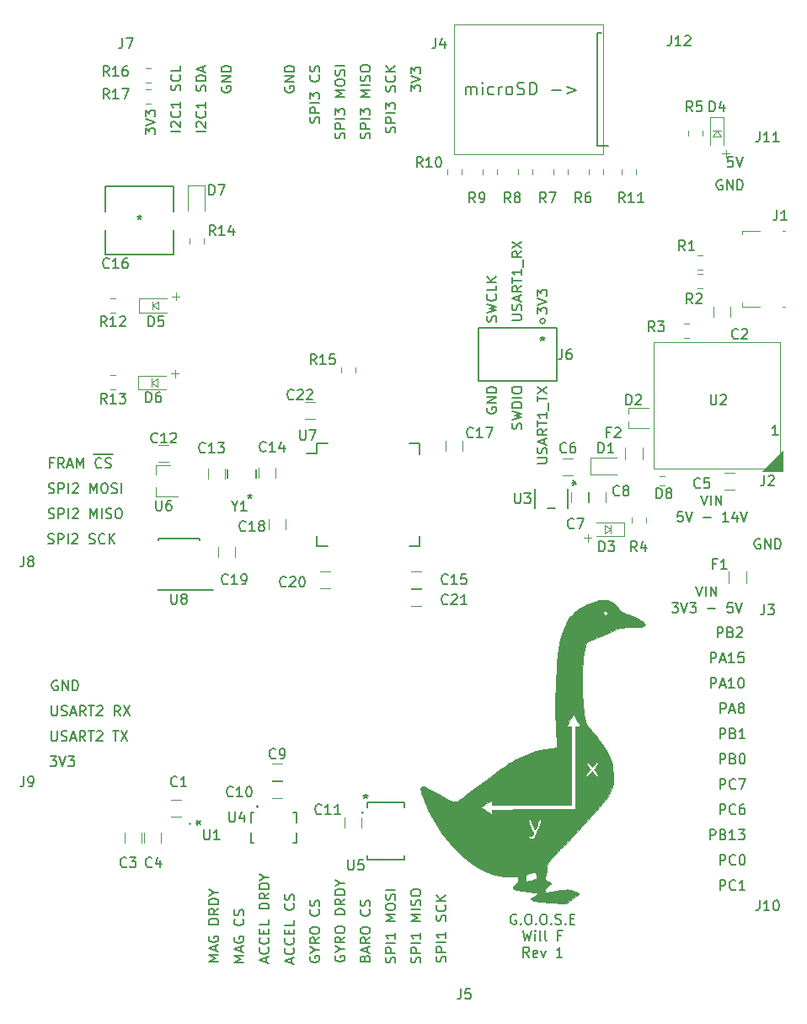
<source format=gbr>
%TF.GenerationSoftware,KiCad,Pcbnew,(5.1.9)-1*%
%TF.CreationDate,2021-03-24T10:42:52-04:00*%
%TF.ProjectId,dev_board,6465765f-626f-4617-9264-2e6b69636164,rev?*%
%TF.SameCoordinates,Original*%
%TF.FileFunction,Legend,Top*%
%TF.FilePolarity,Positive*%
%FSLAX46Y46*%
G04 Gerber Fmt 4.6, Leading zero omitted, Abs format (unit mm)*
G04 Created by KiCad (PCBNEW (5.1.9)-1) date 2021-03-24 10:42:52*
%MOMM*%
%LPD*%
G01*
G04 APERTURE LIST*
%ADD10C,0.150000*%
%ADD11C,0.120000*%
%ADD12C,0.010000*%
%ADD13C,0.200000*%
%ADD14C,0.152400*%
%ADD15C,0.125000*%
%ADD16C,0.100000*%
%ADD17C,0.127000*%
G04 APERTURE END LIST*
D10*
X152614380Y-77438095D02*
X152614380Y-76819047D01*
X152995333Y-77152380D01*
X152995333Y-77009523D01*
X153042952Y-76914285D01*
X153090571Y-76866666D01*
X153185809Y-76819047D01*
X153423904Y-76819047D01*
X153519142Y-76866666D01*
X153566761Y-76914285D01*
X153614380Y-77009523D01*
X153614380Y-77295238D01*
X153566761Y-77390476D01*
X153519142Y-77438095D01*
X152614380Y-76533333D02*
X153614380Y-76200000D01*
X152614380Y-75866666D01*
X152614380Y-75628571D02*
X152614380Y-75009523D01*
X152995333Y-75342857D01*
X152995333Y-75200000D01*
X153042952Y-75104761D01*
X153090571Y-75057142D01*
X153185809Y-75009523D01*
X153423904Y-75009523D01*
X153519142Y-75057142D01*
X153566761Y-75104761D01*
X153614380Y-75200000D01*
X153614380Y-75485714D01*
X153566761Y-75580952D01*
X153519142Y-75628571D01*
X150074380Y-78072761D02*
X150883904Y-78072761D01*
X150979142Y-78025142D01*
X151026761Y-77977523D01*
X151074380Y-77882285D01*
X151074380Y-77691809D01*
X151026761Y-77596571D01*
X150979142Y-77548952D01*
X150883904Y-77501333D01*
X150074380Y-77501333D01*
X151026761Y-77072761D02*
X151074380Y-76929904D01*
X151074380Y-76691809D01*
X151026761Y-76596571D01*
X150979142Y-76548952D01*
X150883904Y-76501333D01*
X150788666Y-76501333D01*
X150693428Y-76548952D01*
X150645809Y-76596571D01*
X150598190Y-76691809D01*
X150550571Y-76882285D01*
X150502952Y-76977523D01*
X150455333Y-77025142D01*
X150360095Y-77072761D01*
X150264857Y-77072761D01*
X150169619Y-77025142D01*
X150122000Y-76977523D01*
X150074380Y-76882285D01*
X150074380Y-76644190D01*
X150122000Y-76501333D01*
X150788666Y-76120380D02*
X150788666Y-75644190D01*
X151074380Y-76215619D02*
X150074380Y-75882285D01*
X151074380Y-75548952D01*
X151074380Y-74644190D02*
X150598190Y-74977523D01*
X151074380Y-75215619D02*
X150074380Y-75215619D01*
X150074380Y-74834666D01*
X150122000Y-74739428D01*
X150169619Y-74691809D01*
X150264857Y-74644190D01*
X150407714Y-74644190D01*
X150502952Y-74691809D01*
X150550571Y-74739428D01*
X150598190Y-74834666D01*
X150598190Y-75215619D01*
X150074380Y-74358476D02*
X150074380Y-73787047D01*
X151074380Y-74072761D02*
X150074380Y-74072761D01*
X151074380Y-72929904D02*
X151074380Y-73501333D01*
X151074380Y-73215619D02*
X150074380Y-73215619D01*
X150217238Y-73310857D01*
X150312476Y-73406095D01*
X150360095Y-73501333D01*
X151169619Y-72739428D02*
X151169619Y-71977523D01*
X151074380Y-71168000D02*
X150598190Y-71501333D01*
X151074380Y-71739428D02*
X150074380Y-71739428D01*
X150074380Y-71358476D01*
X150122000Y-71263238D01*
X150169619Y-71215619D01*
X150264857Y-71168000D01*
X150407714Y-71168000D01*
X150502952Y-71215619D01*
X150550571Y-71263238D01*
X150598190Y-71358476D01*
X150598190Y-71739428D01*
X150074380Y-70834666D02*
X151074380Y-70168000D01*
X150074380Y-70168000D02*
X151074380Y-70834666D01*
X148486761Y-78207904D02*
X148534380Y-78065047D01*
X148534380Y-77826952D01*
X148486761Y-77731714D01*
X148439142Y-77684095D01*
X148343904Y-77636476D01*
X148248666Y-77636476D01*
X148153428Y-77684095D01*
X148105809Y-77731714D01*
X148058190Y-77826952D01*
X148010571Y-78017428D01*
X147962952Y-78112666D01*
X147915333Y-78160285D01*
X147820095Y-78207904D01*
X147724857Y-78207904D01*
X147629619Y-78160285D01*
X147582000Y-78112666D01*
X147534380Y-78017428D01*
X147534380Y-77779333D01*
X147582000Y-77636476D01*
X147534380Y-77303142D02*
X148534380Y-77065047D01*
X147820095Y-76874571D01*
X148534380Y-76684095D01*
X147534380Y-76446000D01*
X148439142Y-75493619D02*
X148486761Y-75541238D01*
X148534380Y-75684095D01*
X148534380Y-75779333D01*
X148486761Y-75922190D01*
X148391523Y-76017428D01*
X148296285Y-76065047D01*
X148105809Y-76112666D01*
X147962952Y-76112666D01*
X147772476Y-76065047D01*
X147677238Y-76017428D01*
X147582000Y-75922190D01*
X147534380Y-75779333D01*
X147534380Y-75684095D01*
X147582000Y-75541238D01*
X147629619Y-75493619D01*
X148534380Y-74588857D02*
X148534380Y-75065047D01*
X147534380Y-75065047D01*
X148534380Y-74255523D02*
X147534380Y-74255523D01*
X148534380Y-73684095D02*
X147962952Y-74112666D01*
X147534380Y-73684095D02*
X148105809Y-74255523D01*
X152614380Y-92431714D02*
X153423904Y-92431714D01*
X153519142Y-92384095D01*
X153566761Y-92336476D01*
X153614380Y-92241238D01*
X153614380Y-92050761D01*
X153566761Y-91955523D01*
X153519142Y-91907904D01*
X153423904Y-91860285D01*
X152614380Y-91860285D01*
X153566761Y-91431714D02*
X153614380Y-91288857D01*
X153614380Y-91050761D01*
X153566761Y-90955523D01*
X153519142Y-90907904D01*
X153423904Y-90860285D01*
X153328666Y-90860285D01*
X153233428Y-90907904D01*
X153185809Y-90955523D01*
X153138190Y-91050761D01*
X153090571Y-91241238D01*
X153042952Y-91336476D01*
X152995333Y-91384095D01*
X152900095Y-91431714D01*
X152804857Y-91431714D01*
X152709619Y-91384095D01*
X152662000Y-91336476D01*
X152614380Y-91241238D01*
X152614380Y-91003142D01*
X152662000Y-90860285D01*
X153328666Y-90479333D02*
X153328666Y-90003142D01*
X153614380Y-90574571D02*
X152614380Y-90241238D01*
X153614380Y-89907904D01*
X153614380Y-89003142D02*
X153138190Y-89336476D01*
X153614380Y-89574571D02*
X152614380Y-89574571D01*
X152614380Y-89193619D01*
X152662000Y-89098380D01*
X152709619Y-89050761D01*
X152804857Y-89003142D01*
X152947714Y-89003142D01*
X153042952Y-89050761D01*
X153090571Y-89098380D01*
X153138190Y-89193619D01*
X153138190Y-89574571D01*
X152614380Y-88717428D02*
X152614380Y-88146000D01*
X153614380Y-88431714D02*
X152614380Y-88431714D01*
X153614380Y-87288857D02*
X153614380Y-87860285D01*
X153614380Y-87574571D02*
X152614380Y-87574571D01*
X152757238Y-87669809D01*
X152852476Y-87765047D01*
X152900095Y-87860285D01*
X153709619Y-87098380D02*
X153709619Y-86336476D01*
X152614380Y-86241238D02*
X152614380Y-85669809D01*
X153614380Y-85955523D02*
X152614380Y-85955523D01*
X152614380Y-85431714D02*
X153614380Y-84765047D01*
X152614380Y-84765047D02*
X153614380Y-85431714D01*
X151026761Y-88987047D02*
X151074380Y-88844190D01*
X151074380Y-88606095D01*
X151026761Y-88510857D01*
X150979142Y-88463238D01*
X150883904Y-88415619D01*
X150788666Y-88415619D01*
X150693428Y-88463238D01*
X150645809Y-88510857D01*
X150598190Y-88606095D01*
X150550571Y-88796571D01*
X150502952Y-88891809D01*
X150455333Y-88939428D01*
X150360095Y-88987047D01*
X150264857Y-88987047D01*
X150169619Y-88939428D01*
X150122000Y-88891809D01*
X150074380Y-88796571D01*
X150074380Y-88558476D01*
X150122000Y-88415619D01*
X150074380Y-88082285D02*
X151074380Y-87844190D01*
X150360095Y-87653714D01*
X151074380Y-87463238D01*
X150074380Y-87225142D01*
X151074380Y-86844190D02*
X150074380Y-86844190D01*
X150074380Y-86606095D01*
X150122000Y-86463238D01*
X150217238Y-86368000D01*
X150312476Y-86320380D01*
X150502952Y-86272761D01*
X150645809Y-86272761D01*
X150836285Y-86320380D01*
X150931523Y-86368000D01*
X151026761Y-86463238D01*
X151074380Y-86606095D01*
X151074380Y-86844190D01*
X151074380Y-85844190D02*
X150074380Y-85844190D01*
X150074380Y-85177523D02*
X150074380Y-84987047D01*
X150122000Y-84891809D01*
X150217238Y-84796571D01*
X150407714Y-84748952D01*
X150741047Y-84748952D01*
X150931523Y-84796571D01*
X151026761Y-84891809D01*
X151074380Y-84987047D01*
X151074380Y-85177523D01*
X151026761Y-85272761D01*
X150931523Y-85368000D01*
X150741047Y-85415619D01*
X150407714Y-85415619D01*
X150217238Y-85368000D01*
X150122000Y-85272761D01*
X150074380Y-85177523D01*
X147582000Y-86867904D02*
X147534380Y-86963142D01*
X147534380Y-87106000D01*
X147582000Y-87248857D01*
X147677238Y-87344095D01*
X147772476Y-87391714D01*
X147962952Y-87439333D01*
X148105809Y-87439333D01*
X148296285Y-87391714D01*
X148391523Y-87344095D01*
X148486761Y-87248857D01*
X148534380Y-87106000D01*
X148534380Y-87010761D01*
X148486761Y-86867904D01*
X148439142Y-86820285D01*
X148105809Y-86820285D01*
X148105809Y-87010761D01*
X148534380Y-86391714D02*
X147534380Y-86391714D01*
X148534380Y-85820285D01*
X147534380Y-85820285D01*
X148534380Y-85344095D02*
X147534380Y-85344095D01*
X147534380Y-85106000D01*
X147582000Y-84963142D01*
X147677238Y-84867904D01*
X147772476Y-84820285D01*
X147962952Y-84772666D01*
X148105809Y-84772666D01*
X148296285Y-84820285D01*
X148391523Y-84867904D01*
X148486761Y-84963142D01*
X148534380Y-85106000D01*
X148534380Y-85344095D01*
X150495333Y-137804000D02*
X150400095Y-137756380D01*
X150257238Y-137756380D01*
X150114380Y-137804000D01*
X150019142Y-137899238D01*
X149971523Y-137994476D01*
X149923904Y-138184952D01*
X149923904Y-138327809D01*
X149971523Y-138518285D01*
X150019142Y-138613523D01*
X150114380Y-138708761D01*
X150257238Y-138756380D01*
X150352476Y-138756380D01*
X150495333Y-138708761D01*
X150542952Y-138661142D01*
X150542952Y-138327809D01*
X150352476Y-138327809D01*
X150971523Y-138661142D02*
X151019142Y-138708761D01*
X150971523Y-138756380D01*
X150923904Y-138708761D01*
X150971523Y-138661142D01*
X150971523Y-138756380D01*
X151638190Y-137756380D02*
X151828666Y-137756380D01*
X151923904Y-137804000D01*
X152019142Y-137899238D01*
X152066761Y-138089714D01*
X152066761Y-138423047D01*
X152019142Y-138613523D01*
X151923904Y-138708761D01*
X151828666Y-138756380D01*
X151638190Y-138756380D01*
X151542952Y-138708761D01*
X151447714Y-138613523D01*
X151400095Y-138423047D01*
X151400095Y-138089714D01*
X151447714Y-137899238D01*
X151542952Y-137804000D01*
X151638190Y-137756380D01*
X152495333Y-138661142D02*
X152542952Y-138708761D01*
X152495333Y-138756380D01*
X152447714Y-138708761D01*
X152495333Y-138661142D01*
X152495333Y-138756380D01*
X153162000Y-137756380D02*
X153352476Y-137756380D01*
X153447714Y-137804000D01*
X153542952Y-137899238D01*
X153590571Y-138089714D01*
X153590571Y-138423047D01*
X153542952Y-138613523D01*
X153447714Y-138708761D01*
X153352476Y-138756380D01*
X153162000Y-138756380D01*
X153066761Y-138708761D01*
X152971523Y-138613523D01*
X152923904Y-138423047D01*
X152923904Y-138089714D01*
X152971523Y-137899238D01*
X153066761Y-137804000D01*
X153162000Y-137756380D01*
X154019142Y-138661142D02*
X154066761Y-138708761D01*
X154019142Y-138756380D01*
X153971523Y-138708761D01*
X154019142Y-138661142D01*
X154019142Y-138756380D01*
X154447714Y-138708761D02*
X154590571Y-138756380D01*
X154828666Y-138756380D01*
X154923904Y-138708761D01*
X154971523Y-138661142D01*
X155019142Y-138565904D01*
X155019142Y-138470666D01*
X154971523Y-138375428D01*
X154923904Y-138327809D01*
X154828666Y-138280190D01*
X154638190Y-138232571D01*
X154542952Y-138184952D01*
X154495333Y-138137333D01*
X154447714Y-138042095D01*
X154447714Y-137946857D01*
X154495333Y-137851619D01*
X154542952Y-137804000D01*
X154638190Y-137756380D01*
X154876285Y-137756380D01*
X155019142Y-137804000D01*
X155447714Y-138661142D02*
X155495333Y-138708761D01*
X155447714Y-138756380D01*
X155400095Y-138708761D01*
X155447714Y-138661142D01*
X155447714Y-138756380D01*
X155923904Y-138232571D02*
X156257238Y-138232571D01*
X156400095Y-138756380D02*
X155923904Y-138756380D01*
X155923904Y-137756380D01*
X156400095Y-137756380D01*
X151162000Y-139406380D02*
X151400095Y-140406380D01*
X151590571Y-139692095D01*
X151781047Y-140406380D01*
X152019142Y-139406380D01*
X152400095Y-140406380D02*
X152400095Y-139739714D01*
X152400095Y-139406380D02*
X152352476Y-139454000D01*
X152400095Y-139501619D01*
X152447714Y-139454000D01*
X152400095Y-139406380D01*
X152400095Y-139501619D01*
X153019142Y-140406380D02*
X152923904Y-140358761D01*
X152876285Y-140263523D01*
X152876285Y-139406380D01*
X153542952Y-140406380D02*
X153447714Y-140358761D01*
X153400095Y-140263523D01*
X153400095Y-139406380D01*
X155019142Y-139882571D02*
X154685809Y-139882571D01*
X154685809Y-140406380D02*
X154685809Y-139406380D01*
X155162000Y-139406380D01*
X151804857Y-142056380D02*
X151471523Y-141580190D01*
X151233428Y-142056380D02*
X151233428Y-141056380D01*
X151614380Y-141056380D01*
X151709619Y-141104000D01*
X151757238Y-141151619D01*
X151804857Y-141246857D01*
X151804857Y-141389714D01*
X151757238Y-141484952D01*
X151709619Y-141532571D01*
X151614380Y-141580190D01*
X151233428Y-141580190D01*
X152614380Y-142008761D02*
X152519142Y-142056380D01*
X152328666Y-142056380D01*
X152233428Y-142008761D01*
X152185809Y-141913523D01*
X152185809Y-141532571D01*
X152233428Y-141437333D01*
X152328666Y-141389714D01*
X152519142Y-141389714D01*
X152614380Y-141437333D01*
X152662000Y-141532571D01*
X152662000Y-141627809D01*
X152185809Y-141723047D01*
X152995333Y-141389714D02*
X153233428Y-142056380D01*
X153471523Y-141389714D01*
X155138190Y-142056380D02*
X154566761Y-142056380D01*
X154852476Y-142056380D02*
X154852476Y-141056380D01*
X154757238Y-141199238D01*
X154662000Y-141294476D01*
X154566761Y-141342095D01*
X139914380Y-55086095D02*
X139914380Y-54467047D01*
X140295333Y-54800380D01*
X140295333Y-54657523D01*
X140342952Y-54562285D01*
X140390571Y-54514666D01*
X140485809Y-54467047D01*
X140723904Y-54467047D01*
X140819142Y-54514666D01*
X140866761Y-54562285D01*
X140914380Y-54657523D01*
X140914380Y-54943238D01*
X140866761Y-55038476D01*
X140819142Y-55086095D01*
X139914380Y-54181333D02*
X140914380Y-53848000D01*
X139914380Y-53514666D01*
X139914380Y-53276571D02*
X139914380Y-52657523D01*
X140295333Y-52990857D01*
X140295333Y-52848000D01*
X140342952Y-52752761D01*
X140390571Y-52705142D01*
X140485809Y-52657523D01*
X140723904Y-52657523D01*
X140819142Y-52705142D01*
X140866761Y-52752761D01*
X140914380Y-52848000D01*
X140914380Y-53133714D01*
X140866761Y-53228952D01*
X140819142Y-53276571D01*
X138326761Y-59237142D02*
X138374380Y-59094285D01*
X138374380Y-58856190D01*
X138326761Y-58760952D01*
X138279142Y-58713333D01*
X138183904Y-58665714D01*
X138088666Y-58665714D01*
X137993428Y-58713333D01*
X137945809Y-58760952D01*
X137898190Y-58856190D01*
X137850571Y-59046666D01*
X137802952Y-59141904D01*
X137755333Y-59189523D01*
X137660095Y-59237142D01*
X137564857Y-59237142D01*
X137469619Y-59189523D01*
X137422000Y-59141904D01*
X137374380Y-59046666D01*
X137374380Y-58808571D01*
X137422000Y-58665714D01*
X138374380Y-58237142D02*
X137374380Y-58237142D01*
X137374380Y-57856190D01*
X137422000Y-57760952D01*
X137469619Y-57713333D01*
X137564857Y-57665714D01*
X137707714Y-57665714D01*
X137802952Y-57713333D01*
X137850571Y-57760952D01*
X137898190Y-57856190D01*
X137898190Y-58237142D01*
X138374380Y-57237142D02*
X137374380Y-57237142D01*
X137374380Y-56856190D02*
X137374380Y-56237142D01*
X137755333Y-56570476D01*
X137755333Y-56427619D01*
X137802952Y-56332380D01*
X137850571Y-56284761D01*
X137945809Y-56237142D01*
X138183904Y-56237142D01*
X138279142Y-56284761D01*
X138326761Y-56332380D01*
X138374380Y-56427619D01*
X138374380Y-56713333D01*
X138326761Y-56808571D01*
X138279142Y-56856190D01*
X138326761Y-55094285D02*
X138374380Y-54951428D01*
X138374380Y-54713333D01*
X138326761Y-54618095D01*
X138279142Y-54570476D01*
X138183904Y-54522857D01*
X138088666Y-54522857D01*
X137993428Y-54570476D01*
X137945809Y-54618095D01*
X137898190Y-54713333D01*
X137850571Y-54903809D01*
X137802952Y-54999047D01*
X137755333Y-55046666D01*
X137660095Y-55094285D01*
X137564857Y-55094285D01*
X137469619Y-55046666D01*
X137422000Y-54999047D01*
X137374380Y-54903809D01*
X137374380Y-54665714D01*
X137422000Y-54522857D01*
X138279142Y-53522857D02*
X138326761Y-53570476D01*
X138374380Y-53713333D01*
X138374380Y-53808571D01*
X138326761Y-53951428D01*
X138231523Y-54046666D01*
X138136285Y-54094285D01*
X137945809Y-54141904D01*
X137802952Y-54141904D01*
X137612476Y-54094285D01*
X137517238Y-54046666D01*
X137422000Y-53951428D01*
X137374380Y-53808571D01*
X137374380Y-53713333D01*
X137422000Y-53570476D01*
X137469619Y-53522857D01*
X138374380Y-53094285D02*
X137374380Y-53094285D01*
X138374380Y-52522857D02*
X137802952Y-52951428D01*
X137374380Y-52522857D02*
X137945809Y-53094285D01*
X135786761Y-59824476D02*
X135834380Y-59681619D01*
X135834380Y-59443523D01*
X135786761Y-59348285D01*
X135739142Y-59300666D01*
X135643904Y-59253047D01*
X135548666Y-59253047D01*
X135453428Y-59300666D01*
X135405809Y-59348285D01*
X135358190Y-59443523D01*
X135310571Y-59634000D01*
X135262952Y-59729238D01*
X135215333Y-59776857D01*
X135120095Y-59824476D01*
X135024857Y-59824476D01*
X134929619Y-59776857D01*
X134882000Y-59729238D01*
X134834380Y-59634000D01*
X134834380Y-59395904D01*
X134882000Y-59253047D01*
X135834380Y-58824476D02*
X134834380Y-58824476D01*
X134834380Y-58443523D01*
X134882000Y-58348285D01*
X134929619Y-58300666D01*
X135024857Y-58253047D01*
X135167714Y-58253047D01*
X135262952Y-58300666D01*
X135310571Y-58348285D01*
X135358190Y-58443523D01*
X135358190Y-58824476D01*
X135834380Y-57824476D02*
X134834380Y-57824476D01*
X134834380Y-57443523D02*
X134834380Y-56824476D01*
X135215333Y-57157809D01*
X135215333Y-57014952D01*
X135262952Y-56919714D01*
X135310571Y-56872095D01*
X135405809Y-56824476D01*
X135643904Y-56824476D01*
X135739142Y-56872095D01*
X135786761Y-56919714D01*
X135834380Y-57014952D01*
X135834380Y-57300666D01*
X135786761Y-57395904D01*
X135739142Y-57443523D01*
X135834380Y-55634000D02*
X134834380Y-55634000D01*
X135548666Y-55300666D01*
X134834380Y-54967333D01*
X135834380Y-54967333D01*
X135834380Y-54491142D02*
X134834380Y-54491142D01*
X135786761Y-54062571D02*
X135834380Y-53919714D01*
X135834380Y-53681619D01*
X135786761Y-53586380D01*
X135739142Y-53538761D01*
X135643904Y-53491142D01*
X135548666Y-53491142D01*
X135453428Y-53538761D01*
X135405809Y-53586380D01*
X135358190Y-53681619D01*
X135310571Y-53872095D01*
X135262952Y-53967333D01*
X135215333Y-54014952D01*
X135120095Y-54062571D01*
X135024857Y-54062571D01*
X134929619Y-54014952D01*
X134882000Y-53967333D01*
X134834380Y-53872095D01*
X134834380Y-53634000D01*
X134882000Y-53491142D01*
X134834380Y-52872095D02*
X134834380Y-52681619D01*
X134882000Y-52586380D01*
X134977238Y-52491142D01*
X135167714Y-52443523D01*
X135501047Y-52443523D01*
X135691523Y-52491142D01*
X135786761Y-52586380D01*
X135834380Y-52681619D01*
X135834380Y-52872095D01*
X135786761Y-52967333D01*
X135691523Y-53062571D01*
X135501047Y-53110190D01*
X135167714Y-53110190D01*
X134977238Y-53062571D01*
X134882000Y-52967333D01*
X134834380Y-52872095D01*
X133246761Y-59824476D02*
X133294380Y-59681619D01*
X133294380Y-59443523D01*
X133246761Y-59348285D01*
X133199142Y-59300666D01*
X133103904Y-59253047D01*
X133008666Y-59253047D01*
X132913428Y-59300666D01*
X132865809Y-59348285D01*
X132818190Y-59443523D01*
X132770571Y-59634000D01*
X132722952Y-59729238D01*
X132675333Y-59776857D01*
X132580095Y-59824476D01*
X132484857Y-59824476D01*
X132389619Y-59776857D01*
X132342000Y-59729238D01*
X132294380Y-59634000D01*
X132294380Y-59395904D01*
X132342000Y-59253047D01*
X133294380Y-58824476D02*
X132294380Y-58824476D01*
X132294380Y-58443523D01*
X132342000Y-58348285D01*
X132389619Y-58300666D01*
X132484857Y-58253047D01*
X132627714Y-58253047D01*
X132722952Y-58300666D01*
X132770571Y-58348285D01*
X132818190Y-58443523D01*
X132818190Y-58824476D01*
X133294380Y-57824476D02*
X132294380Y-57824476D01*
X132294380Y-57443523D02*
X132294380Y-56824476D01*
X132675333Y-57157809D01*
X132675333Y-57014952D01*
X132722952Y-56919714D01*
X132770571Y-56872095D01*
X132865809Y-56824476D01*
X133103904Y-56824476D01*
X133199142Y-56872095D01*
X133246761Y-56919714D01*
X133294380Y-57014952D01*
X133294380Y-57300666D01*
X133246761Y-57395904D01*
X133199142Y-57443523D01*
X133294380Y-55634000D02*
X132294380Y-55634000D01*
X133008666Y-55300666D01*
X132294380Y-54967333D01*
X133294380Y-54967333D01*
X132294380Y-54300666D02*
X132294380Y-54110190D01*
X132342000Y-54014952D01*
X132437238Y-53919714D01*
X132627714Y-53872095D01*
X132961047Y-53872095D01*
X133151523Y-53919714D01*
X133246761Y-54014952D01*
X133294380Y-54110190D01*
X133294380Y-54300666D01*
X133246761Y-54395904D01*
X133151523Y-54491142D01*
X132961047Y-54538761D01*
X132627714Y-54538761D01*
X132437238Y-54491142D01*
X132342000Y-54395904D01*
X132294380Y-54300666D01*
X133246761Y-53491142D02*
X133294380Y-53348285D01*
X133294380Y-53110190D01*
X133246761Y-53014952D01*
X133199142Y-52967333D01*
X133103904Y-52919714D01*
X133008666Y-52919714D01*
X132913428Y-52967333D01*
X132865809Y-53014952D01*
X132818190Y-53110190D01*
X132770571Y-53300666D01*
X132722952Y-53395904D01*
X132675333Y-53443523D01*
X132580095Y-53491142D01*
X132484857Y-53491142D01*
X132389619Y-53443523D01*
X132342000Y-53395904D01*
X132294380Y-53300666D01*
X132294380Y-53062571D01*
X132342000Y-52919714D01*
X133294380Y-52491142D02*
X132294380Y-52491142D01*
X130706761Y-58229142D02*
X130754380Y-58086285D01*
X130754380Y-57848190D01*
X130706761Y-57752952D01*
X130659142Y-57705333D01*
X130563904Y-57657714D01*
X130468666Y-57657714D01*
X130373428Y-57705333D01*
X130325809Y-57752952D01*
X130278190Y-57848190D01*
X130230571Y-58038666D01*
X130182952Y-58133904D01*
X130135333Y-58181523D01*
X130040095Y-58229142D01*
X129944857Y-58229142D01*
X129849619Y-58181523D01*
X129802000Y-58133904D01*
X129754380Y-58038666D01*
X129754380Y-57800571D01*
X129802000Y-57657714D01*
X130754380Y-57229142D02*
X129754380Y-57229142D01*
X129754380Y-56848190D01*
X129802000Y-56752952D01*
X129849619Y-56705333D01*
X129944857Y-56657714D01*
X130087714Y-56657714D01*
X130182952Y-56705333D01*
X130230571Y-56752952D01*
X130278190Y-56848190D01*
X130278190Y-57229142D01*
X130754380Y-56229142D02*
X129754380Y-56229142D01*
X129754380Y-55848190D02*
X129754380Y-55229142D01*
X130135333Y-55562476D01*
X130135333Y-55419619D01*
X130182952Y-55324380D01*
X130230571Y-55276761D01*
X130325809Y-55229142D01*
X130563904Y-55229142D01*
X130659142Y-55276761D01*
X130706761Y-55324380D01*
X130754380Y-55419619D01*
X130754380Y-55705333D01*
X130706761Y-55800571D01*
X130659142Y-55848190D01*
X130659142Y-53467238D02*
X130706761Y-53514857D01*
X130754380Y-53657714D01*
X130754380Y-53752952D01*
X130706761Y-53895809D01*
X130611523Y-53991047D01*
X130516285Y-54038666D01*
X130325809Y-54086285D01*
X130182952Y-54086285D01*
X129992476Y-54038666D01*
X129897238Y-53991047D01*
X129802000Y-53895809D01*
X129754380Y-53752952D01*
X129754380Y-53657714D01*
X129802000Y-53514857D01*
X129849619Y-53467238D01*
X130706761Y-53086285D02*
X130754380Y-52943428D01*
X130754380Y-52705333D01*
X130706761Y-52610095D01*
X130659142Y-52562476D01*
X130563904Y-52514857D01*
X130468666Y-52514857D01*
X130373428Y-52562476D01*
X130325809Y-52610095D01*
X130278190Y-52705333D01*
X130230571Y-52895809D01*
X130182952Y-52991047D01*
X130135333Y-53038666D01*
X130040095Y-53086285D01*
X129944857Y-53086285D01*
X129849619Y-53038666D01*
X129802000Y-52991047D01*
X129754380Y-52895809D01*
X129754380Y-52657714D01*
X129802000Y-52514857D01*
X127262000Y-54609904D02*
X127214380Y-54705142D01*
X127214380Y-54848000D01*
X127262000Y-54990857D01*
X127357238Y-55086095D01*
X127452476Y-55133714D01*
X127642952Y-55181333D01*
X127785809Y-55181333D01*
X127976285Y-55133714D01*
X128071523Y-55086095D01*
X128166761Y-54990857D01*
X128214380Y-54848000D01*
X128214380Y-54752761D01*
X128166761Y-54609904D01*
X128119142Y-54562285D01*
X127785809Y-54562285D01*
X127785809Y-54752761D01*
X128214380Y-54133714D02*
X127214380Y-54133714D01*
X128214380Y-53562285D01*
X127214380Y-53562285D01*
X128214380Y-53086095D02*
X127214380Y-53086095D01*
X127214380Y-52848000D01*
X127262000Y-52705142D01*
X127357238Y-52609904D01*
X127452476Y-52562285D01*
X127642952Y-52514666D01*
X127785809Y-52514666D01*
X127976285Y-52562285D01*
X128071523Y-52609904D01*
X128166761Y-52705142D01*
X128214380Y-52848000D01*
X128214380Y-53086095D01*
X120912000Y-54609904D02*
X120864380Y-54705142D01*
X120864380Y-54848000D01*
X120912000Y-54990857D01*
X121007238Y-55086095D01*
X121102476Y-55133714D01*
X121292952Y-55181333D01*
X121435809Y-55181333D01*
X121626285Y-55133714D01*
X121721523Y-55086095D01*
X121816761Y-54990857D01*
X121864380Y-54848000D01*
X121864380Y-54752761D01*
X121816761Y-54609904D01*
X121769142Y-54562285D01*
X121435809Y-54562285D01*
X121435809Y-54752761D01*
X121864380Y-54133714D02*
X120864380Y-54133714D01*
X121864380Y-53562285D01*
X120864380Y-53562285D01*
X121864380Y-53086095D02*
X120864380Y-53086095D01*
X120864380Y-52848000D01*
X120912000Y-52705142D01*
X121007238Y-52609904D01*
X121102476Y-52562285D01*
X121292952Y-52514666D01*
X121435809Y-52514666D01*
X121626285Y-52562285D01*
X121721523Y-52609904D01*
X121816761Y-52705142D01*
X121864380Y-52848000D01*
X121864380Y-53086095D01*
X119324380Y-59118095D02*
X118324380Y-59118095D01*
X118419619Y-58689523D02*
X118372000Y-58641904D01*
X118324380Y-58546666D01*
X118324380Y-58308571D01*
X118372000Y-58213333D01*
X118419619Y-58165714D01*
X118514857Y-58118095D01*
X118610095Y-58118095D01*
X118752952Y-58165714D01*
X119324380Y-58737142D01*
X119324380Y-58118095D01*
X119229142Y-57118095D02*
X119276761Y-57165714D01*
X119324380Y-57308571D01*
X119324380Y-57403809D01*
X119276761Y-57546666D01*
X119181523Y-57641904D01*
X119086285Y-57689523D01*
X118895809Y-57737142D01*
X118752952Y-57737142D01*
X118562476Y-57689523D01*
X118467238Y-57641904D01*
X118372000Y-57546666D01*
X118324380Y-57403809D01*
X118324380Y-57308571D01*
X118372000Y-57165714D01*
X118419619Y-57118095D01*
X119324380Y-56165714D02*
X119324380Y-56737142D01*
X119324380Y-56451428D02*
X118324380Y-56451428D01*
X118467238Y-56546666D01*
X118562476Y-56641904D01*
X118610095Y-56737142D01*
X119276761Y-55022857D02*
X119324380Y-54880000D01*
X119324380Y-54641904D01*
X119276761Y-54546666D01*
X119229142Y-54499047D01*
X119133904Y-54451428D01*
X119038666Y-54451428D01*
X118943428Y-54499047D01*
X118895809Y-54546666D01*
X118848190Y-54641904D01*
X118800571Y-54832380D01*
X118752952Y-54927619D01*
X118705333Y-54975238D01*
X118610095Y-55022857D01*
X118514857Y-55022857D01*
X118419619Y-54975238D01*
X118372000Y-54927619D01*
X118324380Y-54832380D01*
X118324380Y-54594285D01*
X118372000Y-54451428D01*
X119324380Y-54022857D02*
X118324380Y-54022857D01*
X118324380Y-53784761D01*
X118372000Y-53641904D01*
X118467238Y-53546666D01*
X118562476Y-53499047D01*
X118752952Y-53451428D01*
X118895809Y-53451428D01*
X119086285Y-53499047D01*
X119181523Y-53546666D01*
X119276761Y-53641904D01*
X119324380Y-53784761D01*
X119324380Y-54022857D01*
X119038666Y-53070476D02*
X119038666Y-52594285D01*
X119324380Y-53165714D02*
X118324380Y-52832380D01*
X119324380Y-52499047D01*
X116784380Y-59094285D02*
X115784380Y-59094285D01*
X115879619Y-58665714D02*
X115832000Y-58618095D01*
X115784380Y-58522857D01*
X115784380Y-58284761D01*
X115832000Y-58189523D01*
X115879619Y-58141904D01*
X115974857Y-58094285D01*
X116070095Y-58094285D01*
X116212952Y-58141904D01*
X116784380Y-58713333D01*
X116784380Y-58094285D01*
X116689142Y-57094285D02*
X116736761Y-57141904D01*
X116784380Y-57284761D01*
X116784380Y-57380000D01*
X116736761Y-57522857D01*
X116641523Y-57618095D01*
X116546285Y-57665714D01*
X116355809Y-57713333D01*
X116212952Y-57713333D01*
X116022476Y-57665714D01*
X115927238Y-57618095D01*
X115832000Y-57522857D01*
X115784380Y-57380000D01*
X115784380Y-57284761D01*
X115832000Y-57141904D01*
X115879619Y-57094285D01*
X116784380Y-56141904D02*
X116784380Y-56713333D01*
X116784380Y-56427619D02*
X115784380Y-56427619D01*
X115927238Y-56522857D01*
X116022476Y-56618095D01*
X116070095Y-56713333D01*
X116736761Y-54999047D02*
X116784380Y-54856190D01*
X116784380Y-54618095D01*
X116736761Y-54522857D01*
X116689142Y-54475238D01*
X116593904Y-54427619D01*
X116498666Y-54427619D01*
X116403428Y-54475238D01*
X116355809Y-54522857D01*
X116308190Y-54618095D01*
X116260571Y-54808571D01*
X116212952Y-54903809D01*
X116165333Y-54951428D01*
X116070095Y-54999047D01*
X115974857Y-54999047D01*
X115879619Y-54951428D01*
X115832000Y-54903809D01*
X115784380Y-54808571D01*
X115784380Y-54570476D01*
X115832000Y-54427619D01*
X116689142Y-53427619D02*
X116736761Y-53475238D01*
X116784380Y-53618095D01*
X116784380Y-53713333D01*
X116736761Y-53856190D01*
X116641523Y-53951428D01*
X116546285Y-53999047D01*
X116355809Y-54046666D01*
X116212952Y-54046666D01*
X116022476Y-53999047D01*
X115927238Y-53951428D01*
X115832000Y-53856190D01*
X115784380Y-53713333D01*
X115784380Y-53618095D01*
X115832000Y-53475238D01*
X115879619Y-53427619D01*
X116784380Y-52522857D02*
X116784380Y-52999047D01*
X115784380Y-52999047D01*
X113244380Y-59404095D02*
X113244380Y-58785047D01*
X113625333Y-59118380D01*
X113625333Y-58975523D01*
X113672952Y-58880285D01*
X113720571Y-58832666D01*
X113815809Y-58785047D01*
X114053904Y-58785047D01*
X114149142Y-58832666D01*
X114196761Y-58880285D01*
X114244380Y-58975523D01*
X114244380Y-59261238D01*
X114196761Y-59356476D01*
X114149142Y-59404095D01*
X113244380Y-58499333D02*
X114244380Y-58166000D01*
X113244380Y-57832666D01*
X113244380Y-57594571D02*
X113244380Y-56975523D01*
X113625333Y-57308857D01*
X113625333Y-57166000D01*
X113672952Y-57070761D01*
X113720571Y-57023142D01*
X113815809Y-56975523D01*
X114053904Y-56975523D01*
X114149142Y-57023142D01*
X114196761Y-57070761D01*
X114244380Y-57166000D01*
X114244380Y-57451714D01*
X114196761Y-57546952D01*
X114149142Y-57594571D01*
X103449857Y-100480761D02*
X103592714Y-100528380D01*
X103830809Y-100528380D01*
X103926047Y-100480761D01*
X103973666Y-100433142D01*
X104021285Y-100337904D01*
X104021285Y-100242666D01*
X103973666Y-100147428D01*
X103926047Y-100099809D01*
X103830809Y-100052190D01*
X103640333Y-100004571D01*
X103545095Y-99956952D01*
X103497476Y-99909333D01*
X103449857Y-99814095D01*
X103449857Y-99718857D01*
X103497476Y-99623619D01*
X103545095Y-99576000D01*
X103640333Y-99528380D01*
X103878428Y-99528380D01*
X104021285Y-99576000D01*
X104449857Y-100528380D02*
X104449857Y-99528380D01*
X104830809Y-99528380D01*
X104926047Y-99576000D01*
X104973666Y-99623619D01*
X105021285Y-99718857D01*
X105021285Y-99861714D01*
X104973666Y-99956952D01*
X104926047Y-100004571D01*
X104830809Y-100052190D01*
X104449857Y-100052190D01*
X105449857Y-100528380D02*
X105449857Y-99528380D01*
X105878428Y-99623619D02*
X105926047Y-99576000D01*
X106021285Y-99528380D01*
X106259380Y-99528380D01*
X106354619Y-99576000D01*
X106402238Y-99623619D01*
X106449857Y-99718857D01*
X106449857Y-99814095D01*
X106402238Y-99956952D01*
X105830809Y-100528380D01*
X106449857Y-100528380D01*
X107592714Y-100480761D02*
X107735571Y-100528380D01*
X107973666Y-100528380D01*
X108068904Y-100480761D01*
X108116523Y-100433142D01*
X108164142Y-100337904D01*
X108164142Y-100242666D01*
X108116523Y-100147428D01*
X108068904Y-100099809D01*
X107973666Y-100052190D01*
X107783190Y-100004571D01*
X107687952Y-99956952D01*
X107640333Y-99909333D01*
X107592714Y-99814095D01*
X107592714Y-99718857D01*
X107640333Y-99623619D01*
X107687952Y-99576000D01*
X107783190Y-99528380D01*
X108021285Y-99528380D01*
X108164142Y-99576000D01*
X109164142Y-100433142D02*
X109116523Y-100480761D01*
X108973666Y-100528380D01*
X108878428Y-100528380D01*
X108735571Y-100480761D01*
X108640333Y-100385523D01*
X108592714Y-100290285D01*
X108545095Y-100099809D01*
X108545095Y-99956952D01*
X108592714Y-99766476D01*
X108640333Y-99671238D01*
X108735571Y-99576000D01*
X108878428Y-99528380D01*
X108973666Y-99528380D01*
X109116523Y-99576000D01*
X109164142Y-99623619D01*
X109592714Y-100528380D02*
X109592714Y-99528380D01*
X110164142Y-100528380D02*
X109735571Y-99956952D01*
X110164142Y-99528380D02*
X109592714Y-100099809D01*
X103497523Y-97940761D02*
X103640380Y-97988380D01*
X103878476Y-97988380D01*
X103973714Y-97940761D01*
X104021333Y-97893142D01*
X104068952Y-97797904D01*
X104068952Y-97702666D01*
X104021333Y-97607428D01*
X103973714Y-97559809D01*
X103878476Y-97512190D01*
X103688000Y-97464571D01*
X103592761Y-97416952D01*
X103545142Y-97369333D01*
X103497523Y-97274095D01*
X103497523Y-97178857D01*
X103545142Y-97083619D01*
X103592761Y-97036000D01*
X103688000Y-96988380D01*
X103926095Y-96988380D01*
X104068952Y-97036000D01*
X104497523Y-97988380D02*
X104497523Y-96988380D01*
X104878476Y-96988380D01*
X104973714Y-97036000D01*
X105021333Y-97083619D01*
X105068952Y-97178857D01*
X105068952Y-97321714D01*
X105021333Y-97416952D01*
X104973714Y-97464571D01*
X104878476Y-97512190D01*
X104497523Y-97512190D01*
X105497523Y-97988380D02*
X105497523Y-96988380D01*
X105926095Y-97083619D02*
X105973714Y-97036000D01*
X106068952Y-96988380D01*
X106307047Y-96988380D01*
X106402285Y-97036000D01*
X106449904Y-97083619D01*
X106497523Y-97178857D01*
X106497523Y-97274095D01*
X106449904Y-97416952D01*
X105878476Y-97988380D01*
X106497523Y-97988380D01*
X107688000Y-97988380D02*
X107688000Y-96988380D01*
X108021333Y-97702666D01*
X108354666Y-96988380D01*
X108354666Y-97988380D01*
X108830857Y-97988380D02*
X108830857Y-96988380D01*
X109259428Y-97940761D02*
X109402285Y-97988380D01*
X109640380Y-97988380D01*
X109735619Y-97940761D01*
X109783238Y-97893142D01*
X109830857Y-97797904D01*
X109830857Y-97702666D01*
X109783238Y-97607428D01*
X109735619Y-97559809D01*
X109640380Y-97512190D01*
X109449904Y-97464571D01*
X109354666Y-97416952D01*
X109307047Y-97369333D01*
X109259428Y-97274095D01*
X109259428Y-97178857D01*
X109307047Y-97083619D01*
X109354666Y-97036000D01*
X109449904Y-96988380D01*
X109688000Y-96988380D01*
X109830857Y-97036000D01*
X110449904Y-96988380D02*
X110640380Y-96988380D01*
X110735619Y-97036000D01*
X110830857Y-97131238D01*
X110878476Y-97321714D01*
X110878476Y-97655047D01*
X110830857Y-97845523D01*
X110735619Y-97940761D01*
X110640380Y-97988380D01*
X110449904Y-97988380D01*
X110354666Y-97940761D01*
X110259428Y-97845523D01*
X110211809Y-97655047D01*
X110211809Y-97321714D01*
X110259428Y-97131238D01*
X110354666Y-97036000D01*
X110449904Y-96988380D01*
X103497523Y-95400761D02*
X103640380Y-95448380D01*
X103878476Y-95448380D01*
X103973714Y-95400761D01*
X104021333Y-95353142D01*
X104068952Y-95257904D01*
X104068952Y-95162666D01*
X104021333Y-95067428D01*
X103973714Y-95019809D01*
X103878476Y-94972190D01*
X103688000Y-94924571D01*
X103592761Y-94876952D01*
X103545142Y-94829333D01*
X103497523Y-94734095D01*
X103497523Y-94638857D01*
X103545142Y-94543619D01*
X103592761Y-94496000D01*
X103688000Y-94448380D01*
X103926095Y-94448380D01*
X104068952Y-94496000D01*
X104497523Y-95448380D02*
X104497523Y-94448380D01*
X104878476Y-94448380D01*
X104973714Y-94496000D01*
X105021333Y-94543619D01*
X105068952Y-94638857D01*
X105068952Y-94781714D01*
X105021333Y-94876952D01*
X104973714Y-94924571D01*
X104878476Y-94972190D01*
X104497523Y-94972190D01*
X105497523Y-95448380D02*
X105497523Y-94448380D01*
X105926095Y-94543619D02*
X105973714Y-94496000D01*
X106068952Y-94448380D01*
X106307047Y-94448380D01*
X106402285Y-94496000D01*
X106449904Y-94543619D01*
X106497523Y-94638857D01*
X106497523Y-94734095D01*
X106449904Y-94876952D01*
X105878476Y-95448380D01*
X106497523Y-95448380D01*
X107688000Y-95448380D02*
X107688000Y-94448380D01*
X108021333Y-95162666D01*
X108354666Y-94448380D01*
X108354666Y-95448380D01*
X109021333Y-94448380D02*
X109211809Y-94448380D01*
X109307047Y-94496000D01*
X109402285Y-94591238D01*
X109449904Y-94781714D01*
X109449904Y-95115047D01*
X109402285Y-95305523D01*
X109307047Y-95400761D01*
X109211809Y-95448380D01*
X109021333Y-95448380D01*
X108926095Y-95400761D01*
X108830857Y-95305523D01*
X108783238Y-95115047D01*
X108783238Y-94781714D01*
X108830857Y-94591238D01*
X108926095Y-94496000D01*
X109021333Y-94448380D01*
X109830857Y-95400761D02*
X109973714Y-95448380D01*
X110211809Y-95448380D01*
X110307047Y-95400761D01*
X110354666Y-95353142D01*
X110402285Y-95257904D01*
X110402285Y-95162666D01*
X110354666Y-95067428D01*
X110307047Y-95019809D01*
X110211809Y-94972190D01*
X110021333Y-94924571D01*
X109926095Y-94876952D01*
X109878476Y-94829333D01*
X109830857Y-94734095D01*
X109830857Y-94638857D01*
X109878476Y-94543619D01*
X109926095Y-94496000D01*
X110021333Y-94448380D01*
X110259428Y-94448380D01*
X110402285Y-94496000D01*
X110830857Y-95448380D02*
X110830857Y-94448380D01*
X103965714Y-92384571D02*
X103632380Y-92384571D01*
X103632380Y-92908380D02*
X103632380Y-91908380D01*
X104108571Y-91908380D01*
X105060952Y-92908380D02*
X104727619Y-92432190D01*
X104489523Y-92908380D02*
X104489523Y-91908380D01*
X104870476Y-91908380D01*
X104965714Y-91956000D01*
X105013333Y-92003619D01*
X105060952Y-92098857D01*
X105060952Y-92241714D01*
X105013333Y-92336952D01*
X104965714Y-92384571D01*
X104870476Y-92432190D01*
X104489523Y-92432190D01*
X105441904Y-92622666D02*
X105918095Y-92622666D01*
X105346666Y-92908380D02*
X105680000Y-91908380D01*
X106013333Y-92908380D01*
X106346666Y-92908380D02*
X106346666Y-91908380D01*
X106680000Y-92622666D01*
X107013333Y-91908380D01*
X107013333Y-92908380D01*
X108013333Y-91541000D02*
X109013333Y-91541000D01*
X108822857Y-92813142D02*
X108775238Y-92860761D01*
X108632380Y-92908380D01*
X108537142Y-92908380D01*
X108394285Y-92860761D01*
X108299047Y-92765523D01*
X108251428Y-92670285D01*
X108203809Y-92479809D01*
X108203809Y-92336952D01*
X108251428Y-92146476D01*
X108299047Y-92051238D01*
X108394285Y-91956000D01*
X108537142Y-91908380D01*
X108632380Y-91908380D01*
X108775238Y-91956000D01*
X108822857Y-92003619D01*
X109013333Y-91541000D02*
X109965714Y-91541000D01*
X109203809Y-92860761D02*
X109346666Y-92908380D01*
X109584761Y-92908380D01*
X109680000Y-92860761D01*
X109727619Y-92813142D01*
X109775238Y-92717904D01*
X109775238Y-92622666D01*
X109727619Y-92527428D01*
X109680000Y-92479809D01*
X109584761Y-92432190D01*
X109394285Y-92384571D01*
X109299047Y-92336952D01*
X109251428Y-92289333D01*
X109203809Y-92194095D01*
X109203809Y-92098857D01*
X109251428Y-92003619D01*
X109299047Y-91956000D01*
X109394285Y-91908380D01*
X109632380Y-91908380D01*
X109775238Y-91956000D01*
X103663904Y-121880380D02*
X104282952Y-121880380D01*
X103949619Y-122261333D01*
X104092476Y-122261333D01*
X104187714Y-122308952D01*
X104235333Y-122356571D01*
X104282952Y-122451809D01*
X104282952Y-122689904D01*
X104235333Y-122785142D01*
X104187714Y-122832761D01*
X104092476Y-122880380D01*
X103806761Y-122880380D01*
X103711523Y-122832761D01*
X103663904Y-122785142D01*
X104568666Y-121880380D02*
X104902000Y-122880380D01*
X105235333Y-121880380D01*
X105473428Y-121880380D02*
X106092476Y-121880380D01*
X105759142Y-122261333D01*
X105902000Y-122261333D01*
X105997238Y-122308952D01*
X106044857Y-122356571D01*
X106092476Y-122451809D01*
X106092476Y-122689904D01*
X106044857Y-122785142D01*
X105997238Y-122832761D01*
X105902000Y-122880380D01*
X105616285Y-122880380D01*
X105521047Y-122832761D01*
X105473428Y-122785142D01*
X103783285Y-119340380D02*
X103783285Y-120149904D01*
X103830904Y-120245142D01*
X103878523Y-120292761D01*
X103973761Y-120340380D01*
X104164238Y-120340380D01*
X104259476Y-120292761D01*
X104307095Y-120245142D01*
X104354714Y-120149904D01*
X104354714Y-119340380D01*
X104783285Y-120292761D02*
X104926142Y-120340380D01*
X105164238Y-120340380D01*
X105259476Y-120292761D01*
X105307095Y-120245142D01*
X105354714Y-120149904D01*
X105354714Y-120054666D01*
X105307095Y-119959428D01*
X105259476Y-119911809D01*
X105164238Y-119864190D01*
X104973761Y-119816571D01*
X104878523Y-119768952D01*
X104830904Y-119721333D01*
X104783285Y-119626095D01*
X104783285Y-119530857D01*
X104830904Y-119435619D01*
X104878523Y-119388000D01*
X104973761Y-119340380D01*
X105211857Y-119340380D01*
X105354714Y-119388000D01*
X105735666Y-120054666D02*
X106211857Y-120054666D01*
X105640428Y-120340380D02*
X105973761Y-119340380D01*
X106307095Y-120340380D01*
X107211857Y-120340380D02*
X106878523Y-119864190D01*
X106640428Y-120340380D02*
X106640428Y-119340380D01*
X107021380Y-119340380D01*
X107116619Y-119388000D01*
X107164238Y-119435619D01*
X107211857Y-119530857D01*
X107211857Y-119673714D01*
X107164238Y-119768952D01*
X107116619Y-119816571D01*
X107021380Y-119864190D01*
X106640428Y-119864190D01*
X107497571Y-119340380D02*
X108069000Y-119340380D01*
X107783285Y-120340380D02*
X107783285Y-119340380D01*
X108354714Y-119435619D02*
X108402333Y-119388000D01*
X108497571Y-119340380D01*
X108735666Y-119340380D01*
X108830904Y-119388000D01*
X108878523Y-119435619D01*
X108926142Y-119530857D01*
X108926142Y-119626095D01*
X108878523Y-119768952D01*
X108307095Y-120340380D01*
X108926142Y-120340380D01*
X109973761Y-119340380D02*
X110545190Y-119340380D01*
X110259476Y-120340380D02*
X110259476Y-119340380D01*
X110783285Y-119340380D02*
X111449952Y-120340380D01*
X111449952Y-119340380D02*
X110783285Y-120340380D01*
X103791238Y-116800380D02*
X103791238Y-117609904D01*
X103838857Y-117705142D01*
X103886476Y-117752761D01*
X103981714Y-117800380D01*
X104172190Y-117800380D01*
X104267428Y-117752761D01*
X104315047Y-117705142D01*
X104362666Y-117609904D01*
X104362666Y-116800380D01*
X104791238Y-117752761D02*
X104934095Y-117800380D01*
X105172190Y-117800380D01*
X105267428Y-117752761D01*
X105315047Y-117705142D01*
X105362666Y-117609904D01*
X105362666Y-117514666D01*
X105315047Y-117419428D01*
X105267428Y-117371809D01*
X105172190Y-117324190D01*
X104981714Y-117276571D01*
X104886476Y-117228952D01*
X104838857Y-117181333D01*
X104791238Y-117086095D01*
X104791238Y-116990857D01*
X104838857Y-116895619D01*
X104886476Y-116848000D01*
X104981714Y-116800380D01*
X105219809Y-116800380D01*
X105362666Y-116848000D01*
X105743619Y-117514666D02*
X106219809Y-117514666D01*
X105648380Y-117800380D02*
X105981714Y-116800380D01*
X106315047Y-117800380D01*
X107219809Y-117800380D02*
X106886476Y-117324190D01*
X106648380Y-117800380D02*
X106648380Y-116800380D01*
X107029333Y-116800380D01*
X107124571Y-116848000D01*
X107172190Y-116895619D01*
X107219809Y-116990857D01*
X107219809Y-117133714D01*
X107172190Y-117228952D01*
X107124571Y-117276571D01*
X107029333Y-117324190D01*
X106648380Y-117324190D01*
X107505523Y-116800380D02*
X108076952Y-116800380D01*
X107791238Y-117800380D02*
X107791238Y-116800380D01*
X108362666Y-116895619D02*
X108410285Y-116848000D01*
X108505523Y-116800380D01*
X108743619Y-116800380D01*
X108838857Y-116848000D01*
X108886476Y-116895619D01*
X108934095Y-116990857D01*
X108934095Y-117086095D01*
X108886476Y-117228952D01*
X108315047Y-117800380D01*
X108934095Y-117800380D01*
X110696000Y-117800380D02*
X110362666Y-117324190D01*
X110124571Y-117800380D02*
X110124571Y-116800380D01*
X110505523Y-116800380D01*
X110600761Y-116848000D01*
X110648380Y-116895619D01*
X110696000Y-116990857D01*
X110696000Y-117133714D01*
X110648380Y-117228952D01*
X110600761Y-117276571D01*
X110505523Y-117324190D01*
X110124571Y-117324190D01*
X111029333Y-116800380D02*
X111696000Y-117800380D01*
X111696000Y-116800380D02*
X111029333Y-117800380D01*
X104394095Y-114308000D02*
X104298857Y-114260380D01*
X104156000Y-114260380D01*
X104013142Y-114308000D01*
X103917904Y-114403238D01*
X103870285Y-114498476D01*
X103822666Y-114688952D01*
X103822666Y-114831809D01*
X103870285Y-115022285D01*
X103917904Y-115117523D01*
X104013142Y-115212761D01*
X104156000Y-115260380D01*
X104251238Y-115260380D01*
X104394095Y-115212761D01*
X104441714Y-115165142D01*
X104441714Y-114831809D01*
X104251238Y-114831809D01*
X104870285Y-115260380D02*
X104870285Y-114260380D01*
X105441714Y-115260380D01*
X105441714Y-114260380D01*
X105917904Y-115260380D02*
X105917904Y-114260380D01*
X106156000Y-114260380D01*
X106298857Y-114308000D01*
X106394095Y-114403238D01*
X106441714Y-114498476D01*
X106489333Y-114688952D01*
X106489333Y-114831809D01*
X106441714Y-115022285D01*
X106394095Y-115117523D01*
X106298857Y-115212761D01*
X106156000Y-115260380D01*
X105917904Y-115260380D01*
X143406761Y-142549142D02*
X143454380Y-142406285D01*
X143454380Y-142168190D01*
X143406761Y-142072952D01*
X143359142Y-142025333D01*
X143263904Y-141977714D01*
X143168666Y-141977714D01*
X143073428Y-142025333D01*
X143025809Y-142072952D01*
X142978190Y-142168190D01*
X142930571Y-142358666D01*
X142882952Y-142453904D01*
X142835333Y-142501523D01*
X142740095Y-142549142D01*
X142644857Y-142549142D01*
X142549619Y-142501523D01*
X142502000Y-142453904D01*
X142454380Y-142358666D01*
X142454380Y-142120571D01*
X142502000Y-141977714D01*
X143454380Y-141549142D02*
X142454380Y-141549142D01*
X142454380Y-141168190D01*
X142502000Y-141072952D01*
X142549619Y-141025333D01*
X142644857Y-140977714D01*
X142787714Y-140977714D01*
X142882952Y-141025333D01*
X142930571Y-141072952D01*
X142978190Y-141168190D01*
X142978190Y-141549142D01*
X143454380Y-140549142D02*
X142454380Y-140549142D01*
X143454380Y-139549142D02*
X143454380Y-140120571D01*
X143454380Y-139834857D02*
X142454380Y-139834857D01*
X142597238Y-139930095D01*
X142692476Y-140025333D01*
X142740095Y-140120571D01*
X143406761Y-138406285D02*
X143454380Y-138263428D01*
X143454380Y-138025333D01*
X143406761Y-137930095D01*
X143359142Y-137882476D01*
X143263904Y-137834857D01*
X143168666Y-137834857D01*
X143073428Y-137882476D01*
X143025809Y-137930095D01*
X142978190Y-138025333D01*
X142930571Y-138215809D01*
X142882952Y-138311047D01*
X142835333Y-138358666D01*
X142740095Y-138406285D01*
X142644857Y-138406285D01*
X142549619Y-138358666D01*
X142502000Y-138311047D01*
X142454380Y-138215809D01*
X142454380Y-137977714D01*
X142502000Y-137834857D01*
X143359142Y-136834857D02*
X143406761Y-136882476D01*
X143454380Y-137025333D01*
X143454380Y-137120571D01*
X143406761Y-137263428D01*
X143311523Y-137358666D01*
X143216285Y-137406285D01*
X143025809Y-137453904D01*
X142882952Y-137453904D01*
X142692476Y-137406285D01*
X142597238Y-137358666D01*
X142502000Y-137263428D01*
X142454380Y-137120571D01*
X142454380Y-137025333D01*
X142502000Y-136882476D01*
X142549619Y-136834857D01*
X143454380Y-136406285D02*
X142454380Y-136406285D01*
X143454380Y-135834857D02*
X142882952Y-136263428D01*
X142454380Y-135834857D02*
X143025809Y-136406285D01*
X140866761Y-142628476D02*
X140914380Y-142485619D01*
X140914380Y-142247523D01*
X140866761Y-142152285D01*
X140819142Y-142104666D01*
X140723904Y-142057047D01*
X140628666Y-142057047D01*
X140533428Y-142104666D01*
X140485809Y-142152285D01*
X140438190Y-142247523D01*
X140390571Y-142438000D01*
X140342952Y-142533238D01*
X140295333Y-142580857D01*
X140200095Y-142628476D01*
X140104857Y-142628476D01*
X140009619Y-142580857D01*
X139962000Y-142533238D01*
X139914380Y-142438000D01*
X139914380Y-142199904D01*
X139962000Y-142057047D01*
X140914380Y-141628476D02*
X139914380Y-141628476D01*
X139914380Y-141247523D01*
X139962000Y-141152285D01*
X140009619Y-141104666D01*
X140104857Y-141057047D01*
X140247714Y-141057047D01*
X140342952Y-141104666D01*
X140390571Y-141152285D01*
X140438190Y-141247523D01*
X140438190Y-141628476D01*
X140914380Y-140628476D02*
X139914380Y-140628476D01*
X140914380Y-139628476D02*
X140914380Y-140199904D01*
X140914380Y-139914190D02*
X139914380Y-139914190D01*
X140057238Y-140009428D01*
X140152476Y-140104666D01*
X140200095Y-140199904D01*
X140914380Y-138438000D02*
X139914380Y-138438000D01*
X140628666Y-138104666D01*
X139914380Y-137771333D01*
X140914380Y-137771333D01*
X140914380Y-137295142D02*
X139914380Y-137295142D01*
X140866761Y-136866571D02*
X140914380Y-136723714D01*
X140914380Y-136485619D01*
X140866761Y-136390380D01*
X140819142Y-136342761D01*
X140723904Y-136295142D01*
X140628666Y-136295142D01*
X140533428Y-136342761D01*
X140485809Y-136390380D01*
X140438190Y-136485619D01*
X140390571Y-136676095D01*
X140342952Y-136771333D01*
X140295333Y-136818952D01*
X140200095Y-136866571D01*
X140104857Y-136866571D01*
X140009619Y-136818952D01*
X139962000Y-136771333D01*
X139914380Y-136676095D01*
X139914380Y-136438000D01*
X139962000Y-136295142D01*
X139914380Y-135676095D02*
X139914380Y-135485619D01*
X139962000Y-135390380D01*
X140057238Y-135295142D01*
X140247714Y-135247523D01*
X140581047Y-135247523D01*
X140771523Y-135295142D01*
X140866761Y-135390380D01*
X140914380Y-135485619D01*
X140914380Y-135676095D01*
X140866761Y-135771333D01*
X140771523Y-135866571D01*
X140581047Y-135914190D01*
X140247714Y-135914190D01*
X140057238Y-135866571D01*
X139962000Y-135771333D01*
X139914380Y-135676095D01*
X138326761Y-142628476D02*
X138374380Y-142485619D01*
X138374380Y-142247523D01*
X138326761Y-142152285D01*
X138279142Y-142104666D01*
X138183904Y-142057047D01*
X138088666Y-142057047D01*
X137993428Y-142104666D01*
X137945809Y-142152285D01*
X137898190Y-142247523D01*
X137850571Y-142438000D01*
X137802952Y-142533238D01*
X137755333Y-142580857D01*
X137660095Y-142628476D01*
X137564857Y-142628476D01*
X137469619Y-142580857D01*
X137422000Y-142533238D01*
X137374380Y-142438000D01*
X137374380Y-142199904D01*
X137422000Y-142057047D01*
X138374380Y-141628476D02*
X137374380Y-141628476D01*
X137374380Y-141247523D01*
X137422000Y-141152285D01*
X137469619Y-141104666D01*
X137564857Y-141057047D01*
X137707714Y-141057047D01*
X137802952Y-141104666D01*
X137850571Y-141152285D01*
X137898190Y-141247523D01*
X137898190Y-141628476D01*
X138374380Y-140628476D02*
X137374380Y-140628476D01*
X138374380Y-139628476D02*
X138374380Y-140199904D01*
X138374380Y-139914190D02*
X137374380Y-139914190D01*
X137517238Y-140009428D01*
X137612476Y-140104666D01*
X137660095Y-140199904D01*
X138374380Y-138438000D02*
X137374380Y-138438000D01*
X138088666Y-138104666D01*
X137374380Y-137771333D01*
X138374380Y-137771333D01*
X137374380Y-137104666D02*
X137374380Y-136914190D01*
X137422000Y-136818952D01*
X137517238Y-136723714D01*
X137707714Y-136676095D01*
X138041047Y-136676095D01*
X138231523Y-136723714D01*
X138326761Y-136818952D01*
X138374380Y-136914190D01*
X138374380Y-137104666D01*
X138326761Y-137199904D01*
X138231523Y-137295142D01*
X138041047Y-137342761D01*
X137707714Y-137342761D01*
X137517238Y-137295142D01*
X137422000Y-137199904D01*
X137374380Y-137104666D01*
X138326761Y-136295142D02*
X138374380Y-136152285D01*
X138374380Y-135914190D01*
X138326761Y-135818952D01*
X138279142Y-135771333D01*
X138183904Y-135723714D01*
X138088666Y-135723714D01*
X137993428Y-135771333D01*
X137945809Y-135818952D01*
X137898190Y-135914190D01*
X137850571Y-136104666D01*
X137802952Y-136199904D01*
X137755333Y-136247523D01*
X137660095Y-136295142D01*
X137564857Y-136295142D01*
X137469619Y-136247523D01*
X137422000Y-136199904D01*
X137374380Y-136104666D01*
X137374380Y-135866571D01*
X137422000Y-135723714D01*
X138374380Y-135295142D02*
X137374380Y-135295142D01*
X135310571Y-142184095D02*
X135358190Y-142041238D01*
X135405809Y-141993619D01*
X135501047Y-141946000D01*
X135643904Y-141946000D01*
X135739142Y-141993619D01*
X135786761Y-142041238D01*
X135834380Y-142136476D01*
X135834380Y-142517428D01*
X134834380Y-142517428D01*
X134834380Y-142184095D01*
X134882000Y-142088857D01*
X134929619Y-142041238D01*
X135024857Y-141993619D01*
X135120095Y-141993619D01*
X135215333Y-142041238D01*
X135262952Y-142088857D01*
X135310571Y-142184095D01*
X135310571Y-142517428D01*
X135548666Y-141565047D02*
X135548666Y-141088857D01*
X135834380Y-141660285D02*
X134834380Y-141326952D01*
X135834380Y-140993619D01*
X135834380Y-140088857D02*
X135358190Y-140422190D01*
X135834380Y-140660285D02*
X134834380Y-140660285D01*
X134834380Y-140279333D01*
X134882000Y-140184095D01*
X134929619Y-140136476D01*
X135024857Y-140088857D01*
X135167714Y-140088857D01*
X135262952Y-140136476D01*
X135310571Y-140184095D01*
X135358190Y-140279333D01*
X135358190Y-140660285D01*
X134834380Y-139469809D02*
X134834380Y-139279333D01*
X134882000Y-139184095D01*
X134977238Y-139088857D01*
X135167714Y-139041238D01*
X135501047Y-139041238D01*
X135691523Y-139088857D01*
X135786761Y-139184095D01*
X135834380Y-139279333D01*
X135834380Y-139469809D01*
X135786761Y-139565047D01*
X135691523Y-139660285D01*
X135501047Y-139707904D01*
X135167714Y-139707904D01*
X134977238Y-139660285D01*
X134882000Y-139565047D01*
X134834380Y-139469809D01*
X135739142Y-137279333D02*
X135786761Y-137326952D01*
X135834380Y-137469809D01*
X135834380Y-137565047D01*
X135786761Y-137707904D01*
X135691523Y-137803142D01*
X135596285Y-137850761D01*
X135405809Y-137898380D01*
X135262952Y-137898380D01*
X135072476Y-137850761D01*
X134977238Y-137803142D01*
X134882000Y-137707904D01*
X134834380Y-137565047D01*
X134834380Y-137469809D01*
X134882000Y-137326952D01*
X134929619Y-137279333D01*
X135786761Y-136898380D02*
X135834380Y-136755523D01*
X135834380Y-136517428D01*
X135786761Y-136422190D01*
X135739142Y-136374571D01*
X135643904Y-136326952D01*
X135548666Y-136326952D01*
X135453428Y-136374571D01*
X135405809Y-136422190D01*
X135358190Y-136517428D01*
X135310571Y-136707904D01*
X135262952Y-136803142D01*
X135215333Y-136850761D01*
X135120095Y-136898380D01*
X135024857Y-136898380D01*
X134929619Y-136850761D01*
X134882000Y-136803142D01*
X134834380Y-136707904D01*
X134834380Y-136469809D01*
X134882000Y-136326952D01*
X132342000Y-141930000D02*
X132294380Y-142025238D01*
X132294380Y-142168095D01*
X132342000Y-142310952D01*
X132437238Y-142406190D01*
X132532476Y-142453809D01*
X132722952Y-142501428D01*
X132865809Y-142501428D01*
X133056285Y-142453809D01*
X133151523Y-142406190D01*
X133246761Y-142310952D01*
X133294380Y-142168095D01*
X133294380Y-142072857D01*
X133246761Y-141930000D01*
X133199142Y-141882380D01*
X132865809Y-141882380D01*
X132865809Y-142072857D01*
X132818190Y-141263333D02*
X133294380Y-141263333D01*
X132294380Y-141596666D02*
X132818190Y-141263333D01*
X132294380Y-140930000D01*
X133294380Y-140025238D02*
X132818190Y-140358571D01*
X133294380Y-140596666D02*
X132294380Y-140596666D01*
X132294380Y-140215714D01*
X132342000Y-140120476D01*
X132389619Y-140072857D01*
X132484857Y-140025238D01*
X132627714Y-140025238D01*
X132722952Y-140072857D01*
X132770571Y-140120476D01*
X132818190Y-140215714D01*
X132818190Y-140596666D01*
X132294380Y-139406190D02*
X132294380Y-139215714D01*
X132342000Y-139120476D01*
X132437238Y-139025238D01*
X132627714Y-138977619D01*
X132961047Y-138977619D01*
X133151523Y-139025238D01*
X133246761Y-139120476D01*
X133294380Y-139215714D01*
X133294380Y-139406190D01*
X133246761Y-139501428D01*
X133151523Y-139596666D01*
X132961047Y-139644285D01*
X132627714Y-139644285D01*
X132437238Y-139596666D01*
X132342000Y-139501428D01*
X132294380Y-139406190D01*
X133294380Y-137787142D02*
X132294380Y-137787142D01*
X132294380Y-137549047D01*
X132342000Y-137406190D01*
X132437238Y-137310952D01*
X132532476Y-137263333D01*
X132722952Y-137215714D01*
X132865809Y-137215714D01*
X133056285Y-137263333D01*
X133151523Y-137310952D01*
X133246761Y-137406190D01*
X133294380Y-137549047D01*
X133294380Y-137787142D01*
X133294380Y-136215714D02*
X132818190Y-136549047D01*
X133294380Y-136787142D02*
X132294380Y-136787142D01*
X132294380Y-136406190D01*
X132342000Y-136310952D01*
X132389619Y-136263333D01*
X132484857Y-136215714D01*
X132627714Y-136215714D01*
X132722952Y-136263333D01*
X132770571Y-136310952D01*
X132818190Y-136406190D01*
X132818190Y-136787142D01*
X133294380Y-135787142D02*
X132294380Y-135787142D01*
X132294380Y-135549047D01*
X132342000Y-135406190D01*
X132437238Y-135310952D01*
X132532476Y-135263333D01*
X132722952Y-135215714D01*
X132865809Y-135215714D01*
X133056285Y-135263333D01*
X133151523Y-135310952D01*
X133246761Y-135406190D01*
X133294380Y-135549047D01*
X133294380Y-135787142D01*
X132818190Y-134596666D02*
X133294380Y-134596666D01*
X132294380Y-134930000D02*
X132818190Y-134596666D01*
X132294380Y-134263333D01*
X129802000Y-141993619D02*
X129754380Y-142088857D01*
X129754380Y-142231714D01*
X129802000Y-142374571D01*
X129897238Y-142469809D01*
X129992476Y-142517428D01*
X130182952Y-142565047D01*
X130325809Y-142565047D01*
X130516285Y-142517428D01*
X130611523Y-142469809D01*
X130706761Y-142374571D01*
X130754380Y-142231714D01*
X130754380Y-142136476D01*
X130706761Y-141993619D01*
X130659142Y-141946000D01*
X130325809Y-141946000D01*
X130325809Y-142136476D01*
X130278190Y-141326952D02*
X130754380Y-141326952D01*
X129754380Y-141660285D02*
X130278190Y-141326952D01*
X129754380Y-140993619D01*
X130754380Y-140088857D02*
X130278190Y-140422190D01*
X130754380Y-140660285D02*
X129754380Y-140660285D01*
X129754380Y-140279333D01*
X129802000Y-140184095D01*
X129849619Y-140136476D01*
X129944857Y-140088857D01*
X130087714Y-140088857D01*
X130182952Y-140136476D01*
X130230571Y-140184095D01*
X130278190Y-140279333D01*
X130278190Y-140660285D01*
X129754380Y-139469809D02*
X129754380Y-139279333D01*
X129802000Y-139184095D01*
X129897238Y-139088857D01*
X130087714Y-139041238D01*
X130421047Y-139041238D01*
X130611523Y-139088857D01*
X130706761Y-139184095D01*
X130754380Y-139279333D01*
X130754380Y-139469809D01*
X130706761Y-139565047D01*
X130611523Y-139660285D01*
X130421047Y-139707904D01*
X130087714Y-139707904D01*
X129897238Y-139660285D01*
X129802000Y-139565047D01*
X129754380Y-139469809D01*
X130659142Y-137279333D02*
X130706761Y-137326952D01*
X130754380Y-137469809D01*
X130754380Y-137565047D01*
X130706761Y-137707904D01*
X130611523Y-137803142D01*
X130516285Y-137850761D01*
X130325809Y-137898380D01*
X130182952Y-137898380D01*
X129992476Y-137850761D01*
X129897238Y-137803142D01*
X129802000Y-137707904D01*
X129754380Y-137565047D01*
X129754380Y-137469809D01*
X129802000Y-137326952D01*
X129849619Y-137279333D01*
X130706761Y-136898380D02*
X130754380Y-136755523D01*
X130754380Y-136517428D01*
X130706761Y-136422190D01*
X130659142Y-136374571D01*
X130563904Y-136326952D01*
X130468666Y-136326952D01*
X130373428Y-136374571D01*
X130325809Y-136422190D01*
X130278190Y-136517428D01*
X130230571Y-136707904D01*
X130182952Y-136803142D01*
X130135333Y-136850761D01*
X130040095Y-136898380D01*
X129944857Y-136898380D01*
X129849619Y-136850761D01*
X129802000Y-136803142D01*
X129754380Y-136707904D01*
X129754380Y-136469809D01*
X129802000Y-136326952D01*
X127928666Y-142644380D02*
X127928666Y-142168190D01*
X128214380Y-142739619D02*
X127214380Y-142406285D01*
X128214380Y-142072952D01*
X128119142Y-141168190D02*
X128166761Y-141215809D01*
X128214380Y-141358666D01*
X128214380Y-141453904D01*
X128166761Y-141596761D01*
X128071523Y-141692000D01*
X127976285Y-141739619D01*
X127785809Y-141787238D01*
X127642952Y-141787238D01*
X127452476Y-141739619D01*
X127357238Y-141692000D01*
X127262000Y-141596761D01*
X127214380Y-141453904D01*
X127214380Y-141358666D01*
X127262000Y-141215809D01*
X127309619Y-141168190D01*
X128119142Y-140168190D02*
X128166761Y-140215809D01*
X128214380Y-140358666D01*
X128214380Y-140453904D01*
X128166761Y-140596761D01*
X128071523Y-140692000D01*
X127976285Y-140739619D01*
X127785809Y-140787238D01*
X127642952Y-140787238D01*
X127452476Y-140739619D01*
X127357238Y-140692000D01*
X127262000Y-140596761D01*
X127214380Y-140453904D01*
X127214380Y-140358666D01*
X127262000Y-140215809D01*
X127309619Y-140168190D01*
X127690571Y-139739619D02*
X127690571Y-139406285D01*
X128214380Y-139263428D02*
X128214380Y-139739619D01*
X127214380Y-139739619D01*
X127214380Y-139263428D01*
X128214380Y-138358666D02*
X128214380Y-138834857D01*
X127214380Y-138834857D01*
X128119142Y-136692000D02*
X128166761Y-136739619D01*
X128214380Y-136882476D01*
X128214380Y-136977714D01*
X128166761Y-137120571D01*
X128071523Y-137215809D01*
X127976285Y-137263428D01*
X127785809Y-137311047D01*
X127642952Y-137311047D01*
X127452476Y-137263428D01*
X127357238Y-137215809D01*
X127262000Y-137120571D01*
X127214380Y-136977714D01*
X127214380Y-136882476D01*
X127262000Y-136739619D01*
X127309619Y-136692000D01*
X128166761Y-136311047D02*
X128214380Y-136168190D01*
X128214380Y-135930095D01*
X128166761Y-135834857D01*
X128119142Y-135787238D01*
X128023904Y-135739619D01*
X127928666Y-135739619D01*
X127833428Y-135787238D01*
X127785809Y-135834857D01*
X127738190Y-135930095D01*
X127690571Y-136120571D01*
X127642952Y-136215809D01*
X127595333Y-136263428D01*
X127500095Y-136311047D01*
X127404857Y-136311047D01*
X127309619Y-136263428D01*
X127262000Y-136215809D01*
X127214380Y-136120571D01*
X127214380Y-135882476D01*
X127262000Y-135739619D01*
X125388666Y-142580761D02*
X125388666Y-142104571D01*
X125674380Y-142676000D02*
X124674380Y-142342666D01*
X125674380Y-142009333D01*
X125579142Y-141104571D02*
X125626761Y-141152190D01*
X125674380Y-141295047D01*
X125674380Y-141390285D01*
X125626761Y-141533142D01*
X125531523Y-141628380D01*
X125436285Y-141676000D01*
X125245809Y-141723619D01*
X125102952Y-141723619D01*
X124912476Y-141676000D01*
X124817238Y-141628380D01*
X124722000Y-141533142D01*
X124674380Y-141390285D01*
X124674380Y-141295047D01*
X124722000Y-141152190D01*
X124769619Y-141104571D01*
X125579142Y-140104571D02*
X125626761Y-140152190D01*
X125674380Y-140295047D01*
X125674380Y-140390285D01*
X125626761Y-140533142D01*
X125531523Y-140628380D01*
X125436285Y-140676000D01*
X125245809Y-140723619D01*
X125102952Y-140723619D01*
X124912476Y-140676000D01*
X124817238Y-140628380D01*
X124722000Y-140533142D01*
X124674380Y-140390285D01*
X124674380Y-140295047D01*
X124722000Y-140152190D01*
X124769619Y-140104571D01*
X125150571Y-139676000D02*
X125150571Y-139342666D01*
X125674380Y-139199809D02*
X125674380Y-139676000D01*
X124674380Y-139676000D01*
X124674380Y-139199809D01*
X125674380Y-138295047D02*
X125674380Y-138771238D01*
X124674380Y-138771238D01*
X125674380Y-137199809D02*
X124674380Y-137199809D01*
X124674380Y-136961714D01*
X124722000Y-136818857D01*
X124817238Y-136723619D01*
X124912476Y-136676000D01*
X125102952Y-136628380D01*
X125245809Y-136628380D01*
X125436285Y-136676000D01*
X125531523Y-136723619D01*
X125626761Y-136818857D01*
X125674380Y-136961714D01*
X125674380Y-137199809D01*
X125674380Y-135628380D02*
X125198190Y-135961714D01*
X125674380Y-136199809D02*
X124674380Y-136199809D01*
X124674380Y-135818857D01*
X124722000Y-135723619D01*
X124769619Y-135676000D01*
X124864857Y-135628380D01*
X125007714Y-135628380D01*
X125102952Y-135676000D01*
X125150571Y-135723619D01*
X125198190Y-135818857D01*
X125198190Y-136199809D01*
X125674380Y-135199809D02*
X124674380Y-135199809D01*
X124674380Y-134961714D01*
X124722000Y-134818857D01*
X124817238Y-134723619D01*
X124912476Y-134676000D01*
X125102952Y-134628380D01*
X125245809Y-134628380D01*
X125436285Y-134676000D01*
X125531523Y-134723619D01*
X125626761Y-134818857D01*
X125674380Y-134961714D01*
X125674380Y-135199809D01*
X125198190Y-134009333D02*
X125674380Y-134009333D01*
X124674380Y-134342666D02*
X125198190Y-134009333D01*
X124674380Y-133676000D01*
X123134380Y-142573047D02*
X122134380Y-142573047D01*
X122848666Y-142239714D01*
X122134380Y-141906380D01*
X123134380Y-141906380D01*
X122848666Y-141477809D02*
X122848666Y-141001619D01*
X123134380Y-141573047D02*
X122134380Y-141239714D01*
X123134380Y-140906380D01*
X122182000Y-140049238D02*
X122134380Y-140144476D01*
X122134380Y-140287333D01*
X122182000Y-140430190D01*
X122277238Y-140525428D01*
X122372476Y-140573047D01*
X122562952Y-140620666D01*
X122705809Y-140620666D01*
X122896285Y-140573047D01*
X122991523Y-140525428D01*
X123086761Y-140430190D01*
X123134380Y-140287333D01*
X123134380Y-140192095D01*
X123086761Y-140049238D01*
X123039142Y-140001619D01*
X122705809Y-140001619D01*
X122705809Y-140192095D01*
X123039142Y-138239714D02*
X123086761Y-138287333D01*
X123134380Y-138430190D01*
X123134380Y-138525428D01*
X123086761Y-138668285D01*
X122991523Y-138763523D01*
X122896285Y-138811142D01*
X122705809Y-138858761D01*
X122562952Y-138858761D01*
X122372476Y-138811142D01*
X122277238Y-138763523D01*
X122182000Y-138668285D01*
X122134380Y-138525428D01*
X122134380Y-138430190D01*
X122182000Y-138287333D01*
X122229619Y-138239714D01*
X123086761Y-137858761D02*
X123134380Y-137715904D01*
X123134380Y-137477809D01*
X123086761Y-137382571D01*
X123039142Y-137334952D01*
X122943904Y-137287333D01*
X122848666Y-137287333D01*
X122753428Y-137334952D01*
X122705809Y-137382571D01*
X122658190Y-137477809D01*
X122610571Y-137668285D01*
X122562952Y-137763523D01*
X122515333Y-137811142D01*
X122420095Y-137858761D01*
X122324857Y-137858761D01*
X122229619Y-137811142D01*
X122182000Y-137763523D01*
X122134380Y-137668285D01*
X122134380Y-137430190D01*
X122182000Y-137287333D01*
X120594380Y-142509428D02*
X119594380Y-142509428D01*
X120308666Y-142176095D01*
X119594380Y-141842761D01*
X120594380Y-141842761D01*
X120308666Y-141414190D02*
X120308666Y-140938000D01*
X120594380Y-141509428D02*
X119594380Y-141176095D01*
X120594380Y-140842761D01*
X119642000Y-139985619D02*
X119594380Y-140080857D01*
X119594380Y-140223714D01*
X119642000Y-140366571D01*
X119737238Y-140461809D01*
X119832476Y-140509428D01*
X120022952Y-140557047D01*
X120165809Y-140557047D01*
X120356285Y-140509428D01*
X120451523Y-140461809D01*
X120546761Y-140366571D01*
X120594380Y-140223714D01*
X120594380Y-140128476D01*
X120546761Y-139985619D01*
X120499142Y-139938000D01*
X120165809Y-139938000D01*
X120165809Y-140128476D01*
X120594380Y-138747523D02*
X119594380Y-138747523D01*
X119594380Y-138509428D01*
X119642000Y-138366571D01*
X119737238Y-138271333D01*
X119832476Y-138223714D01*
X120022952Y-138176095D01*
X120165809Y-138176095D01*
X120356285Y-138223714D01*
X120451523Y-138271333D01*
X120546761Y-138366571D01*
X120594380Y-138509428D01*
X120594380Y-138747523D01*
X120594380Y-137176095D02*
X120118190Y-137509428D01*
X120594380Y-137747523D02*
X119594380Y-137747523D01*
X119594380Y-137366571D01*
X119642000Y-137271333D01*
X119689619Y-137223714D01*
X119784857Y-137176095D01*
X119927714Y-137176095D01*
X120022952Y-137223714D01*
X120070571Y-137271333D01*
X120118190Y-137366571D01*
X120118190Y-137747523D01*
X120594380Y-136747523D02*
X119594380Y-136747523D01*
X119594380Y-136509428D01*
X119642000Y-136366571D01*
X119737238Y-136271333D01*
X119832476Y-136223714D01*
X120022952Y-136176095D01*
X120165809Y-136176095D01*
X120356285Y-136223714D01*
X120451523Y-136271333D01*
X120546761Y-136366571D01*
X120594380Y-136509428D01*
X120594380Y-136747523D01*
X120118190Y-135557047D02*
X120594380Y-135557047D01*
X119594380Y-135890380D02*
X120118190Y-135557047D01*
X119594380Y-135223714D01*
X170973904Y-135326380D02*
X170973904Y-134326380D01*
X171354857Y-134326380D01*
X171450095Y-134374000D01*
X171497714Y-134421619D01*
X171545333Y-134516857D01*
X171545333Y-134659714D01*
X171497714Y-134754952D01*
X171450095Y-134802571D01*
X171354857Y-134850190D01*
X170973904Y-134850190D01*
X172545333Y-135231142D02*
X172497714Y-135278761D01*
X172354857Y-135326380D01*
X172259619Y-135326380D01*
X172116761Y-135278761D01*
X172021523Y-135183523D01*
X171973904Y-135088285D01*
X171926285Y-134897809D01*
X171926285Y-134754952D01*
X171973904Y-134564476D01*
X172021523Y-134469238D01*
X172116761Y-134374000D01*
X172259619Y-134326380D01*
X172354857Y-134326380D01*
X172497714Y-134374000D01*
X172545333Y-134421619D01*
X173497714Y-135326380D02*
X172926285Y-135326380D01*
X173212000Y-135326380D02*
X173212000Y-134326380D01*
X173116761Y-134469238D01*
X173021523Y-134564476D01*
X172926285Y-134612095D01*
X170973904Y-132786380D02*
X170973904Y-131786380D01*
X171354857Y-131786380D01*
X171450095Y-131834000D01*
X171497714Y-131881619D01*
X171545333Y-131976857D01*
X171545333Y-132119714D01*
X171497714Y-132214952D01*
X171450095Y-132262571D01*
X171354857Y-132310190D01*
X170973904Y-132310190D01*
X172545333Y-132691142D02*
X172497714Y-132738761D01*
X172354857Y-132786380D01*
X172259619Y-132786380D01*
X172116761Y-132738761D01*
X172021523Y-132643523D01*
X171973904Y-132548285D01*
X171926285Y-132357809D01*
X171926285Y-132214952D01*
X171973904Y-132024476D01*
X172021523Y-131929238D01*
X172116761Y-131834000D01*
X172259619Y-131786380D01*
X172354857Y-131786380D01*
X172497714Y-131834000D01*
X172545333Y-131881619D01*
X173164380Y-131786380D02*
X173259619Y-131786380D01*
X173354857Y-131834000D01*
X173402476Y-131881619D01*
X173450095Y-131976857D01*
X173497714Y-132167333D01*
X173497714Y-132405428D01*
X173450095Y-132595904D01*
X173402476Y-132691142D01*
X173354857Y-132738761D01*
X173259619Y-132786380D01*
X173164380Y-132786380D01*
X173069142Y-132738761D01*
X173021523Y-132691142D01*
X172973904Y-132595904D01*
X172926285Y-132405428D01*
X172926285Y-132167333D01*
X172973904Y-131976857D01*
X173021523Y-131881619D01*
X173069142Y-131834000D01*
X173164380Y-131786380D01*
X169989714Y-130246380D02*
X169989714Y-129246380D01*
X170370666Y-129246380D01*
X170465904Y-129294000D01*
X170513523Y-129341619D01*
X170561142Y-129436857D01*
X170561142Y-129579714D01*
X170513523Y-129674952D01*
X170465904Y-129722571D01*
X170370666Y-129770190D01*
X169989714Y-129770190D01*
X171323047Y-129722571D02*
X171465904Y-129770190D01*
X171513523Y-129817809D01*
X171561142Y-129913047D01*
X171561142Y-130055904D01*
X171513523Y-130151142D01*
X171465904Y-130198761D01*
X171370666Y-130246380D01*
X170989714Y-130246380D01*
X170989714Y-129246380D01*
X171323047Y-129246380D01*
X171418285Y-129294000D01*
X171465904Y-129341619D01*
X171513523Y-129436857D01*
X171513523Y-129532095D01*
X171465904Y-129627333D01*
X171418285Y-129674952D01*
X171323047Y-129722571D01*
X170989714Y-129722571D01*
X172513523Y-130246380D02*
X171942095Y-130246380D01*
X172227809Y-130246380D02*
X172227809Y-129246380D01*
X172132571Y-129389238D01*
X172037333Y-129484476D01*
X171942095Y-129532095D01*
X172846857Y-129246380D02*
X173465904Y-129246380D01*
X173132571Y-129627333D01*
X173275428Y-129627333D01*
X173370666Y-129674952D01*
X173418285Y-129722571D01*
X173465904Y-129817809D01*
X173465904Y-130055904D01*
X173418285Y-130151142D01*
X173370666Y-130198761D01*
X173275428Y-130246380D01*
X172989714Y-130246380D01*
X172894476Y-130198761D01*
X172846857Y-130151142D01*
X170973904Y-127706380D02*
X170973904Y-126706380D01*
X171354857Y-126706380D01*
X171450095Y-126754000D01*
X171497714Y-126801619D01*
X171545333Y-126896857D01*
X171545333Y-127039714D01*
X171497714Y-127134952D01*
X171450095Y-127182571D01*
X171354857Y-127230190D01*
X170973904Y-127230190D01*
X172545333Y-127611142D02*
X172497714Y-127658761D01*
X172354857Y-127706380D01*
X172259619Y-127706380D01*
X172116761Y-127658761D01*
X172021523Y-127563523D01*
X171973904Y-127468285D01*
X171926285Y-127277809D01*
X171926285Y-127134952D01*
X171973904Y-126944476D01*
X172021523Y-126849238D01*
X172116761Y-126754000D01*
X172259619Y-126706380D01*
X172354857Y-126706380D01*
X172497714Y-126754000D01*
X172545333Y-126801619D01*
X173402476Y-126706380D02*
X173212000Y-126706380D01*
X173116761Y-126754000D01*
X173069142Y-126801619D01*
X172973904Y-126944476D01*
X172926285Y-127134952D01*
X172926285Y-127515904D01*
X172973904Y-127611142D01*
X173021523Y-127658761D01*
X173116761Y-127706380D01*
X173307238Y-127706380D01*
X173402476Y-127658761D01*
X173450095Y-127611142D01*
X173497714Y-127515904D01*
X173497714Y-127277809D01*
X173450095Y-127182571D01*
X173402476Y-127134952D01*
X173307238Y-127087333D01*
X173116761Y-127087333D01*
X173021523Y-127134952D01*
X172973904Y-127182571D01*
X172926285Y-127277809D01*
X170973904Y-125166380D02*
X170973904Y-124166380D01*
X171354857Y-124166380D01*
X171450095Y-124214000D01*
X171497714Y-124261619D01*
X171545333Y-124356857D01*
X171545333Y-124499714D01*
X171497714Y-124594952D01*
X171450095Y-124642571D01*
X171354857Y-124690190D01*
X170973904Y-124690190D01*
X172545333Y-125071142D02*
X172497714Y-125118761D01*
X172354857Y-125166380D01*
X172259619Y-125166380D01*
X172116761Y-125118761D01*
X172021523Y-125023523D01*
X171973904Y-124928285D01*
X171926285Y-124737809D01*
X171926285Y-124594952D01*
X171973904Y-124404476D01*
X172021523Y-124309238D01*
X172116761Y-124214000D01*
X172259619Y-124166380D01*
X172354857Y-124166380D01*
X172497714Y-124214000D01*
X172545333Y-124261619D01*
X172878666Y-124166380D02*
X173545333Y-124166380D01*
X173116761Y-125166380D01*
X170973904Y-122626380D02*
X170973904Y-121626380D01*
X171354857Y-121626380D01*
X171450095Y-121674000D01*
X171497714Y-121721619D01*
X171545333Y-121816857D01*
X171545333Y-121959714D01*
X171497714Y-122054952D01*
X171450095Y-122102571D01*
X171354857Y-122150190D01*
X170973904Y-122150190D01*
X172307238Y-122102571D02*
X172450095Y-122150190D01*
X172497714Y-122197809D01*
X172545333Y-122293047D01*
X172545333Y-122435904D01*
X172497714Y-122531142D01*
X172450095Y-122578761D01*
X172354857Y-122626380D01*
X171973904Y-122626380D01*
X171973904Y-121626380D01*
X172307238Y-121626380D01*
X172402476Y-121674000D01*
X172450095Y-121721619D01*
X172497714Y-121816857D01*
X172497714Y-121912095D01*
X172450095Y-122007333D01*
X172402476Y-122054952D01*
X172307238Y-122102571D01*
X171973904Y-122102571D01*
X173164380Y-121626380D02*
X173259619Y-121626380D01*
X173354857Y-121674000D01*
X173402476Y-121721619D01*
X173450095Y-121816857D01*
X173497714Y-122007333D01*
X173497714Y-122245428D01*
X173450095Y-122435904D01*
X173402476Y-122531142D01*
X173354857Y-122578761D01*
X173259619Y-122626380D01*
X173164380Y-122626380D01*
X173069142Y-122578761D01*
X173021523Y-122531142D01*
X172973904Y-122435904D01*
X172926285Y-122245428D01*
X172926285Y-122007333D01*
X172973904Y-121816857D01*
X173021523Y-121721619D01*
X173069142Y-121674000D01*
X173164380Y-121626380D01*
X170973904Y-120086380D02*
X170973904Y-119086380D01*
X171354857Y-119086380D01*
X171450095Y-119134000D01*
X171497714Y-119181619D01*
X171545333Y-119276857D01*
X171545333Y-119419714D01*
X171497714Y-119514952D01*
X171450095Y-119562571D01*
X171354857Y-119610190D01*
X170973904Y-119610190D01*
X172307238Y-119562571D02*
X172450095Y-119610190D01*
X172497714Y-119657809D01*
X172545333Y-119753047D01*
X172545333Y-119895904D01*
X172497714Y-119991142D01*
X172450095Y-120038761D01*
X172354857Y-120086380D01*
X171973904Y-120086380D01*
X171973904Y-119086380D01*
X172307238Y-119086380D01*
X172402476Y-119134000D01*
X172450095Y-119181619D01*
X172497714Y-119276857D01*
X172497714Y-119372095D01*
X172450095Y-119467333D01*
X172402476Y-119514952D01*
X172307238Y-119562571D01*
X171973904Y-119562571D01*
X173497714Y-120086380D02*
X172926285Y-120086380D01*
X173212000Y-120086380D02*
X173212000Y-119086380D01*
X173116761Y-119229238D01*
X173021523Y-119324476D01*
X172926285Y-119372095D01*
X171045333Y-117546380D02*
X171045333Y-116546380D01*
X171426285Y-116546380D01*
X171521523Y-116594000D01*
X171569142Y-116641619D01*
X171616761Y-116736857D01*
X171616761Y-116879714D01*
X171569142Y-116974952D01*
X171521523Y-117022571D01*
X171426285Y-117070190D01*
X171045333Y-117070190D01*
X171997714Y-117260666D02*
X172473904Y-117260666D01*
X171902476Y-117546380D02*
X172235809Y-116546380D01*
X172569142Y-117546380D01*
X173045333Y-116974952D02*
X172950095Y-116927333D01*
X172902476Y-116879714D01*
X172854857Y-116784476D01*
X172854857Y-116736857D01*
X172902476Y-116641619D01*
X172950095Y-116594000D01*
X173045333Y-116546380D01*
X173235809Y-116546380D01*
X173331047Y-116594000D01*
X173378666Y-116641619D01*
X173426285Y-116736857D01*
X173426285Y-116784476D01*
X173378666Y-116879714D01*
X173331047Y-116927333D01*
X173235809Y-116974952D01*
X173045333Y-116974952D01*
X172950095Y-117022571D01*
X172902476Y-117070190D01*
X172854857Y-117165428D01*
X172854857Y-117355904D01*
X172902476Y-117451142D01*
X172950095Y-117498761D01*
X173045333Y-117546380D01*
X173235809Y-117546380D01*
X173331047Y-117498761D01*
X173378666Y-117451142D01*
X173426285Y-117355904D01*
X173426285Y-117165428D01*
X173378666Y-117070190D01*
X173331047Y-117022571D01*
X173235809Y-116974952D01*
X170061142Y-115006380D02*
X170061142Y-114006380D01*
X170442095Y-114006380D01*
X170537333Y-114054000D01*
X170584952Y-114101619D01*
X170632571Y-114196857D01*
X170632571Y-114339714D01*
X170584952Y-114434952D01*
X170537333Y-114482571D01*
X170442095Y-114530190D01*
X170061142Y-114530190D01*
X171013523Y-114720666D02*
X171489714Y-114720666D01*
X170918285Y-115006380D02*
X171251619Y-114006380D01*
X171584952Y-115006380D01*
X172442095Y-115006380D02*
X171870666Y-115006380D01*
X172156380Y-115006380D02*
X172156380Y-114006380D01*
X172061142Y-114149238D01*
X171965904Y-114244476D01*
X171870666Y-114292095D01*
X173061142Y-114006380D02*
X173156380Y-114006380D01*
X173251619Y-114054000D01*
X173299238Y-114101619D01*
X173346857Y-114196857D01*
X173394476Y-114387333D01*
X173394476Y-114625428D01*
X173346857Y-114815904D01*
X173299238Y-114911142D01*
X173251619Y-114958761D01*
X173156380Y-115006380D01*
X173061142Y-115006380D01*
X172965904Y-114958761D01*
X172918285Y-114911142D01*
X172870666Y-114815904D01*
X172823047Y-114625428D01*
X172823047Y-114387333D01*
X172870666Y-114196857D01*
X172918285Y-114101619D01*
X172965904Y-114054000D01*
X173061142Y-114006380D01*
X170061142Y-112466380D02*
X170061142Y-111466380D01*
X170442095Y-111466380D01*
X170537333Y-111514000D01*
X170584952Y-111561619D01*
X170632571Y-111656857D01*
X170632571Y-111799714D01*
X170584952Y-111894952D01*
X170537333Y-111942571D01*
X170442095Y-111990190D01*
X170061142Y-111990190D01*
X171013523Y-112180666D02*
X171489714Y-112180666D01*
X170918285Y-112466380D02*
X171251619Y-111466380D01*
X171584952Y-112466380D01*
X172442095Y-112466380D02*
X171870666Y-112466380D01*
X172156380Y-112466380D02*
X172156380Y-111466380D01*
X172061142Y-111609238D01*
X171965904Y-111704476D01*
X171870666Y-111752095D01*
X173346857Y-111466380D02*
X172870666Y-111466380D01*
X172823047Y-111942571D01*
X172870666Y-111894952D01*
X172965904Y-111847333D01*
X173204000Y-111847333D01*
X173299238Y-111894952D01*
X173346857Y-111942571D01*
X173394476Y-112037809D01*
X173394476Y-112275904D01*
X173346857Y-112371142D01*
X173299238Y-112418761D01*
X173204000Y-112466380D01*
X172965904Y-112466380D01*
X172870666Y-112418761D01*
X172823047Y-112371142D01*
X170719904Y-109926380D02*
X170719904Y-108926380D01*
X171100857Y-108926380D01*
X171196095Y-108974000D01*
X171243714Y-109021619D01*
X171291333Y-109116857D01*
X171291333Y-109259714D01*
X171243714Y-109354952D01*
X171196095Y-109402571D01*
X171100857Y-109450190D01*
X170719904Y-109450190D01*
X172053238Y-109402571D02*
X172196095Y-109450190D01*
X172243714Y-109497809D01*
X172291333Y-109593047D01*
X172291333Y-109735904D01*
X172243714Y-109831142D01*
X172196095Y-109878761D01*
X172100857Y-109926380D01*
X171719904Y-109926380D01*
X171719904Y-108926380D01*
X172053238Y-108926380D01*
X172148476Y-108974000D01*
X172196095Y-109021619D01*
X172243714Y-109116857D01*
X172243714Y-109212095D01*
X172196095Y-109307333D01*
X172148476Y-109354952D01*
X172053238Y-109402571D01*
X171719904Y-109402571D01*
X172672285Y-109021619D02*
X172719904Y-108974000D01*
X172815142Y-108926380D01*
X173053238Y-108926380D01*
X173148476Y-108974000D01*
X173196095Y-109021619D01*
X173243714Y-109116857D01*
X173243714Y-109212095D01*
X173196095Y-109354952D01*
X172624666Y-109926380D01*
X173243714Y-109926380D01*
X171196095Y-64016000D02*
X171100857Y-63968380D01*
X170958000Y-63968380D01*
X170815142Y-64016000D01*
X170719904Y-64111238D01*
X170672285Y-64206476D01*
X170624666Y-64396952D01*
X170624666Y-64539809D01*
X170672285Y-64730285D01*
X170719904Y-64825523D01*
X170815142Y-64920761D01*
X170958000Y-64968380D01*
X171053238Y-64968380D01*
X171196095Y-64920761D01*
X171243714Y-64873142D01*
X171243714Y-64539809D01*
X171053238Y-64539809D01*
X171672285Y-64968380D02*
X171672285Y-63968380D01*
X172243714Y-64968380D01*
X172243714Y-63968380D01*
X172719904Y-64968380D02*
X172719904Y-63968380D01*
X172958000Y-63968380D01*
X173100857Y-64016000D01*
X173196095Y-64111238D01*
X173243714Y-64206476D01*
X173291333Y-64396952D01*
X173291333Y-64539809D01*
X173243714Y-64730285D01*
X173196095Y-64825523D01*
X173100857Y-64920761D01*
X172958000Y-64968380D01*
X172719904Y-64968380D01*
X172275523Y-61682380D02*
X171799333Y-61682380D01*
X171751714Y-62158571D01*
X171799333Y-62110952D01*
X171894571Y-62063333D01*
X172132666Y-62063333D01*
X172227904Y-62110952D01*
X172275523Y-62158571D01*
X172323142Y-62253809D01*
X172323142Y-62491904D01*
X172275523Y-62587142D01*
X172227904Y-62634761D01*
X172132666Y-62682380D01*
X171894571Y-62682380D01*
X171799333Y-62634761D01*
X171751714Y-62587142D01*
X172608857Y-61682380D02*
X172942190Y-62682380D01*
X173275523Y-61682380D01*
X169084761Y-95655380D02*
X169418095Y-96655380D01*
X169751428Y-95655380D01*
X170084761Y-96655380D02*
X170084761Y-95655380D01*
X170560952Y-96655380D02*
X170560952Y-95655380D01*
X171132380Y-96655380D01*
X171132380Y-95655380D01*
X167227619Y-97305380D02*
X166751428Y-97305380D01*
X166703809Y-97781571D01*
X166751428Y-97733952D01*
X166846666Y-97686333D01*
X167084761Y-97686333D01*
X167180000Y-97733952D01*
X167227619Y-97781571D01*
X167275238Y-97876809D01*
X167275238Y-98114904D01*
X167227619Y-98210142D01*
X167180000Y-98257761D01*
X167084761Y-98305380D01*
X166846666Y-98305380D01*
X166751428Y-98257761D01*
X166703809Y-98210142D01*
X167560952Y-97305380D02*
X167894285Y-98305380D01*
X168227619Y-97305380D01*
X169322857Y-97924428D02*
X170084761Y-97924428D01*
X171846666Y-98305380D02*
X171275238Y-98305380D01*
X171560952Y-98305380D02*
X171560952Y-97305380D01*
X171465714Y-97448238D01*
X171370476Y-97543476D01*
X171275238Y-97591095D01*
X172703809Y-97638714D02*
X172703809Y-98305380D01*
X172465714Y-97257761D02*
X172227619Y-97972047D01*
X172846666Y-97972047D01*
X173084761Y-97305380D02*
X173418095Y-98305380D01*
X173751428Y-97305380D01*
X175006095Y-100084000D02*
X174910857Y-100036380D01*
X174768000Y-100036380D01*
X174625142Y-100084000D01*
X174529904Y-100179238D01*
X174482285Y-100274476D01*
X174434666Y-100464952D01*
X174434666Y-100607809D01*
X174482285Y-100798285D01*
X174529904Y-100893523D01*
X174625142Y-100988761D01*
X174768000Y-101036380D01*
X174863238Y-101036380D01*
X175006095Y-100988761D01*
X175053714Y-100941142D01*
X175053714Y-100607809D01*
X174863238Y-100607809D01*
X175482285Y-101036380D02*
X175482285Y-100036380D01*
X176053714Y-101036380D01*
X176053714Y-100036380D01*
X176529904Y-101036380D02*
X176529904Y-100036380D01*
X176768000Y-100036380D01*
X176910857Y-100084000D01*
X177006095Y-100179238D01*
X177053714Y-100274476D01*
X177101333Y-100464952D01*
X177101333Y-100607809D01*
X177053714Y-100798285D01*
X177006095Y-100893523D01*
X176910857Y-100988761D01*
X176768000Y-101036380D01*
X176529904Y-101036380D01*
X168576761Y-104799380D02*
X168910095Y-105799380D01*
X169243428Y-104799380D01*
X169576761Y-105799380D02*
X169576761Y-104799380D01*
X170052952Y-105799380D02*
X170052952Y-104799380D01*
X170624380Y-105799380D01*
X170624380Y-104799380D01*
X166148190Y-106449380D02*
X166767238Y-106449380D01*
X166433904Y-106830333D01*
X166576761Y-106830333D01*
X166672000Y-106877952D01*
X166719619Y-106925571D01*
X166767238Y-107020809D01*
X166767238Y-107258904D01*
X166719619Y-107354142D01*
X166672000Y-107401761D01*
X166576761Y-107449380D01*
X166291047Y-107449380D01*
X166195809Y-107401761D01*
X166148190Y-107354142D01*
X167052952Y-106449380D02*
X167386285Y-107449380D01*
X167719619Y-106449380D01*
X167957714Y-106449380D02*
X168576761Y-106449380D01*
X168243428Y-106830333D01*
X168386285Y-106830333D01*
X168481523Y-106877952D01*
X168529142Y-106925571D01*
X168576761Y-107020809D01*
X168576761Y-107258904D01*
X168529142Y-107354142D01*
X168481523Y-107401761D01*
X168386285Y-107449380D01*
X168100571Y-107449380D01*
X168005333Y-107401761D01*
X167957714Y-107354142D01*
X169767238Y-107068428D02*
X170529142Y-107068428D01*
X172243428Y-106449380D02*
X171767238Y-106449380D01*
X171719619Y-106925571D01*
X171767238Y-106877952D01*
X171862476Y-106830333D01*
X172100571Y-106830333D01*
X172195809Y-106877952D01*
X172243428Y-106925571D01*
X172291047Y-107020809D01*
X172291047Y-107258904D01*
X172243428Y-107354142D01*
X172195809Y-107401761D01*
X172100571Y-107449380D01*
X171862476Y-107449380D01*
X171767238Y-107401761D01*
X171719619Y-107354142D01*
X172576761Y-106449380D02*
X172910095Y-107449380D01*
X173243428Y-106449380D01*
D11*
%TO.C,C8*%
X159473000Y-96385000D02*
X159473000Y-95385000D01*
X157773000Y-95385000D02*
X157773000Y-96385000D01*
D12*
%TO.C,G\u002A\u002A\u002A*%
G36*
X159445543Y-106182014D02*
G01*
X159638305Y-106215740D01*
X159822560Y-106282541D01*
X159862247Y-106300563D01*
X160317825Y-106565651D01*
X160705404Y-106903643D01*
X160857421Y-107080161D01*
X160951750Y-107196394D01*
X161037278Y-107285201D01*
X161133735Y-107358859D01*
X161260851Y-107429642D01*
X161438356Y-107509826D01*
X161685979Y-107611687D01*
X161759054Y-107641133D01*
X162189253Y-107817165D01*
X162534179Y-107965539D01*
X162804602Y-108091736D01*
X163011292Y-108201241D01*
X163165019Y-108299536D01*
X163276552Y-108392104D01*
X163316462Y-108434053D01*
X163410200Y-108550194D01*
X163466803Y-108638416D01*
X163474400Y-108661663D01*
X163433683Y-108714280D01*
X163333322Y-108782749D01*
X163309300Y-108795834D01*
X163224956Y-108829986D01*
X163110749Y-108855043D01*
X162950082Y-108872620D01*
X162726357Y-108884335D01*
X162422978Y-108891804D01*
X162306000Y-108893566D01*
X161869293Y-108903362D01*
X161505536Y-108923604D01*
X161190986Y-108960016D01*
X160901903Y-109018319D01*
X160614545Y-109104237D01*
X160305172Y-109223491D01*
X159950042Y-109381803D01*
X159611793Y-109542961D01*
X159309523Y-109682995D01*
X158980284Y-109825118D01*
X158661792Y-109953631D01*
X158391761Y-110052833D01*
X158367193Y-110061096D01*
X158132942Y-110144747D01*
X157925181Y-110229473D01*
X157768792Y-110304494D01*
X157695225Y-110352221D01*
X157589261Y-110502403D01*
X157491146Y-110745520D01*
X157402081Y-111073127D01*
X157323272Y-111476774D01*
X157255923Y-111948017D01*
X157201237Y-112478406D01*
X157160419Y-113059497D01*
X157134671Y-113682841D01*
X157125199Y-114339991D01*
X157125185Y-114351666D01*
X157130376Y-114845128D01*
X157146032Y-115357831D01*
X157170931Y-115875846D01*
X157203852Y-116385241D01*
X157243575Y-116872085D01*
X157288877Y-117322446D01*
X157338537Y-117722394D01*
X157391334Y-118057996D01*
X157446046Y-118315322D01*
X157483399Y-118437625D01*
X157573917Y-118616775D01*
X157735249Y-118858267D01*
X157969033Y-119164434D01*
X158148588Y-119384756D01*
X158527822Y-119847468D01*
X158845159Y-120249040D01*
X159109147Y-120601542D01*
X159328335Y-120917046D01*
X159511270Y-121207623D01*
X159666501Y-121485346D01*
X159742509Y-121635640D01*
X159930717Y-122049038D01*
X160068030Y-122424805D01*
X160161139Y-122793144D01*
X160216735Y-123184255D01*
X160241508Y-123628341D01*
X160244426Y-123901200D01*
X160242688Y-124212583D01*
X160236274Y-124446592D01*
X160222411Y-124627433D01*
X160198328Y-124779314D01*
X160161255Y-124926442D01*
X160108419Y-125093023D01*
X160107758Y-125095000D01*
X160014913Y-125339632D01*
X159899960Y-125596812D01*
X159787123Y-125812512D01*
X159782671Y-125820062D01*
X159645384Y-126026274D01*
X159441368Y-126296943D01*
X159176521Y-126625478D01*
X158856740Y-127005289D01*
X158487924Y-127429783D01*
X158075970Y-127892369D01*
X157626776Y-128386456D01*
X157146240Y-128905453D01*
X156640260Y-129442769D01*
X156114733Y-129991812D01*
X155575557Y-130545992D01*
X155338528Y-130786713D01*
X154956254Y-131173870D01*
X154639169Y-131496319D01*
X154380798Y-131761370D01*
X154174661Y-131976333D01*
X154014284Y-132148516D01*
X153893188Y-132285229D01*
X153804897Y-132393782D01*
X153742933Y-132481484D01*
X153700820Y-132555644D01*
X153672081Y-132623572D01*
X153650486Y-132691713D01*
X153604909Y-132904409D01*
X153579440Y-133128803D01*
X153577318Y-133223000D01*
X153564053Y-133422502D01*
X153523408Y-133648835D01*
X153492551Y-133762441D01*
X153433988Y-133998776D01*
X153438668Y-134174663D01*
X153514556Y-134314900D01*
X153669621Y-134444288D01*
X153722570Y-134478392D01*
X153882263Y-134587990D01*
X153965718Y-134668768D01*
X153967340Y-134714125D01*
X153928662Y-134721600D01*
X153870830Y-134754585D01*
X153765633Y-134840621D01*
X153649262Y-134948304D01*
X153513321Y-135092081D01*
X153441661Y-135205475D01*
X153416900Y-135318549D01*
X153416000Y-135351706D01*
X153428406Y-135478227D01*
X153458744Y-135553963D01*
X153463418Y-135557709D01*
X153525621Y-135558491D01*
X153672474Y-135543991D01*
X153888509Y-135516242D01*
X154158264Y-135477277D01*
X154466272Y-135429130D01*
X154568318Y-135412458D01*
X154952675Y-135350778D01*
X155251561Y-135307346D01*
X155479178Y-135280728D01*
X155649732Y-135269492D01*
X155777426Y-135272204D01*
X155854400Y-135282682D01*
X156017539Y-135323752D01*
X156212259Y-135385995D01*
X156413849Y-135459721D01*
X156597598Y-135535239D01*
X156738796Y-135602857D01*
X156812731Y-135652884D01*
X156817449Y-135660381D01*
X156784094Y-135704588D01*
X156680075Y-135794922D01*
X156518945Y-135920674D01*
X156314254Y-136071133D01*
X156158555Y-136181081D01*
X155481265Y-136652000D01*
X155070932Y-136644931D01*
X154831374Y-136637437D01*
X154539520Y-136623406D01*
X154244273Y-136605332D01*
X154127200Y-136596840D01*
X153647659Y-136558972D01*
X153258000Y-136525635D01*
X152946682Y-136495341D01*
X152702165Y-136466596D01*
X152512908Y-136437911D01*
X152367372Y-136407794D01*
X152254016Y-136374754D01*
X152178334Y-136345034D01*
X152043515Y-136273993D01*
X151958284Y-136207156D01*
X151942800Y-136177926D01*
X151985242Y-136126232D01*
X152097087Y-136048661D01*
X152255116Y-135961088D01*
X152273000Y-135952177D01*
X152461549Y-135850087D01*
X152566966Y-135767952D01*
X152602901Y-135694821D01*
X152603200Y-135687274D01*
X152567331Y-135601231D01*
X152514300Y-135584970D01*
X152355258Y-135576674D01*
X152128279Y-135554534D01*
X151855227Y-135521753D01*
X151557967Y-135481537D01*
X151258366Y-135437092D01*
X150978288Y-135391621D01*
X150739598Y-135348330D01*
X150564163Y-135310423D01*
X150488820Y-135288080D01*
X150286821Y-135185639D01*
X150180969Y-135078092D01*
X150172437Y-134970876D01*
X150262398Y-134869424D01*
X150384550Y-134804771D01*
X150582639Y-134676123D01*
X150695869Y-134493690D01*
X150722906Y-134316596D01*
X150721141Y-134163424D01*
X150720664Y-134159943D01*
X151434800Y-134159943D01*
X151434800Y-134454629D01*
X151962372Y-134340714D01*
X152185473Y-134290494D01*
X152373375Y-134244390D01*
X152502592Y-134208388D01*
X152546572Y-134191801D01*
X152596949Y-134103475D01*
X152587639Y-133946824D01*
X152519836Y-133734861D01*
X152500405Y-133689332D01*
X152397611Y-133456949D01*
X152192070Y-133529468D01*
X152003483Y-133591742D01*
X151811707Y-133648962D01*
X151789150Y-133655136D01*
X151607112Y-133720935D01*
X151498871Y-133813695D01*
X151447195Y-133957964D01*
X151434800Y-134159943D01*
X150720664Y-134159943D01*
X150706661Y-134057959D01*
X150663604Y-133991909D01*
X150576104Y-133956985D01*
X150428297Y-133944895D01*
X150204320Y-133947350D01*
X150025965Y-133952378D01*
X149733286Y-133954492D01*
X149435037Y-133946184D01*
X149169028Y-133929041D01*
X148999854Y-133909249D01*
X148316467Y-133753900D01*
X147617171Y-133506109D01*
X146911827Y-133171710D01*
X146210297Y-132756539D01*
X145522442Y-132266431D01*
X144858122Y-131707221D01*
X144228082Y-131085687D01*
X143660122Y-130429740D01*
X143331589Y-129993659D01*
X151747621Y-129993659D01*
X151759930Y-130078507D01*
X151807738Y-130125169D01*
X151917363Y-130142750D01*
X152052607Y-130139574D01*
X152315950Y-130124200D01*
X152665154Y-129337968D01*
X152807488Y-129009599D01*
X152907440Y-128759014D01*
X152969320Y-128573762D01*
X152997439Y-128441392D01*
X152999279Y-128372768D01*
X152974294Y-128246284D01*
X152918917Y-128197053D01*
X152888221Y-128193800D01*
X152815959Y-128224997D01*
X152758717Y-128330473D01*
X152730310Y-128422400D01*
X152681805Y-128574296D01*
X152614192Y-128752757D01*
X152538402Y-128932910D01*
X152465365Y-129089884D01*
X152406010Y-129198806D01*
X152373115Y-129235200D01*
X152335562Y-129191656D01*
X152274285Y-129077850D01*
X152200236Y-128919018D01*
X152124368Y-128740400D01*
X152057630Y-128567231D01*
X152010976Y-128424749D01*
X151998366Y-128371600D01*
X151958734Y-128244025D01*
X151891750Y-128195942D01*
X151865738Y-128193800D01*
X151790824Y-128220115D01*
X151754745Y-128315068D01*
X151748797Y-128362712D01*
X151760558Y-128485958D01*
X151806261Y-128661579D01*
X151875946Y-128865207D01*
X151959649Y-129072471D01*
X152047409Y-129259000D01*
X152129264Y-129400426D01*
X152195251Y-129472377D01*
X152203830Y-129475857D01*
X152252691Y-129498159D01*
X152259053Y-129546751D01*
X152222917Y-129650334D01*
X152203830Y-129696325D01*
X152138814Y-129824749D01*
X152066834Y-129882014D01*
X151958498Y-129895083D01*
X151809149Y-129920315D01*
X151747621Y-129993659D01*
X143331589Y-129993659D01*
X143105967Y-129694178D01*
X142578840Y-128900984D01*
X142091965Y-128072142D01*
X141658563Y-127229633D01*
X141554637Y-126993218D01*
X146915441Y-126993218D01*
X146957044Y-127027683D01*
X147066959Y-127099782D01*
X147224846Y-127197518D01*
X147410366Y-127308892D01*
X147603178Y-127421907D01*
X147782943Y-127524565D01*
X147929320Y-127604869D01*
X148021969Y-127650821D01*
X148040979Y-127657123D01*
X148065706Y-127613991D01*
X148086375Y-127501619D01*
X148091779Y-127444500D01*
X148107400Y-127228600D01*
X152244787Y-127215599D01*
X153023579Y-127212836D01*
X153706150Y-127209690D01*
X154297879Y-127206062D01*
X154804144Y-127201855D01*
X155230324Y-127196970D01*
X155581798Y-127191310D01*
X155863944Y-127184776D01*
X156082141Y-127177270D01*
X156241768Y-127168694D01*
X156348203Y-127158950D01*
X156406825Y-127147939D01*
X156422309Y-127139399D01*
X156428549Y-127079882D01*
X156434510Y-126926489D01*
X156440118Y-126686947D01*
X156445295Y-126368979D01*
X156449967Y-125980310D01*
X156454057Y-125528665D01*
X156457489Y-125021769D01*
X156460188Y-124467346D01*
X156462077Y-123873121D01*
X156462155Y-123824405D01*
X157498142Y-123824405D01*
X157563532Y-123895415D01*
X157666016Y-123877493D01*
X157799086Y-123773477D01*
X157912801Y-123643539D01*
X158115000Y-123385879D01*
X158347634Y-123643539D01*
X158476269Y-123773851D01*
X158588693Y-123866508D01*
X158659699Y-123901200D01*
X158748038Y-123870698D01*
X158756925Y-123781751D01*
X158687179Y-123638194D01*
X158569585Y-123479617D01*
X158457303Y-123338367D01*
X158376406Y-123227325D01*
X158343671Y-123169583D01*
X158343600Y-123168571D01*
X158374007Y-123113604D01*
X158453333Y-123006325D01*
X158553022Y-122883665D01*
X158682028Y-122705712D01*
X158729373Y-122576696D01*
X158694659Y-122500097D01*
X158599194Y-122478800D01*
X158515057Y-122494613D01*
X158494625Y-122516900D01*
X158461913Y-122572764D01*
X158379563Y-122674654D01*
X158311413Y-122750659D01*
X158129576Y-122946318D01*
X157915888Y-122703478D01*
X157775533Y-122559239D01*
X157675087Y-122494284D01*
X157616500Y-122493524D01*
X157547940Y-122541922D01*
X157543677Y-122619576D01*
X157607482Y-122739666D01*
X157734000Y-122904362D01*
X157839689Y-123035855D01*
X157913173Y-123134147D01*
X157937200Y-123174729D01*
X157906632Y-123222554D01*
X157826177Y-123325465D01*
X157712700Y-123461953D01*
X157702936Y-123473403D01*
X157575256Y-123638603D01*
X157505716Y-123763869D01*
X157498142Y-123824405D01*
X156462155Y-123824405D01*
X156463082Y-123246819D01*
X156463222Y-122974100D01*
X156464000Y-118872000D01*
X156692600Y-118872000D01*
X156828976Y-118865942D01*
X156910744Y-118850618D01*
X156921200Y-118841526D01*
X156897449Y-118786957D01*
X156834156Y-118665945D01*
X156743254Y-118499642D01*
X156636680Y-118309196D01*
X156526368Y-118115759D01*
X156424253Y-117940480D01*
X156342272Y-117804510D01*
X156296468Y-117734452D01*
X156264889Y-117704943D01*
X156227728Y-117711191D01*
X156175679Y-117764519D01*
X156099435Y-117876251D01*
X155989688Y-118057711D01*
X155889456Y-118229681D01*
X155764135Y-118448119D01*
X155659650Y-118633967D01*
X155585436Y-118770162D01*
X155550928Y-118839637D01*
X155549600Y-118844376D01*
X155595041Y-118860856D01*
X155710001Y-118870737D01*
X155778200Y-118872000D01*
X156006800Y-118872000D01*
X156006800Y-126746000D01*
X148082000Y-126746000D01*
X148082000Y-126296350D01*
X147497800Y-126628693D01*
X147281900Y-126753883D01*
X147102313Y-126862532D01*
X146975353Y-126944426D01*
X146917335Y-126989354D01*
X146915441Y-126993218D01*
X141554637Y-126993218D01*
X141291859Y-126395443D01*
X141103362Y-125890809D01*
X140998657Y-125577991D01*
X140930335Y-125344861D01*
X140896034Y-125177180D01*
X140893394Y-125060713D01*
X140920054Y-124981224D01*
X140946909Y-124947547D01*
X141009580Y-124906288D01*
X141095125Y-124893454D01*
X141212576Y-124912722D01*
X141370967Y-124967771D01*
X141579332Y-125062277D01*
X141846704Y-125199918D01*
X142182117Y-125384371D01*
X142588536Y-125615820D01*
X143030003Y-125867143D01*
X143395231Y-126067789D01*
X143693800Y-126221461D01*
X143935292Y-126331863D01*
X144129288Y-126402699D01*
X144285370Y-126437673D01*
X144413119Y-126440489D01*
X144522115Y-126414850D01*
X144583261Y-126386941D01*
X144685959Y-126323280D01*
X144859096Y-126205821D01*
X145092146Y-126042142D01*
X145374582Y-125839821D01*
X145695878Y-125606436D01*
X146045507Y-125349567D01*
X146412943Y-125076792D01*
X146659600Y-124892098D01*
X147265731Y-124437322D01*
X147798460Y-124039411D01*
X148265017Y-123693419D01*
X148672636Y-123394403D01*
X149028549Y-123137418D01*
X149339990Y-122917520D01*
X149614191Y-122729763D01*
X149858384Y-122569204D01*
X150079802Y-122430898D01*
X150285678Y-122309900D01*
X150483244Y-122201267D01*
X150679734Y-122100052D01*
X150882380Y-122001313D01*
X150901400Y-121992269D01*
X151700964Y-121650675D01*
X152515674Y-121381014D01*
X153372824Y-121175128D01*
X153998372Y-121066717D01*
X154606145Y-120976004D01*
X154593460Y-120724102D01*
X154586079Y-120584907D01*
X154574187Y-120369009D01*
X154559163Y-120101134D01*
X154542390Y-119806008D01*
X154533977Y-119659400D01*
X154490396Y-118747168D01*
X154463110Y-117820096D01*
X154451635Y-116888800D01*
X154455486Y-115963898D01*
X154474178Y-115056008D01*
X154507228Y-114175749D01*
X154554151Y-113333738D01*
X154614463Y-112540592D01*
X154687679Y-111806930D01*
X154773315Y-111143370D01*
X154870886Y-110560529D01*
X154969662Y-110109158D01*
X155177047Y-109393348D01*
X155415156Y-108771424D01*
X155683491Y-108244502D01*
X155981556Y-107813698D01*
X156003601Y-107787076D01*
X156263191Y-107501830D01*
X156366722Y-107408431D01*
X159215736Y-107408431D01*
X159236326Y-107498773D01*
X159304184Y-107611087D01*
X159390615Y-107706665D01*
X159466595Y-107746800D01*
X159518903Y-107709399D01*
X159596756Y-107617703D01*
X159608835Y-107601091D01*
X159674818Y-107500570D01*
X159681946Y-107441167D01*
X159631613Y-107382188D01*
X159616786Y-107368683D01*
X159500012Y-107308183D01*
X159368834Y-107299789D01*
X159260923Y-107339769D01*
X159215736Y-107408431D01*
X156366722Y-107408431D01*
X156536807Y-107254993D01*
X156841469Y-107035722D01*
X157194200Y-106833175D01*
X157612022Y-106636511D01*
X158111956Y-106434889D01*
X158147983Y-106421246D01*
X158428021Y-106317941D01*
X158639864Y-106247534D01*
X158809148Y-106203955D01*
X158961508Y-106181133D01*
X159122578Y-106172996D01*
X159198309Y-106172496D01*
X159445543Y-106182014D01*
G37*
X159445543Y-106182014D02*
X159638305Y-106215740D01*
X159822560Y-106282541D01*
X159862247Y-106300563D01*
X160317825Y-106565651D01*
X160705404Y-106903643D01*
X160857421Y-107080161D01*
X160951750Y-107196394D01*
X161037278Y-107285201D01*
X161133735Y-107358859D01*
X161260851Y-107429642D01*
X161438356Y-107509826D01*
X161685979Y-107611687D01*
X161759054Y-107641133D01*
X162189253Y-107817165D01*
X162534179Y-107965539D01*
X162804602Y-108091736D01*
X163011292Y-108201241D01*
X163165019Y-108299536D01*
X163276552Y-108392104D01*
X163316462Y-108434053D01*
X163410200Y-108550194D01*
X163466803Y-108638416D01*
X163474400Y-108661663D01*
X163433683Y-108714280D01*
X163333322Y-108782749D01*
X163309300Y-108795834D01*
X163224956Y-108829986D01*
X163110749Y-108855043D01*
X162950082Y-108872620D01*
X162726357Y-108884335D01*
X162422978Y-108891804D01*
X162306000Y-108893566D01*
X161869293Y-108903362D01*
X161505536Y-108923604D01*
X161190986Y-108960016D01*
X160901903Y-109018319D01*
X160614545Y-109104237D01*
X160305172Y-109223491D01*
X159950042Y-109381803D01*
X159611793Y-109542961D01*
X159309523Y-109682995D01*
X158980284Y-109825118D01*
X158661792Y-109953631D01*
X158391761Y-110052833D01*
X158367193Y-110061096D01*
X158132942Y-110144747D01*
X157925181Y-110229473D01*
X157768792Y-110304494D01*
X157695225Y-110352221D01*
X157589261Y-110502403D01*
X157491146Y-110745520D01*
X157402081Y-111073127D01*
X157323272Y-111476774D01*
X157255923Y-111948017D01*
X157201237Y-112478406D01*
X157160419Y-113059497D01*
X157134671Y-113682841D01*
X157125199Y-114339991D01*
X157125185Y-114351666D01*
X157130376Y-114845128D01*
X157146032Y-115357831D01*
X157170931Y-115875846D01*
X157203852Y-116385241D01*
X157243575Y-116872085D01*
X157288877Y-117322446D01*
X157338537Y-117722394D01*
X157391334Y-118057996D01*
X157446046Y-118315322D01*
X157483399Y-118437625D01*
X157573917Y-118616775D01*
X157735249Y-118858267D01*
X157969033Y-119164434D01*
X158148588Y-119384756D01*
X158527822Y-119847468D01*
X158845159Y-120249040D01*
X159109147Y-120601542D01*
X159328335Y-120917046D01*
X159511270Y-121207623D01*
X159666501Y-121485346D01*
X159742509Y-121635640D01*
X159930717Y-122049038D01*
X160068030Y-122424805D01*
X160161139Y-122793144D01*
X160216735Y-123184255D01*
X160241508Y-123628341D01*
X160244426Y-123901200D01*
X160242688Y-124212583D01*
X160236274Y-124446592D01*
X160222411Y-124627433D01*
X160198328Y-124779314D01*
X160161255Y-124926442D01*
X160108419Y-125093023D01*
X160107758Y-125095000D01*
X160014913Y-125339632D01*
X159899960Y-125596812D01*
X159787123Y-125812512D01*
X159782671Y-125820062D01*
X159645384Y-126026274D01*
X159441368Y-126296943D01*
X159176521Y-126625478D01*
X158856740Y-127005289D01*
X158487924Y-127429783D01*
X158075970Y-127892369D01*
X157626776Y-128386456D01*
X157146240Y-128905453D01*
X156640260Y-129442769D01*
X156114733Y-129991812D01*
X155575557Y-130545992D01*
X155338528Y-130786713D01*
X154956254Y-131173870D01*
X154639169Y-131496319D01*
X154380798Y-131761370D01*
X154174661Y-131976333D01*
X154014284Y-132148516D01*
X153893188Y-132285229D01*
X153804897Y-132393782D01*
X153742933Y-132481484D01*
X153700820Y-132555644D01*
X153672081Y-132623572D01*
X153650486Y-132691713D01*
X153604909Y-132904409D01*
X153579440Y-133128803D01*
X153577318Y-133223000D01*
X153564053Y-133422502D01*
X153523408Y-133648835D01*
X153492551Y-133762441D01*
X153433988Y-133998776D01*
X153438668Y-134174663D01*
X153514556Y-134314900D01*
X153669621Y-134444288D01*
X153722570Y-134478392D01*
X153882263Y-134587990D01*
X153965718Y-134668768D01*
X153967340Y-134714125D01*
X153928662Y-134721600D01*
X153870830Y-134754585D01*
X153765633Y-134840621D01*
X153649262Y-134948304D01*
X153513321Y-135092081D01*
X153441661Y-135205475D01*
X153416900Y-135318549D01*
X153416000Y-135351706D01*
X153428406Y-135478227D01*
X153458744Y-135553963D01*
X153463418Y-135557709D01*
X153525621Y-135558491D01*
X153672474Y-135543991D01*
X153888509Y-135516242D01*
X154158264Y-135477277D01*
X154466272Y-135429130D01*
X154568318Y-135412458D01*
X154952675Y-135350778D01*
X155251561Y-135307346D01*
X155479178Y-135280728D01*
X155649732Y-135269492D01*
X155777426Y-135272204D01*
X155854400Y-135282682D01*
X156017539Y-135323752D01*
X156212259Y-135385995D01*
X156413849Y-135459721D01*
X156597598Y-135535239D01*
X156738796Y-135602857D01*
X156812731Y-135652884D01*
X156817449Y-135660381D01*
X156784094Y-135704588D01*
X156680075Y-135794922D01*
X156518945Y-135920674D01*
X156314254Y-136071133D01*
X156158555Y-136181081D01*
X155481265Y-136652000D01*
X155070932Y-136644931D01*
X154831374Y-136637437D01*
X154539520Y-136623406D01*
X154244273Y-136605332D01*
X154127200Y-136596840D01*
X153647659Y-136558972D01*
X153258000Y-136525635D01*
X152946682Y-136495341D01*
X152702165Y-136466596D01*
X152512908Y-136437911D01*
X152367372Y-136407794D01*
X152254016Y-136374754D01*
X152178334Y-136345034D01*
X152043515Y-136273993D01*
X151958284Y-136207156D01*
X151942800Y-136177926D01*
X151985242Y-136126232D01*
X152097087Y-136048661D01*
X152255116Y-135961088D01*
X152273000Y-135952177D01*
X152461549Y-135850087D01*
X152566966Y-135767952D01*
X152602901Y-135694821D01*
X152603200Y-135687274D01*
X152567331Y-135601231D01*
X152514300Y-135584970D01*
X152355258Y-135576674D01*
X152128279Y-135554534D01*
X151855227Y-135521753D01*
X151557967Y-135481537D01*
X151258366Y-135437092D01*
X150978288Y-135391621D01*
X150739598Y-135348330D01*
X150564163Y-135310423D01*
X150488820Y-135288080D01*
X150286821Y-135185639D01*
X150180969Y-135078092D01*
X150172437Y-134970876D01*
X150262398Y-134869424D01*
X150384550Y-134804771D01*
X150582639Y-134676123D01*
X150695869Y-134493690D01*
X150722906Y-134316596D01*
X150721141Y-134163424D01*
X150720664Y-134159943D01*
X151434800Y-134159943D01*
X151434800Y-134454629D01*
X151962372Y-134340714D01*
X152185473Y-134290494D01*
X152373375Y-134244390D01*
X152502592Y-134208388D01*
X152546572Y-134191801D01*
X152596949Y-134103475D01*
X152587639Y-133946824D01*
X152519836Y-133734861D01*
X152500405Y-133689332D01*
X152397611Y-133456949D01*
X152192070Y-133529468D01*
X152003483Y-133591742D01*
X151811707Y-133648962D01*
X151789150Y-133655136D01*
X151607112Y-133720935D01*
X151498871Y-133813695D01*
X151447195Y-133957964D01*
X151434800Y-134159943D01*
X150720664Y-134159943D01*
X150706661Y-134057959D01*
X150663604Y-133991909D01*
X150576104Y-133956985D01*
X150428297Y-133944895D01*
X150204320Y-133947350D01*
X150025965Y-133952378D01*
X149733286Y-133954492D01*
X149435037Y-133946184D01*
X149169028Y-133929041D01*
X148999854Y-133909249D01*
X148316467Y-133753900D01*
X147617171Y-133506109D01*
X146911827Y-133171710D01*
X146210297Y-132756539D01*
X145522442Y-132266431D01*
X144858122Y-131707221D01*
X144228082Y-131085687D01*
X143660122Y-130429740D01*
X143331589Y-129993659D01*
X151747621Y-129993659D01*
X151759930Y-130078507D01*
X151807738Y-130125169D01*
X151917363Y-130142750D01*
X152052607Y-130139574D01*
X152315950Y-130124200D01*
X152665154Y-129337968D01*
X152807488Y-129009599D01*
X152907440Y-128759014D01*
X152969320Y-128573762D01*
X152997439Y-128441392D01*
X152999279Y-128372768D01*
X152974294Y-128246284D01*
X152918917Y-128197053D01*
X152888221Y-128193800D01*
X152815959Y-128224997D01*
X152758717Y-128330473D01*
X152730310Y-128422400D01*
X152681805Y-128574296D01*
X152614192Y-128752757D01*
X152538402Y-128932910D01*
X152465365Y-129089884D01*
X152406010Y-129198806D01*
X152373115Y-129235200D01*
X152335562Y-129191656D01*
X152274285Y-129077850D01*
X152200236Y-128919018D01*
X152124368Y-128740400D01*
X152057630Y-128567231D01*
X152010976Y-128424749D01*
X151998366Y-128371600D01*
X151958734Y-128244025D01*
X151891750Y-128195942D01*
X151865738Y-128193800D01*
X151790824Y-128220115D01*
X151754745Y-128315068D01*
X151748797Y-128362712D01*
X151760558Y-128485958D01*
X151806261Y-128661579D01*
X151875946Y-128865207D01*
X151959649Y-129072471D01*
X152047409Y-129259000D01*
X152129264Y-129400426D01*
X152195251Y-129472377D01*
X152203830Y-129475857D01*
X152252691Y-129498159D01*
X152259053Y-129546751D01*
X152222917Y-129650334D01*
X152203830Y-129696325D01*
X152138814Y-129824749D01*
X152066834Y-129882014D01*
X151958498Y-129895083D01*
X151809149Y-129920315D01*
X151747621Y-129993659D01*
X143331589Y-129993659D01*
X143105967Y-129694178D01*
X142578840Y-128900984D01*
X142091965Y-128072142D01*
X141658563Y-127229633D01*
X141554637Y-126993218D01*
X146915441Y-126993218D01*
X146957044Y-127027683D01*
X147066959Y-127099782D01*
X147224846Y-127197518D01*
X147410366Y-127308892D01*
X147603178Y-127421907D01*
X147782943Y-127524565D01*
X147929320Y-127604869D01*
X148021969Y-127650821D01*
X148040979Y-127657123D01*
X148065706Y-127613991D01*
X148086375Y-127501619D01*
X148091779Y-127444500D01*
X148107400Y-127228600D01*
X152244787Y-127215599D01*
X153023579Y-127212836D01*
X153706150Y-127209690D01*
X154297879Y-127206062D01*
X154804144Y-127201855D01*
X155230324Y-127196970D01*
X155581798Y-127191310D01*
X155863944Y-127184776D01*
X156082141Y-127177270D01*
X156241768Y-127168694D01*
X156348203Y-127158950D01*
X156406825Y-127147939D01*
X156422309Y-127139399D01*
X156428549Y-127079882D01*
X156434510Y-126926489D01*
X156440118Y-126686947D01*
X156445295Y-126368979D01*
X156449967Y-125980310D01*
X156454057Y-125528665D01*
X156457489Y-125021769D01*
X156460188Y-124467346D01*
X156462077Y-123873121D01*
X156462155Y-123824405D01*
X157498142Y-123824405D01*
X157563532Y-123895415D01*
X157666016Y-123877493D01*
X157799086Y-123773477D01*
X157912801Y-123643539D01*
X158115000Y-123385879D01*
X158347634Y-123643539D01*
X158476269Y-123773851D01*
X158588693Y-123866508D01*
X158659699Y-123901200D01*
X158748038Y-123870698D01*
X158756925Y-123781751D01*
X158687179Y-123638194D01*
X158569585Y-123479617D01*
X158457303Y-123338367D01*
X158376406Y-123227325D01*
X158343671Y-123169583D01*
X158343600Y-123168571D01*
X158374007Y-123113604D01*
X158453333Y-123006325D01*
X158553022Y-122883665D01*
X158682028Y-122705712D01*
X158729373Y-122576696D01*
X158694659Y-122500097D01*
X158599194Y-122478800D01*
X158515057Y-122494613D01*
X158494625Y-122516900D01*
X158461913Y-122572764D01*
X158379563Y-122674654D01*
X158311413Y-122750659D01*
X158129576Y-122946318D01*
X157915888Y-122703478D01*
X157775533Y-122559239D01*
X157675087Y-122494284D01*
X157616500Y-122493524D01*
X157547940Y-122541922D01*
X157543677Y-122619576D01*
X157607482Y-122739666D01*
X157734000Y-122904362D01*
X157839689Y-123035855D01*
X157913173Y-123134147D01*
X157937200Y-123174729D01*
X157906632Y-123222554D01*
X157826177Y-123325465D01*
X157712700Y-123461953D01*
X157702936Y-123473403D01*
X157575256Y-123638603D01*
X157505716Y-123763869D01*
X157498142Y-123824405D01*
X156462155Y-123824405D01*
X156463082Y-123246819D01*
X156463222Y-122974100D01*
X156464000Y-118872000D01*
X156692600Y-118872000D01*
X156828976Y-118865942D01*
X156910744Y-118850618D01*
X156921200Y-118841526D01*
X156897449Y-118786957D01*
X156834156Y-118665945D01*
X156743254Y-118499642D01*
X156636680Y-118309196D01*
X156526368Y-118115759D01*
X156424253Y-117940480D01*
X156342272Y-117804510D01*
X156296468Y-117734452D01*
X156264889Y-117704943D01*
X156227728Y-117711191D01*
X156175679Y-117764519D01*
X156099435Y-117876251D01*
X155989688Y-118057711D01*
X155889456Y-118229681D01*
X155764135Y-118448119D01*
X155659650Y-118633967D01*
X155585436Y-118770162D01*
X155550928Y-118839637D01*
X155549600Y-118844376D01*
X155595041Y-118860856D01*
X155710001Y-118870737D01*
X155778200Y-118872000D01*
X156006800Y-118872000D01*
X156006800Y-126746000D01*
X148082000Y-126746000D01*
X148082000Y-126296350D01*
X147497800Y-126628693D01*
X147281900Y-126753883D01*
X147102313Y-126862532D01*
X146975353Y-126944426D01*
X146917335Y-126989354D01*
X146915441Y-126993218D01*
X141554637Y-126993218D01*
X141291859Y-126395443D01*
X141103362Y-125890809D01*
X140998657Y-125577991D01*
X140930335Y-125344861D01*
X140896034Y-125177180D01*
X140893394Y-125060713D01*
X140920054Y-124981224D01*
X140946909Y-124947547D01*
X141009580Y-124906288D01*
X141095125Y-124893454D01*
X141212576Y-124912722D01*
X141370967Y-124967771D01*
X141579332Y-125062277D01*
X141846704Y-125199918D01*
X142182117Y-125384371D01*
X142588536Y-125615820D01*
X143030003Y-125867143D01*
X143395231Y-126067789D01*
X143693800Y-126221461D01*
X143935292Y-126331863D01*
X144129288Y-126402699D01*
X144285370Y-126437673D01*
X144413119Y-126440489D01*
X144522115Y-126414850D01*
X144583261Y-126386941D01*
X144685959Y-126323280D01*
X144859096Y-126205821D01*
X145092146Y-126042142D01*
X145374582Y-125839821D01*
X145695878Y-125606436D01*
X146045507Y-125349567D01*
X146412943Y-125076792D01*
X146659600Y-124892098D01*
X147265731Y-124437322D01*
X147798460Y-124039411D01*
X148265017Y-123693419D01*
X148672636Y-123394403D01*
X149028549Y-123137418D01*
X149339990Y-122917520D01*
X149614191Y-122729763D01*
X149858384Y-122569204D01*
X150079802Y-122430898D01*
X150285678Y-122309900D01*
X150483244Y-122201267D01*
X150679734Y-122100052D01*
X150882380Y-122001313D01*
X150901400Y-121992269D01*
X151700964Y-121650675D01*
X152515674Y-121381014D01*
X153372824Y-121175128D01*
X153998372Y-121066717D01*
X154606145Y-120976004D01*
X154593460Y-120724102D01*
X154586079Y-120584907D01*
X154574187Y-120369009D01*
X154559163Y-120101134D01*
X154542390Y-119806008D01*
X154533977Y-119659400D01*
X154490396Y-118747168D01*
X154463110Y-117820096D01*
X154451635Y-116888800D01*
X154455486Y-115963898D01*
X154474178Y-115056008D01*
X154507228Y-114175749D01*
X154554151Y-113333738D01*
X154614463Y-112540592D01*
X154687679Y-111806930D01*
X154773315Y-111143370D01*
X154870886Y-110560529D01*
X154969662Y-110109158D01*
X155177047Y-109393348D01*
X155415156Y-108771424D01*
X155683491Y-108244502D01*
X155981556Y-107813698D01*
X156003601Y-107787076D01*
X156263191Y-107501830D01*
X156366722Y-107408431D01*
X159215736Y-107408431D01*
X159236326Y-107498773D01*
X159304184Y-107611087D01*
X159390615Y-107706665D01*
X159466595Y-107746800D01*
X159518903Y-107709399D01*
X159596756Y-107617703D01*
X159608835Y-107601091D01*
X159674818Y-107500570D01*
X159681946Y-107441167D01*
X159631613Y-107382188D01*
X159616786Y-107368683D01*
X159500012Y-107308183D01*
X159368834Y-107299789D01*
X159260923Y-107339769D01*
X159215736Y-107408431D01*
X156366722Y-107408431D01*
X156536807Y-107254993D01*
X156841469Y-107035722D01*
X157194200Y-106833175D01*
X157612022Y-106636511D01*
X158111956Y-106434889D01*
X158147983Y-106421246D01*
X158428021Y-106317941D01*
X158639864Y-106247534D01*
X158809148Y-106203955D01*
X158961508Y-106181133D01*
X159122578Y-106172996D01*
X159198309Y-106172496D01*
X159445543Y-106182014D01*
D11*
%TO.C,J12*%
X144258000Y-48364000D02*
X144258000Y-61364000D01*
X159258000Y-61364000D02*
X144258000Y-61364000D01*
X159258000Y-48364000D02*
X159258000Y-61364000D01*
X159258000Y-48364000D02*
X144258000Y-48364000D01*
D13*
X158650000Y-49214000D02*
X158650000Y-60514000D01*
X158650000Y-60514000D02*
X159745000Y-60514000D01*
X158650000Y-49214000D02*
X159072000Y-49214000D01*
D11*
%TO.C,C1*%
X116832000Y-126277000D02*
X115832000Y-126277000D01*
X115832000Y-127977000D02*
X116832000Y-127977000D01*
%TO.C,C2*%
X172046000Y-77716000D02*
X172046000Y-76716000D01*
X170346000Y-76716000D02*
X170346000Y-77716000D01*
%TO.C,C3*%
X111164000Y-129548000D02*
X111164000Y-130548000D01*
X112864000Y-130548000D02*
X112864000Y-129548000D01*
%TO.C,C4*%
X113069000Y-129548000D02*
X113069000Y-130548000D01*
X114769000Y-130548000D02*
X114769000Y-129548000D01*
%TO.C,C5*%
X171458000Y-95084000D02*
X172458000Y-95084000D01*
X172458000Y-93384000D02*
X171458000Y-93384000D01*
%TO.C,C6*%
X155202000Y-93687000D02*
X156202000Y-93687000D01*
X156202000Y-91987000D02*
X155202000Y-91987000D01*
%TO.C,C7*%
X157695000Y-96385000D02*
X157695000Y-95385000D01*
X155995000Y-95385000D02*
X155995000Y-96385000D01*
%TO.C,C9*%
X125992000Y-124294000D02*
X126992000Y-124294000D01*
X126992000Y-122594000D02*
X125992000Y-122594000D01*
%TO.C,C10*%
X125992000Y-126072000D02*
X126992000Y-126072000D01*
X126992000Y-124372000D02*
X125992000Y-124372000D01*
%TO.C,C11*%
X134962000Y-129024000D02*
X134962000Y-128024000D01*
X133262000Y-128024000D02*
X133262000Y-129024000D01*
%TO.C,C12*%
X114578000Y-92290000D02*
X115578000Y-92290000D01*
X115578000Y-90590000D02*
X114578000Y-90590000D01*
%TO.C,C13*%
X119546000Y-92988000D02*
X119546000Y-93988000D01*
X121246000Y-93988000D02*
X121246000Y-92988000D01*
%TO.C,C14*%
X124626000Y-92870400D02*
X124626000Y-93870400D01*
X126326000Y-93870400D02*
X126326000Y-92870400D01*
%TO.C,C15*%
X139946000Y-106784000D02*
X140946000Y-106784000D01*
X140946000Y-105084000D02*
X139946000Y-105084000D01*
D14*
%TO.C,C16*%
X109220000Y-69014340D02*
X109220000Y-71501000D01*
X116078000Y-67129660D02*
X116078000Y-64643000D01*
X116078000Y-71501000D02*
X116078000Y-69014340D01*
X109220000Y-71501000D02*
X116078000Y-71501000D01*
X109220000Y-64643000D02*
X109220000Y-67129660D01*
X116078000Y-64643000D02*
X109220000Y-64643000D01*
D11*
%TO.C,C17*%
X143422000Y-90178000D02*
X143422000Y-91178000D01*
X145122000Y-91178000D02*
X145122000Y-90178000D01*
%TO.C,C18*%
X127342000Y-99052000D02*
X127342000Y-98052000D01*
X125642000Y-98052000D02*
X125642000Y-99052000D01*
%TO.C,C19*%
X122262000Y-101846000D02*
X122262000Y-100846000D01*
X120562000Y-100846000D02*
X120562000Y-101846000D01*
%TO.C,C20*%
X131802000Y-103290000D02*
X130802000Y-103290000D01*
X130802000Y-104990000D02*
X131802000Y-104990000D01*
%TO.C,C21*%
X140962000Y-103290000D02*
X139962000Y-103290000D01*
X139962000Y-104990000D02*
X140962000Y-104990000D01*
%TO.C,C22*%
X129294000Y-87972000D02*
X130294000Y-87972000D01*
X130294000Y-86272000D02*
X129294000Y-86272000D01*
D15*
%TO.C,D2*%
X163814000Y-86884000D02*
X161814000Y-86884000D01*
X161814000Y-86884000D02*
X161814000Y-87509000D01*
X161814000Y-88259000D02*
X161814000Y-88884000D01*
X161814000Y-88884000D02*
X163814000Y-88884000D01*
D11*
%TO.C,D3*%
X157691000Y-100203000D02*
X157691000Y-100330000D01*
X158072000Y-99949000D02*
X157310000Y-99949000D01*
X157691000Y-100203000D02*
X157691000Y-99568000D01*
X161396000Y-99760000D02*
X161396000Y-98360000D01*
D16*
X159996000Y-99460000D02*
X159996000Y-98660000D01*
X159996000Y-99060000D02*
X159396000Y-99460000D01*
X159396000Y-98660000D02*
X159996000Y-99060000D01*
X159396000Y-99460000D02*
X159396000Y-98660000D01*
D11*
X161396000Y-98360000D02*
X158596000Y-98360000D01*
X161396000Y-99760000D02*
X158596000Y-99760000D01*
%TO.C,D4*%
X171831000Y-61341000D02*
X171958000Y-61341000D01*
X171577000Y-60960000D02*
X171577000Y-61722000D01*
X171831000Y-61341000D02*
X171196000Y-61341000D01*
X171388000Y-57636000D02*
X169988000Y-57636000D01*
D16*
X171088000Y-59036000D02*
X170288000Y-59036000D01*
X170688000Y-59036000D02*
X171088000Y-59636000D01*
X170288000Y-59636000D02*
X170688000Y-59036000D01*
X171088000Y-59636000D02*
X170288000Y-59636000D01*
D11*
X169988000Y-57636000D02*
X169988000Y-60436000D01*
X171388000Y-57636000D02*
X171388000Y-60436000D01*
%TO.C,D5*%
X116289000Y-75438000D02*
X116289000Y-75311000D01*
X115908000Y-75692000D02*
X116670000Y-75692000D01*
X116289000Y-75438000D02*
X116289000Y-76073000D01*
X112584000Y-75881000D02*
X112584000Y-77281000D01*
D16*
X113984000Y-76181000D02*
X113984000Y-76981000D01*
X113984000Y-76581000D02*
X114584000Y-76181000D01*
X114584000Y-76981000D02*
X113984000Y-76581000D01*
X114584000Y-76181000D02*
X114584000Y-76981000D01*
D11*
X112584000Y-77281000D02*
X115384000Y-77281000D01*
X112584000Y-75881000D02*
X115384000Y-75881000D01*
%TO.C,D6*%
X116205000Y-83185000D02*
X116205000Y-83058000D01*
X115824000Y-83439000D02*
X116586000Y-83439000D01*
X116205000Y-83185000D02*
X116205000Y-83820000D01*
X112500000Y-83628000D02*
X112500000Y-85028000D01*
D16*
X113900000Y-83928000D02*
X113900000Y-84728000D01*
X113900000Y-84328000D02*
X114500000Y-83928000D01*
X114500000Y-84728000D02*
X113900000Y-84328000D01*
X114500000Y-83928000D02*
X114500000Y-84728000D01*
D11*
X112500000Y-85028000D02*
X115300000Y-85028000D01*
X112500000Y-83628000D02*
X115300000Y-83628000D01*
D14*
%TO.C,J6*%
X154559000Y-78867000D02*
X146685000Y-78867000D01*
X146685000Y-78867000D02*
X146685000Y-84201000D01*
X146685000Y-84201000D02*
X154559000Y-84201000D01*
X154559000Y-84201000D02*
X154559000Y-78867000D01*
X153416000Y-78155800D02*
G75*
G03*
X153416000Y-78155800I-254000J0D01*
G01*
D11*
%TO.C,R1*%
X169247078Y-71553000D02*
X168729922Y-71553000D01*
X169247078Y-72973000D02*
X168729922Y-72973000D01*
%TO.C,R2*%
X169247078Y-73458000D02*
X168729922Y-73458000D01*
X169247078Y-74878000D02*
X168729922Y-74878000D01*
%TO.C,R3*%
X167381422Y-79831000D02*
X167898578Y-79831000D01*
X167381422Y-78411000D02*
X167898578Y-78411000D01*
%TO.C,R4*%
X163524000Y-98381078D02*
X163524000Y-97863922D01*
X162104000Y-98381078D02*
X162104000Y-97863922D01*
%TO.C,R5*%
X167819000Y-59001922D02*
X167819000Y-59519078D01*
X169239000Y-59001922D02*
X169239000Y-59519078D01*
%TO.C,R6*%
X159206000Y-63426078D02*
X159206000Y-62908922D01*
X157786000Y-63426078D02*
X157786000Y-62908922D01*
%TO.C,R7*%
X155650000Y-63426078D02*
X155650000Y-62908922D01*
X154230000Y-63426078D02*
X154230000Y-62908922D01*
%TO.C,R8*%
X152094000Y-63426078D02*
X152094000Y-62908922D01*
X150674000Y-63426078D02*
X150674000Y-62908922D01*
%TO.C,R9*%
X148538000Y-63426078D02*
X148538000Y-62908922D01*
X147118000Y-63426078D02*
X147118000Y-62908922D01*
%TO.C,R10*%
X144982000Y-63426078D02*
X144982000Y-62908922D01*
X143562000Y-63426078D02*
X143562000Y-62908922D01*
%TO.C,R11*%
X162508000Y-63426078D02*
X162508000Y-62908922D01*
X161088000Y-63426078D02*
X161088000Y-62908922D01*
%TO.C,R12*%
X110240578Y-75871000D02*
X109723422Y-75871000D01*
X110240578Y-77291000D02*
X109723422Y-77291000D01*
%TO.C,R13*%
X110240578Y-83618000D02*
X109723422Y-83618000D01*
X110240578Y-85038000D02*
X109723422Y-85038000D01*
%TO.C,R14*%
X117654000Y-69845422D02*
X117654000Y-70362578D01*
X119074000Y-69845422D02*
X119074000Y-70362578D01*
%TO.C,R15*%
X134314000Y-83316578D02*
X134314000Y-82799422D01*
X132894000Y-83316578D02*
X132894000Y-82799422D01*
%TO.C,R16*%
X113230922Y-54177000D02*
X113748078Y-54177000D01*
X113230922Y-52757000D02*
X113748078Y-52757000D01*
%TO.C,R17*%
X113230922Y-56336000D02*
X113748078Y-56336000D01*
X113230922Y-54916000D02*
X113748078Y-54916000D01*
D14*
%TO.C,U1*%
X117793200Y-128669000D02*
G75*
G03*
X117793200Y-128669000I-76200J0D01*
G01*
D16*
%TO.C,U2*%
G36*
X177292000Y-91186000D02*
G01*
X177292000Y-93218000D01*
X175260000Y-93218000D01*
X177292000Y-91186000D01*
G37*
X177292000Y-91186000D02*
X177292000Y-93218000D01*
X175260000Y-93218000D01*
X177292000Y-91186000D01*
D11*
X177036000Y-80264000D02*
X164336000Y-80264000D01*
X177036000Y-92964000D02*
X164336000Y-92964000D01*
X164336000Y-92964000D02*
X164336000Y-80264000D01*
X177036000Y-92964000D02*
X177036000Y-80264000D01*
D14*
%TO.C,U3*%
X152374001Y-95035000D02*
X152374001Y-96989000D01*
X153683739Y-96989000D02*
X154418261Y-96989000D01*
X155727999Y-96989000D02*
X155727999Y-95035000D01*
D17*
%TO.C,U4*%
X128391000Y-128532000D02*
X128391000Y-127502000D01*
X128391000Y-127502000D02*
X128111000Y-127502000D01*
X128391000Y-129532000D02*
X128391000Y-130562000D01*
X128391000Y-130562000D02*
X128111000Y-130562000D01*
X124111000Y-130562000D02*
X123831000Y-130562000D01*
X123831000Y-130562000D02*
X123831000Y-129532000D01*
X123831000Y-128532000D02*
X123831000Y-127502000D01*
X123831000Y-127502000D02*
X124111000Y-127502000D01*
D13*
X124582000Y-126932000D02*
G75*
G03*
X124582000Y-126932000I-100000J0D01*
G01*
D14*
%TO.C,U5*%
X135534400Y-132295900D02*
X139293600Y-132295900D01*
X139293600Y-132295900D02*
X139293600Y-131829852D01*
X139293600Y-126530100D02*
X135534400Y-126530100D01*
X135534400Y-126530100D02*
X135534400Y-126996148D01*
X135534400Y-131829852D02*
X135534400Y-132295900D01*
X139293600Y-126996148D02*
X139293600Y-126530100D01*
X135117500Y-127538000D02*
G75*
G03*
X135117500Y-127538000I-76200J0D01*
G01*
D11*
%TO.C,U6*%
X114302000Y-92654000D02*
X114302000Y-93584000D01*
X114302000Y-95814000D02*
X114302000Y-94884000D01*
X114302000Y-95814000D02*
X116462000Y-95814000D01*
X114302000Y-92654000D02*
X115762000Y-92654000D01*
D14*
%TO.C,Y1*%
X121513600Y-93075088D02*
X121513600Y-93868912D01*
X124358400Y-93868912D02*
X124358400Y-93075088D01*
D11*
%TO.C,D1*%
X158012000Y-91860000D02*
X158012000Y-93560000D01*
X158012000Y-93560000D02*
X160562000Y-93560000D01*
X158012000Y-91860000D02*
X160562000Y-91860000D01*
%TO.C,D7*%
X119214000Y-64540000D02*
X117514000Y-64540000D01*
X117514000Y-64540000D02*
X117514000Y-67090000D01*
X119214000Y-64540000D02*
X119214000Y-67090000D01*
%TO.C,D8*%
X164892000Y-94704000D02*
X165392000Y-94704000D01*
X165392000Y-93764000D02*
X164892000Y-93764000D01*
%TO.C,J1*%
X173239000Y-69088000D02*
X173239000Y-69468000D01*
X177289000Y-69088000D02*
X177549000Y-69088000D01*
X173239000Y-69088000D02*
X175009000Y-69088000D01*
X173239000Y-76708000D02*
X173239000Y-76328000D01*
X175009000Y-76708000D02*
X173239000Y-76708000D01*
X177549000Y-76708000D02*
X177289000Y-76708000D01*
D10*
%TO.C,U7*%
X130461000Y-91456000D02*
X129436000Y-91456000D01*
X140811000Y-90456000D02*
X139736000Y-90456000D01*
X140811000Y-100806000D02*
X139736000Y-100806000D01*
X130461000Y-100806000D02*
X131536000Y-100806000D01*
X130461000Y-90456000D02*
X131536000Y-90456000D01*
X130461000Y-100806000D02*
X130461000Y-99731000D01*
X140811000Y-100806000D02*
X140811000Y-99731000D01*
X140811000Y-90456000D02*
X140811000Y-91531000D01*
X130461000Y-90456000D02*
X130461000Y-91456000D01*
%TO.C,U8*%
X118661000Y-105191000D02*
X118661000Y-105141000D01*
X114511000Y-105191000D02*
X114511000Y-105046000D01*
X114511000Y-100041000D02*
X114511000Y-100186000D01*
X118661000Y-100041000D02*
X118661000Y-100186000D01*
X118661000Y-105191000D02*
X114511000Y-105191000D01*
X118661000Y-100041000D02*
X114511000Y-100041000D01*
X118661000Y-105141000D02*
X120061000Y-105141000D01*
D11*
%TO.C,F1*%
X173600000Y-103286000D02*
X173600000Y-104486000D01*
X171840000Y-104486000D02*
X171840000Y-103286000D01*
%TO.C,F2*%
X161426000Y-92040000D02*
X161426000Y-90840000D01*
X163186000Y-90840000D02*
X163186000Y-92040000D01*
%TO.C,C8*%
D10*
X160869333Y-95607142D02*
X160821714Y-95654761D01*
X160678857Y-95702380D01*
X160583619Y-95702380D01*
X160440761Y-95654761D01*
X160345523Y-95559523D01*
X160297904Y-95464285D01*
X160250285Y-95273809D01*
X160250285Y-95130952D01*
X160297904Y-94940476D01*
X160345523Y-94845238D01*
X160440761Y-94750000D01*
X160583619Y-94702380D01*
X160678857Y-94702380D01*
X160821714Y-94750000D01*
X160869333Y-94797619D01*
X161440761Y-95130952D02*
X161345523Y-95083333D01*
X161297904Y-95035714D01*
X161250285Y-94940476D01*
X161250285Y-94892857D01*
X161297904Y-94797619D01*
X161345523Y-94750000D01*
X161440761Y-94702380D01*
X161631238Y-94702380D01*
X161726476Y-94750000D01*
X161774095Y-94797619D01*
X161821714Y-94892857D01*
X161821714Y-94940476D01*
X161774095Y-95035714D01*
X161726476Y-95083333D01*
X161631238Y-95130952D01*
X161440761Y-95130952D01*
X161345523Y-95178571D01*
X161297904Y-95226190D01*
X161250285Y-95321428D01*
X161250285Y-95511904D01*
X161297904Y-95607142D01*
X161345523Y-95654761D01*
X161440761Y-95702380D01*
X161631238Y-95702380D01*
X161726476Y-95654761D01*
X161774095Y-95607142D01*
X161821714Y-95511904D01*
X161821714Y-95321428D01*
X161774095Y-95226190D01*
X161726476Y-95178571D01*
X161631238Y-95130952D01*
%TO.C,J12*%
X166068476Y-49490380D02*
X166068476Y-50204666D01*
X166020857Y-50347523D01*
X165925619Y-50442761D01*
X165782761Y-50490380D01*
X165687523Y-50490380D01*
X167068476Y-50490380D02*
X166497047Y-50490380D01*
X166782761Y-50490380D02*
X166782761Y-49490380D01*
X166687523Y-49633238D01*
X166592285Y-49728476D01*
X166497047Y-49776095D01*
X167449428Y-49585619D02*
X167497047Y-49538000D01*
X167592285Y-49490380D01*
X167830380Y-49490380D01*
X167925619Y-49538000D01*
X167973238Y-49585619D01*
X168020857Y-49680857D01*
X168020857Y-49776095D01*
X167973238Y-49918952D01*
X167401809Y-50490380D01*
X168020857Y-50490380D01*
X145437523Y-55429476D02*
X145437523Y-54596142D01*
X145437523Y-54715190D02*
X145497047Y-54655666D01*
X145616095Y-54596142D01*
X145794666Y-54596142D01*
X145913714Y-54655666D01*
X145973238Y-54774714D01*
X145973238Y-55429476D01*
X145973238Y-54774714D02*
X146032761Y-54655666D01*
X146151809Y-54596142D01*
X146330380Y-54596142D01*
X146449428Y-54655666D01*
X146508952Y-54774714D01*
X146508952Y-55429476D01*
X147104190Y-55429476D02*
X147104190Y-54596142D01*
X147104190Y-54179476D02*
X147044666Y-54239000D01*
X147104190Y-54298523D01*
X147163714Y-54239000D01*
X147104190Y-54179476D01*
X147104190Y-54298523D01*
X148235142Y-55369952D02*
X148116095Y-55429476D01*
X147878000Y-55429476D01*
X147758952Y-55369952D01*
X147699428Y-55310428D01*
X147639904Y-55191380D01*
X147639904Y-54834238D01*
X147699428Y-54715190D01*
X147758952Y-54655666D01*
X147878000Y-54596142D01*
X148116095Y-54596142D01*
X148235142Y-54655666D01*
X148770857Y-55429476D02*
X148770857Y-54596142D01*
X148770857Y-54834238D02*
X148830380Y-54715190D01*
X148889904Y-54655666D01*
X149008952Y-54596142D01*
X149128000Y-54596142D01*
X149723238Y-55429476D02*
X149604190Y-55369952D01*
X149544666Y-55310428D01*
X149485142Y-55191380D01*
X149485142Y-54834238D01*
X149544666Y-54715190D01*
X149604190Y-54655666D01*
X149723238Y-54596142D01*
X149901809Y-54596142D01*
X150020857Y-54655666D01*
X150080380Y-54715190D01*
X150139904Y-54834238D01*
X150139904Y-55191380D01*
X150080380Y-55310428D01*
X150020857Y-55369952D01*
X149901809Y-55429476D01*
X149723238Y-55429476D01*
X150616095Y-55369952D02*
X150794666Y-55429476D01*
X151092285Y-55429476D01*
X151211333Y-55369952D01*
X151270857Y-55310428D01*
X151330380Y-55191380D01*
X151330380Y-55072333D01*
X151270857Y-54953285D01*
X151211333Y-54893761D01*
X151092285Y-54834238D01*
X150854190Y-54774714D01*
X150735142Y-54715190D01*
X150675619Y-54655666D01*
X150616095Y-54536619D01*
X150616095Y-54417571D01*
X150675619Y-54298523D01*
X150735142Y-54239000D01*
X150854190Y-54179476D01*
X151151809Y-54179476D01*
X151330380Y-54239000D01*
X151866095Y-55429476D02*
X151866095Y-54179476D01*
X152163714Y-54179476D01*
X152342285Y-54239000D01*
X152461333Y-54358047D01*
X152520857Y-54477095D01*
X152580380Y-54715190D01*
X152580380Y-54893761D01*
X152520857Y-55131857D01*
X152461333Y-55250904D01*
X152342285Y-55369952D01*
X152163714Y-55429476D01*
X151866095Y-55429476D01*
X154068476Y-54953285D02*
X155020857Y-54953285D01*
X155616095Y-54596142D02*
X156568476Y-54953285D01*
X155616095Y-55310428D01*
%TO.C,C1*%
X116419333Y-124817142D02*
X116371714Y-124864761D01*
X116228857Y-124912380D01*
X116133619Y-124912380D01*
X115990761Y-124864761D01*
X115895523Y-124769523D01*
X115847904Y-124674285D01*
X115800285Y-124483809D01*
X115800285Y-124340952D01*
X115847904Y-124150476D01*
X115895523Y-124055238D01*
X115990761Y-123960000D01*
X116133619Y-123912380D01*
X116228857Y-123912380D01*
X116371714Y-123960000D01*
X116419333Y-124007619D01*
X117371714Y-124912380D02*
X116800285Y-124912380D01*
X117086000Y-124912380D02*
X117086000Y-123912380D01*
X116990761Y-124055238D01*
X116895523Y-124150476D01*
X116800285Y-124198095D01*
%TO.C,C2*%
X172807333Y-79859142D02*
X172759714Y-79906761D01*
X172616857Y-79954380D01*
X172521619Y-79954380D01*
X172378761Y-79906761D01*
X172283523Y-79811523D01*
X172235904Y-79716285D01*
X172188285Y-79525809D01*
X172188285Y-79382952D01*
X172235904Y-79192476D01*
X172283523Y-79097238D01*
X172378761Y-79002000D01*
X172521619Y-78954380D01*
X172616857Y-78954380D01*
X172759714Y-79002000D01*
X172807333Y-79049619D01*
X173188285Y-79049619D02*
X173235904Y-79002000D01*
X173331142Y-78954380D01*
X173569238Y-78954380D01*
X173664476Y-79002000D01*
X173712095Y-79049619D01*
X173759714Y-79144857D01*
X173759714Y-79240095D01*
X173712095Y-79382952D01*
X173140666Y-79954380D01*
X173759714Y-79954380D01*
%TO.C,C3*%
X111339333Y-132945142D02*
X111291714Y-132992761D01*
X111148857Y-133040380D01*
X111053619Y-133040380D01*
X110910761Y-132992761D01*
X110815523Y-132897523D01*
X110767904Y-132802285D01*
X110720285Y-132611809D01*
X110720285Y-132468952D01*
X110767904Y-132278476D01*
X110815523Y-132183238D01*
X110910761Y-132088000D01*
X111053619Y-132040380D01*
X111148857Y-132040380D01*
X111291714Y-132088000D01*
X111339333Y-132135619D01*
X111672666Y-132040380D02*
X112291714Y-132040380D01*
X111958380Y-132421333D01*
X112101238Y-132421333D01*
X112196476Y-132468952D01*
X112244095Y-132516571D01*
X112291714Y-132611809D01*
X112291714Y-132849904D01*
X112244095Y-132945142D01*
X112196476Y-132992761D01*
X112101238Y-133040380D01*
X111815523Y-133040380D01*
X111720285Y-132992761D01*
X111672666Y-132945142D01*
%TO.C,C4*%
X113879333Y-132945142D02*
X113831714Y-132992761D01*
X113688857Y-133040380D01*
X113593619Y-133040380D01*
X113450761Y-132992761D01*
X113355523Y-132897523D01*
X113307904Y-132802285D01*
X113260285Y-132611809D01*
X113260285Y-132468952D01*
X113307904Y-132278476D01*
X113355523Y-132183238D01*
X113450761Y-132088000D01*
X113593619Y-132040380D01*
X113688857Y-132040380D01*
X113831714Y-132088000D01*
X113879333Y-132135619D01*
X114736476Y-132373714D02*
X114736476Y-133040380D01*
X114498380Y-131992761D02*
X114260285Y-132707047D01*
X114879333Y-132707047D01*
%TO.C,C5*%
X168997333Y-94845142D02*
X168949714Y-94892761D01*
X168806857Y-94940380D01*
X168711619Y-94940380D01*
X168568761Y-94892761D01*
X168473523Y-94797523D01*
X168425904Y-94702285D01*
X168378285Y-94511809D01*
X168378285Y-94368952D01*
X168425904Y-94178476D01*
X168473523Y-94083238D01*
X168568761Y-93988000D01*
X168711619Y-93940380D01*
X168806857Y-93940380D01*
X168949714Y-93988000D01*
X168997333Y-94035619D01*
X169902095Y-93940380D02*
X169425904Y-93940380D01*
X169378285Y-94416571D01*
X169425904Y-94368952D01*
X169521142Y-94321333D01*
X169759238Y-94321333D01*
X169854476Y-94368952D01*
X169902095Y-94416571D01*
X169949714Y-94511809D01*
X169949714Y-94749904D01*
X169902095Y-94845142D01*
X169854476Y-94892761D01*
X169759238Y-94940380D01*
X169521142Y-94940380D01*
X169425904Y-94892761D01*
X169378285Y-94845142D01*
%TO.C,C6*%
X155535333Y-91289142D02*
X155487714Y-91336761D01*
X155344857Y-91384380D01*
X155249619Y-91384380D01*
X155106761Y-91336761D01*
X155011523Y-91241523D01*
X154963904Y-91146285D01*
X154916285Y-90955809D01*
X154916285Y-90812952D01*
X154963904Y-90622476D01*
X155011523Y-90527238D01*
X155106761Y-90432000D01*
X155249619Y-90384380D01*
X155344857Y-90384380D01*
X155487714Y-90432000D01*
X155535333Y-90479619D01*
X156392476Y-90384380D02*
X156202000Y-90384380D01*
X156106761Y-90432000D01*
X156059142Y-90479619D01*
X155963904Y-90622476D01*
X155916285Y-90812952D01*
X155916285Y-91193904D01*
X155963904Y-91289142D01*
X156011523Y-91336761D01*
X156106761Y-91384380D01*
X156297238Y-91384380D01*
X156392476Y-91336761D01*
X156440095Y-91289142D01*
X156487714Y-91193904D01*
X156487714Y-90955809D01*
X156440095Y-90860571D01*
X156392476Y-90812952D01*
X156297238Y-90765333D01*
X156106761Y-90765333D01*
X156011523Y-90812952D01*
X155963904Y-90860571D01*
X155916285Y-90955809D01*
%TO.C,C7*%
X156297333Y-98909142D02*
X156249714Y-98956761D01*
X156106857Y-99004380D01*
X156011619Y-99004380D01*
X155868761Y-98956761D01*
X155773523Y-98861523D01*
X155725904Y-98766285D01*
X155678285Y-98575809D01*
X155678285Y-98432952D01*
X155725904Y-98242476D01*
X155773523Y-98147238D01*
X155868761Y-98052000D01*
X156011619Y-98004380D01*
X156106857Y-98004380D01*
X156249714Y-98052000D01*
X156297333Y-98099619D01*
X156630666Y-98004380D02*
X157297333Y-98004380D01*
X156868761Y-99004380D01*
%TO.C,C9*%
X126325333Y-122023142D02*
X126277714Y-122070761D01*
X126134857Y-122118380D01*
X126039619Y-122118380D01*
X125896761Y-122070761D01*
X125801523Y-121975523D01*
X125753904Y-121880285D01*
X125706285Y-121689809D01*
X125706285Y-121546952D01*
X125753904Y-121356476D01*
X125801523Y-121261238D01*
X125896761Y-121166000D01*
X126039619Y-121118380D01*
X126134857Y-121118380D01*
X126277714Y-121166000D01*
X126325333Y-121213619D01*
X126801523Y-122118380D02*
X126992000Y-122118380D01*
X127087238Y-122070761D01*
X127134857Y-122023142D01*
X127230095Y-121880285D01*
X127277714Y-121689809D01*
X127277714Y-121308857D01*
X127230095Y-121213619D01*
X127182476Y-121166000D01*
X127087238Y-121118380D01*
X126896761Y-121118380D01*
X126801523Y-121166000D01*
X126753904Y-121213619D01*
X126706285Y-121308857D01*
X126706285Y-121546952D01*
X126753904Y-121642190D01*
X126801523Y-121689809D01*
X126896761Y-121737428D01*
X127087238Y-121737428D01*
X127182476Y-121689809D01*
X127230095Y-121642190D01*
X127277714Y-121546952D01*
%TO.C,C10*%
X122039142Y-125833142D02*
X121991523Y-125880761D01*
X121848666Y-125928380D01*
X121753428Y-125928380D01*
X121610571Y-125880761D01*
X121515333Y-125785523D01*
X121467714Y-125690285D01*
X121420095Y-125499809D01*
X121420095Y-125356952D01*
X121467714Y-125166476D01*
X121515333Y-125071238D01*
X121610571Y-124976000D01*
X121753428Y-124928380D01*
X121848666Y-124928380D01*
X121991523Y-124976000D01*
X122039142Y-125023619D01*
X122991523Y-125928380D02*
X122420095Y-125928380D01*
X122705809Y-125928380D02*
X122705809Y-124928380D01*
X122610571Y-125071238D01*
X122515333Y-125166476D01*
X122420095Y-125214095D01*
X123610571Y-124928380D02*
X123705809Y-124928380D01*
X123801047Y-124976000D01*
X123848666Y-125023619D01*
X123896285Y-125118857D01*
X123943904Y-125309333D01*
X123943904Y-125547428D01*
X123896285Y-125737904D01*
X123848666Y-125833142D01*
X123801047Y-125880761D01*
X123705809Y-125928380D01*
X123610571Y-125928380D01*
X123515333Y-125880761D01*
X123467714Y-125833142D01*
X123420095Y-125737904D01*
X123372476Y-125547428D01*
X123372476Y-125309333D01*
X123420095Y-125118857D01*
X123467714Y-125023619D01*
X123515333Y-124976000D01*
X123610571Y-124928380D01*
%TO.C,C11*%
X130929142Y-127611142D02*
X130881523Y-127658761D01*
X130738666Y-127706380D01*
X130643428Y-127706380D01*
X130500571Y-127658761D01*
X130405333Y-127563523D01*
X130357714Y-127468285D01*
X130310095Y-127277809D01*
X130310095Y-127134952D01*
X130357714Y-126944476D01*
X130405333Y-126849238D01*
X130500571Y-126754000D01*
X130643428Y-126706380D01*
X130738666Y-126706380D01*
X130881523Y-126754000D01*
X130929142Y-126801619D01*
X131881523Y-127706380D02*
X131310095Y-127706380D01*
X131595809Y-127706380D02*
X131595809Y-126706380D01*
X131500571Y-126849238D01*
X131405333Y-126944476D01*
X131310095Y-126992095D01*
X132833904Y-127706380D02*
X132262476Y-127706380D01*
X132548190Y-127706380D02*
X132548190Y-126706380D01*
X132452952Y-126849238D01*
X132357714Y-126944476D01*
X132262476Y-126992095D01*
%TO.C,C12*%
X114435142Y-90297142D02*
X114387523Y-90344761D01*
X114244666Y-90392380D01*
X114149428Y-90392380D01*
X114006571Y-90344761D01*
X113911333Y-90249523D01*
X113863714Y-90154285D01*
X113816095Y-89963809D01*
X113816095Y-89820952D01*
X113863714Y-89630476D01*
X113911333Y-89535238D01*
X114006571Y-89440000D01*
X114149428Y-89392380D01*
X114244666Y-89392380D01*
X114387523Y-89440000D01*
X114435142Y-89487619D01*
X115387523Y-90392380D02*
X114816095Y-90392380D01*
X115101809Y-90392380D02*
X115101809Y-89392380D01*
X115006571Y-89535238D01*
X114911333Y-89630476D01*
X114816095Y-89678095D01*
X115768476Y-89487619D02*
X115816095Y-89440000D01*
X115911333Y-89392380D01*
X116149428Y-89392380D01*
X116244666Y-89440000D01*
X116292285Y-89487619D01*
X116339904Y-89582857D01*
X116339904Y-89678095D01*
X116292285Y-89820952D01*
X115720857Y-90392380D01*
X116339904Y-90392380D01*
%TO.C,C13*%
X119245142Y-91289142D02*
X119197523Y-91336761D01*
X119054666Y-91384380D01*
X118959428Y-91384380D01*
X118816571Y-91336761D01*
X118721333Y-91241523D01*
X118673714Y-91146285D01*
X118626095Y-90955809D01*
X118626095Y-90812952D01*
X118673714Y-90622476D01*
X118721333Y-90527238D01*
X118816571Y-90432000D01*
X118959428Y-90384380D01*
X119054666Y-90384380D01*
X119197523Y-90432000D01*
X119245142Y-90479619D01*
X120197523Y-91384380D02*
X119626095Y-91384380D01*
X119911809Y-91384380D02*
X119911809Y-90384380D01*
X119816571Y-90527238D01*
X119721333Y-90622476D01*
X119626095Y-90670095D01*
X120530857Y-90384380D02*
X121149904Y-90384380D01*
X120816571Y-90765333D01*
X120959428Y-90765333D01*
X121054666Y-90812952D01*
X121102285Y-90860571D01*
X121149904Y-90955809D01*
X121149904Y-91193904D01*
X121102285Y-91289142D01*
X121054666Y-91336761D01*
X120959428Y-91384380D01*
X120673714Y-91384380D01*
X120578476Y-91336761D01*
X120530857Y-91289142D01*
%TO.C,C14*%
X125341142Y-91187542D02*
X125293523Y-91235161D01*
X125150666Y-91282780D01*
X125055428Y-91282780D01*
X124912571Y-91235161D01*
X124817333Y-91139923D01*
X124769714Y-91044685D01*
X124722095Y-90854209D01*
X124722095Y-90711352D01*
X124769714Y-90520876D01*
X124817333Y-90425638D01*
X124912571Y-90330400D01*
X125055428Y-90282780D01*
X125150666Y-90282780D01*
X125293523Y-90330400D01*
X125341142Y-90378019D01*
X126293523Y-91282780D02*
X125722095Y-91282780D01*
X126007809Y-91282780D02*
X126007809Y-90282780D01*
X125912571Y-90425638D01*
X125817333Y-90520876D01*
X125722095Y-90568495D01*
X127150666Y-90616114D02*
X127150666Y-91282780D01*
X126912571Y-90235161D02*
X126674476Y-90949447D01*
X127293523Y-90949447D01*
%TO.C,C15*%
X143629142Y-104497142D02*
X143581523Y-104544761D01*
X143438666Y-104592380D01*
X143343428Y-104592380D01*
X143200571Y-104544761D01*
X143105333Y-104449523D01*
X143057714Y-104354285D01*
X143010095Y-104163809D01*
X143010095Y-104020952D01*
X143057714Y-103830476D01*
X143105333Y-103735238D01*
X143200571Y-103640000D01*
X143343428Y-103592380D01*
X143438666Y-103592380D01*
X143581523Y-103640000D01*
X143629142Y-103687619D01*
X144581523Y-104592380D02*
X144010095Y-104592380D01*
X144295809Y-104592380D02*
X144295809Y-103592380D01*
X144200571Y-103735238D01*
X144105333Y-103830476D01*
X144010095Y-103878095D01*
X145486285Y-103592380D02*
X145010095Y-103592380D01*
X144962476Y-104068571D01*
X145010095Y-104020952D01*
X145105333Y-103973333D01*
X145343428Y-103973333D01*
X145438666Y-104020952D01*
X145486285Y-104068571D01*
X145533904Y-104163809D01*
X145533904Y-104401904D01*
X145486285Y-104497142D01*
X145438666Y-104544761D01*
X145343428Y-104592380D01*
X145105333Y-104592380D01*
X145010095Y-104544761D01*
X144962476Y-104497142D01*
%TO.C,C16*%
X109593142Y-72747142D02*
X109545523Y-72794761D01*
X109402666Y-72842380D01*
X109307428Y-72842380D01*
X109164571Y-72794761D01*
X109069333Y-72699523D01*
X109021714Y-72604285D01*
X108974095Y-72413809D01*
X108974095Y-72270952D01*
X109021714Y-72080476D01*
X109069333Y-71985238D01*
X109164571Y-71890000D01*
X109307428Y-71842380D01*
X109402666Y-71842380D01*
X109545523Y-71890000D01*
X109593142Y-71937619D01*
X110545523Y-72842380D02*
X109974095Y-72842380D01*
X110259809Y-72842380D02*
X110259809Y-71842380D01*
X110164571Y-71985238D01*
X110069333Y-72080476D01*
X109974095Y-72128095D01*
X111402666Y-71842380D02*
X111212190Y-71842380D01*
X111116952Y-71890000D01*
X111069333Y-71937619D01*
X110974095Y-72080476D01*
X110926476Y-72270952D01*
X110926476Y-72651904D01*
X110974095Y-72747142D01*
X111021714Y-72794761D01*
X111116952Y-72842380D01*
X111307428Y-72842380D01*
X111402666Y-72794761D01*
X111450285Y-72747142D01*
X111497904Y-72651904D01*
X111497904Y-72413809D01*
X111450285Y-72318571D01*
X111402666Y-72270952D01*
X111307428Y-72223333D01*
X111116952Y-72223333D01*
X111021714Y-72270952D01*
X110974095Y-72318571D01*
X110926476Y-72413809D01*
X112649000Y-67524380D02*
X112649000Y-67762476D01*
X112410904Y-67667238D02*
X112649000Y-67762476D01*
X112887095Y-67667238D01*
X112506142Y-67952952D02*
X112649000Y-67762476D01*
X112791857Y-67952952D01*
%TO.C,C17*%
X146169142Y-89765142D02*
X146121523Y-89812761D01*
X145978666Y-89860380D01*
X145883428Y-89860380D01*
X145740571Y-89812761D01*
X145645333Y-89717523D01*
X145597714Y-89622285D01*
X145550095Y-89431809D01*
X145550095Y-89288952D01*
X145597714Y-89098476D01*
X145645333Y-89003238D01*
X145740571Y-88908000D01*
X145883428Y-88860380D01*
X145978666Y-88860380D01*
X146121523Y-88908000D01*
X146169142Y-88955619D01*
X147121523Y-89860380D02*
X146550095Y-89860380D01*
X146835809Y-89860380D02*
X146835809Y-88860380D01*
X146740571Y-89003238D01*
X146645333Y-89098476D01*
X146550095Y-89146095D01*
X147454857Y-88860380D02*
X148121523Y-88860380D01*
X147692952Y-89860380D01*
%TO.C,C18*%
X123309142Y-99163142D02*
X123261523Y-99210761D01*
X123118666Y-99258380D01*
X123023428Y-99258380D01*
X122880571Y-99210761D01*
X122785333Y-99115523D01*
X122737714Y-99020285D01*
X122690095Y-98829809D01*
X122690095Y-98686952D01*
X122737714Y-98496476D01*
X122785333Y-98401238D01*
X122880571Y-98306000D01*
X123023428Y-98258380D01*
X123118666Y-98258380D01*
X123261523Y-98306000D01*
X123309142Y-98353619D01*
X124261523Y-99258380D02*
X123690095Y-99258380D01*
X123975809Y-99258380D02*
X123975809Y-98258380D01*
X123880571Y-98401238D01*
X123785333Y-98496476D01*
X123690095Y-98544095D01*
X124832952Y-98686952D02*
X124737714Y-98639333D01*
X124690095Y-98591714D01*
X124642476Y-98496476D01*
X124642476Y-98448857D01*
X124690095Y-98353619D01*
X124737714Y-98306000D01*
X124832952Y-98258380D01*
X125023428Y-98258380D01*
X125118666Y-98306000D01*
X125166285Y-98353619D01*
X125213904Y-98448857D01*
X125213904Y-98496476D01*
X125166285Y-98591714D01*
X125118666Y-98639333D01*
X125023428Y-98686952D01*
X124832952Y-98686952D01*
X124737714Y-98734571D01*
X124690095Y-98782190D01*
X124642476Y-98877428D01*
X124642476Y-99067904D01*
X124690095Y-99163142D01*
X124737714Y-99210761D01*
X124832952Y-99258380D01*
X125023428Y-99258380D01*
X125118666Y-99210761D01*
X125166285Y-99163142D01*
X125213904Y-99067904D01*
X125213904Y-98877428D01*
X125166285Y-98782190D01*
X125118666Y-98734571D01*
X125023428Y-98686952D01*
%TO.C,C19*%
X121531142Y-104497142D02*
X121483523Y-104544761D01*
X121340666Y-104592380D01*
X121245428Y-104592380D01*
X121102571Y-104544761D01*
X121007333Y-104449523D01*
X120959714Y-104354285D01*
X120912095Y-104163809D01*
X120912095Y-104020952D01*
X120959714Y-103830476D01*
X121007333Y-103735238D01*
X121102571Y-103640000D01*
X121245428Y-103592380D01*
X121340666Y-103592380D01*
X121483523Y-103640000D01*
X121531142Y-103687619D01*
X122483523Y-104592380D02*
X121912095Y-104592380D01*
X122197809Y-104592380D02*
X122197809Y-103592380D01*
X122102571Y-103735238D01*
X122007333Y-103830476D01*
X121912095Y-103878095D01*
X122959714Y-104592380D02*
X123150190Y-104592380D01*
X123245428Y-104544761D01*
X123293047Y-104497142D01*
X123388285Y-104354285D01*
X123435904Y-104163809D01*
X123435904Y-103782857D01*
X123388285Y-103687619D01*
X123340666Y-103640000D01*
X123245428Y-103592380D01*
X123054952Y-103592380D01*
X122959714Y-103640000D01*
X122912095Y-103687619D01*
X122864476Y-103782857D01*
X122864476Y-104020952D01*
X122912095Y-104116190D01*
X122959714Y-104163809D01*
X123054952Y-104211428D01*
X123245428Y-104211428D01*
X123340666Y-104163809D01*
X123388285Y-104116190D01*
X123435904Y-104020952D01*
%TO.C,C20*%
X127373142Y-104751142D02*
X127325523Y-104798761D01*
X127182666Y-104846380D01*
X127087428Y-104846380D01*
X126944571Y-104798761D01*
X126849333Y-104703523D01*
X126801714Y-104608285D01*
X126754095Y-104417809D01*
X126754095Y-104274952D01*
X126801714Y-104084476D01*
X126849333Y-103989238D01*
X126944571Y-103894000D01*
X127087428Y-103846380D01*
X127182666Y-103846380D01*
X127325523Y-103894000D01*
X127373142Y-103941619D01*
X127754095Y-103941619D02*
X127801714Y-103894000D01*
X127896952Y-103846380D01*
X128135047Y-103846380D01*
X128230285Y-103894000D01*
X128277904Y-103941619D01*
X128325523Y-104036857D01*
X128325523Y-104132095D01*
X128277904Y-104274952D01*
X127706476Y-104846380D01*
X128325523Y-104846380D01*
X128944571Y-103846380D02*
X129039809Y-103846380D01*
X129135047Y-103894000D01*
X129182666Y-103941619D01*
X129230285Y-104036857D01*
X129277904Y-104227333D01*
X129277904Y-104465428D01*
X129230285Y-104655904D01*
X129182666Y-104751142D01*
X129135047Y-104798761D01*
X129039809Y-104846380D01*
X128944571Y-104846380D01*
X128849333Y-104798761D01*
X128801714Y-104751142D01*
X128754095Y-104655904D01*
X128706476Y-104465428D01*
X128706476Y-104227333D01*
X128754095Y-104036857D01*
X128801714Y-103941619D01*
X128849333Y-103894000D01*
X128944571Y-103846380D01*
%TO.C,C21*%
X143629142Y-106529142D02*
X143581523Y-106576761D01*
X143438666Y-106624380D01*
X143343428Y-106624380D01*
X143200571Y-106576761D01*
X143105333Y-106481523D01*
X143057714Y-106386285D01*
X143010095Y-106195809D01*
X143010095Y-106052952D01*
X143057714Y-105862476D01*
X143105333Y-105767238D01*
X143200571Y-105672000D01*
X143343428Y-105624380D01*
X143438666Y-105624380D01*
X143581523Y-105672000D01*
X143629142Y-105719619D01*
X144010095Y-105719619D02*
X144057714Y-105672000D01*
X144152952Y-105624380D01*
X144391047Y-105624380D01*
X144486285Y-105672000D01*
X144533904Y-105719619D01*
X144581523Y-105814857D01*
X144581523Y-105910095D01*
X144533904Y-106052952D01*
X143962476Y-106624380D01*
X144581523Y-106624380D01*
X145533904Y-106624380D02*
X144962476Y-106624380D01*
X145248190Y-106624380D02*
X145248190Y-105624380D01*
X145152952Y-105767238D01*
X145057714Y-105862476D01*
X144962476Y-105910095D01*
%TO.C,C22*%
X128135142Y-85955142D02*
X128087523Y-86002761D01*
X127944666Y-86050380D01*
X127849428Y-86050380D01*
X127706571Y-86002761D01*
X127611333Y-85907523D01*
X127563714Y-85812285D01*
X127516095Y-85621809D01*
X127516095Y-85478952D01*
X127563714Y-85288476D01*
X127611333Y-85193238D01*
X127706571Y-85098000D01*
X127849428Y-85050380D01*
X127944666Y-85050380D01*
X128087523Y-85098000D01*
X128135142Y-85145619D01*
X128516095Y-85145619D02*
X128563714Y-85098000D01*
X128658952Y-85050380D01*
X128897047Y-85050380D01*
X128992285Y-85098000D01*
X129039904Y-85145619D01*
X129087523Y-85240857D01*
X129087523Y-85336095D01*
X129039904Y-85478952D01*
X128468476Y-86050380D01*
X129087523Y-86050380D01*
X129468476Y-85145619D02*
X129516095Y-85098000D01*
X129611333Y-85050380D01*
X129849428Y-85050380D01*
X129944666Y-85098000D01*
X129992285Y-85145619D01*
X130039904Y-85240857D01*
X130039904Y-85336095D01*
X129992285Y-85478952D01*
X129420857Y-86050380D01*
X130039904Y-86050380D01*
%TO.C,D2*%
X161567904Y-86558380D02*
X161567904Y-85558380D01*
X161806000Y-85558380D01*
X161948857Y-85606000D01*
X162044095Y-85701238D01*
X162091714Y-85796476D01*
X162139333Y-85986952D01*
X162139333Y-86129809D01*
X162091714Y-86320285D01*
X162044095Y-86415523D01*
X161948857Y-86510761D01*
X161806000Y-86558380D01*
X161567904Y-86558380D01*
X162520285Y-85653619D02*
X162567904Y-85606000D01*
X162663142Y-85558380D01*
X162901238Y-85558380D01*
X162996476Y-85606000D01*
X163044095Y-85653619D01*
X163091714Y-85748857D01*
X163091714Y-85844095D01*
X163044095Y-85986952D01*
X162472666Y-86558380D01*
X163091714Y-86558380D01*
%TO.C,D3*%
X158857904Y-101290380D02*
X158857904Y-100290380D01*
X159096000Y-100290380D01*
X159238857Y-100338000D01*
X159334095Y-100433238D01*
X159381714Y-100528476D01*
X159429333Y-100718952D01*
X159429333Y-100861809D01*
X159381714Y-101052285D01*
X159334095Y-101147523D01*
X159238857Y-101242761D01*
X159096000Y-101290380D01*
X158857904Y-101290380D01*
X159762666Y-100290380D02*
X160381714Y-100290380D01*
X160048380Y-100671333D01*
X160191238Y-100671333D01*
X160286476Y-100718952D01*
X160334095Y-100766571D01*
X160381714Y-100861809D01*
X160381714Y-101099904D01*
X160334095Y-101195142D01*
X160286476Y-101242761D01*
X160191238Y-101290380D01*
X159905523Y-101290380D01*
X159810285Y-101242761D01*
X159762666Y-101195142D01*
%TO.C,D4*%
X169949904Y-57094380D02*
X169949904Y-56094380D01*
X170188000Y-56094380D01*
X170330857Y-56142000D01*
X170426095Y-56237238D01*
X170473714Y-56332476D01*
X170521333Y-56522952D01*
X170521333Y-56665809D01*
X170473714Y-56856285D01*
X170426095Y-56951523D01*
X170330857Y-57046761D01*
X170188000Y-57094380D01*
X169949904Y-57094380D01*
X171378476Y-56427714D02*
X171378476Y-57094380D01*
X171140380Y-56046761D02*
X170902285Y-56761047D01*
X171521333Y-56761047D01*
%TO.C,D5*%
X113561904Y-78684380D02*
X113561904Y-77684380D01*
X113800000Y-77684380D01*
X113942857Y-77732000D01*
X114038095Y-77827238D01*
X114085714Y-77922476D01*
X114133333Y-78112952D01*
X114133333Y-78255809D01*
X114085714Y-78446285D01*
X114038095Y-78541523D01*
X113942857Y-78636761D01*
X113800000Y-78684380D01*
X113561904Y-78684380D01*
X115038095Y-77684380D02*
X114561904Y-77684380D01*
X114514285Y-78160571D01*
X114561904Y-78112952D01*
X114657142Y-78065333D01*
X114895238Y-78065333D01*
X114990476Y-78112952D01*
X115038095Y-78160571D01*
X115085714Y-78255809D01*
X115085714Y-78493904D01*
X115038095Y-78589142D01*
X114990476Y-78636761D01*
X114895238Y-78684380D01*
X114657142Y-78684380D01*
X114561904Y-78636761D01*
X114514285Y-78589142D01*
%TO.C,D6*%
X113307904Y-86304380D02*
X113307904Y-85304380D01*
X113546000Y-85304380D01*
X113688857Y-85352000D01*
X113784095Y-85447238D01*
X113831714Y-85542476D01*
X113879333Y-85732952D01*
X113879333Y-85875809D01*
X113831714Y-86066285D01*
X113784095Y-86161523D01*
X113688857Y-86256761D01*
X113546000Y-86304380D01*
X113307904Y-86304380D01*
X114736476Y-85304380D02*
X114546000Y-85304380D01*
X114450761Y-85352000D01*
X114403142Y-85399619D01*
X114307904Y-85542476D01*
X114260285Y-85732952D01*
X114260285Y-86113904D01*
X114307904Y-86209142D01*
X114355523Y-86256761D01*
X114450761Y-86304380D01*
X114641238Y-86304380D01*
X114736476Y-86256761D01*
X114784095Y-86209142D01*
X114831714Y-86113904D01*
X114831714Y-85875809D01*
X114784095Y-85780571D01*
X114736476Y-85732952D01*
X114641238Y-85685333D01*
X114450761Y-85685333D01*
X114355523Y-85732952D01*
X114307904Y-85780571D01*
X114260285Y-85875809D01*
%TO.C,J2*%
X175434666Y-93686380D02*
X175434666Y-94400666D01*
X175387047Y-94543523D01*
X175291809Y-94638761D01*
X175148952Y-94686380D01*
X175053714Y-94686380D01*
X175863238Y-93781619D02*
X175910857Y-93734000D01*
X176006095Y-93686380D01*
X176244190Y-93686380D01*
X176339428Y-93734000D01*
X176387047Y-93781619D01*
X176434666Y-93876857D01*
X176434666Y-93972095D01*
X176387047Y-94114952D01*
X175815619Y-94686380D01*
X176434666Y-94686380D01*
%TO.C,J3*%
X175434666Y-106640380D02*
X175434666Y-107354666D01*
X175387047Y-107497523D01*
X175291809Y-107592761D01*
X175148952Y-107640380D01*
X175053714Y-107640380D01*
X175815619Y-106640380D02*
X176434666Y-106640380D01*
X176101333Y-107021333D01*
X176244190Y-107021333D01*
X176339428Y-107068952D01*
X176387047Y-107116571D01*
X176434666Y-107211809D01*
X176434666Y-107449904D01*
X176387047Y-107545142D01*
X176339428Y-107592761D01*
X176244190Y-107640380D01*
X175958476Y-107640380D01*
X175863238Y-107592761D01*
X175815619Y-107545142D01*
%TO.C,J4*%
X142414666Y-49744380D02*
X142414666Y-50458666D01*
X142367047Y-50601523D01*
X142271809Y-50696761D01*
X142128952Y-50744380D01*
X142033714Y-50744380D01*
X143319428Y-50077714D02*
X143319428Y-50744380D01*
X143081333Y-49696761D02*
X142843238Y-50411047D01*
X143462285Y-50411047D01*
%TO.C,J5*%
X144954666Y-145248380D02*
X144954666Y-145962666D01*
X144907047Y-146105523D01*
X144811809Y-146200761D01*
X144668952Y-146248380D01*
X144573714Y-146248380D01*
X145907047Y-145248380D02*
X145430857Y-145248380D01*
X145383238Y-145724571D01*
X145430857Y-145676952D01*
X145526095Y-145629333D01*
X145764190Y-145629333D01*
X145859428Y-145676952D01*
X145907047Y-145724571D01*
X145954666Y-145819809D01*
X145954666Y-146057904D01*
X145907047Y-146153142D01*
X145859428Y-146200761D01*
X145764190Y-146248380D01*
X145526095Y-146248380D01*
X145430857Y-146200761D01*
X145383238Y-146153142D01*
%TO.C,J6*%
X155114666Y-80986380D02*
X155114666Y-81700666D01*
X155067047Y-81843523D01*
X154971809Y-81938761D01*
X154828952Y-81986380D01*
X154733714Y-81986380D01*
X156019428Y-80986380D02*
X155828952Y-80986380D01*
X155733714Y-81034000D01*
X155686095Y-81081619D01*
X155590857Y-81224476D01*
X155543238Y-81414952D01*
X155543238Y-81795904D01*
X155590857Y-81891142D01*
X155638476Y-81938761D01*
X155733714Y-81986380D01*
X155924190Y-81986380D01*
X156019428Y-81938761D01*
X156067047Y-81891142D01*
X156114666Y-81795904D01*
X156114666Y-81557809D01*
X156067047Y-81462571D01*
X156019428Y-81414952D01*
X155924190Y-81367333D01*
X155733714Y-81367333D01*
X155638476Y-81414952D01*
X155590857Y-81462571D01*
X155543238Y-81557809D01*
X153162000Y-79716380D02*
X153162000Y-79954476D01*
X152923904Y-79859238D02*
X153162000Y-79954476D01*
X153400095Y-79859238D01*
X153019142Y-80144952D02*
X153162000Y-79954476D01*
X153304857Y-80144952D01*
%TO.C,J7*%
X110918666Y-49744380D02*
X110918666Y-50458666D01*
X110871047Y-50601523D01*
X110775809Y-50696761D01*
X110632952Y-50744380D01*
X110537714Y-50744380D01*
X111299619Y-49744380D02*
X111966285Y-49744380D01*
X111537714Y-50744380D01*
%TO.C,J8*%
X101012666Y-101814380D02*
X101012666Y-102528666D01*
X100965047Y-102671523D01*
X100869809Y-102766761D01*
X100726952Y-102814380D01*
X100631714Y-102814380D01*
X101631714Y-102242952D02*
X101536476Y-102195333D01*
X101488857Y-102147714D01*
X101441238Y-102052476D01*
X101441238Y-102004857D01*
X101488857Y-101909619D01*
X101536476Y-101862000D01*
X101631714Y-101814380D01*
X101822190Y-101814380D01*
X101917428Y-101862000D01*
X101965047Y-101909619D01*
X102012666Y-102004857D01*
X102012666Y-102052476D01*
X101965047Y-102147714D01*
X101917428Y-102195333D01*
X101822190Y-102242952D01*
X101631714Y-102242952D01*
X101536476Y-102290571D01*
X101488857Y-102338190D01*
X101441238Y-102433428D01*
X101441238Y-102623904D01*
X101488857Y-102719142D01*
X101536476Y-102766761D01*
X101631714Y-102814380D01*
X101822190Y-102814380D01*
X101917428Y-102766761D01*
X101965047Y-102719142D01*
X102012666Y-102623904D01*
X102012666Y-102433428D01*
X101965047Y-102338190D01*
X101917428Y-102290571D01*
X101822190Y-102242952D01*
%TO.C,J9*%
X101012666Y-123912380D02*
X101012666Y-124626666D01*
X100965047Y-124769523D01*
X100869809Y-124864761D01*
X100726952Y-124912380D01*
X100631714Y-124912380D01*
X101536476Y-124912380D02*
X101726952Y-124912380D01*
X101822190Y-124864761D01*
X101869809Y-124817142D01*
X101965047Y-124674285D01*
X102012666Y-124483809D01*
X102012666Y-124102857D01*
X101965047Y-124007619D01*
X101917428Y-123960000D01*
X101822190Y-123912380D01*
X101631714Y-123912380D01*
X101536476Y-123960000D01*
X101488857Y-124007619D01*
X101441238Y-124102857D01*
X101441238Y-124340952D01*
X101488857Y-124436190D01*
X101536476Y-124483809D01*
X101631714Y-124531428D01*
X101822190Y-124531428D01*
X101917428Y-124483809D01*
X101965047Y-124436190D01*
X102012666Y-124340952D01*
%TO.C,J10*%
X174958476Y-136358380D02*
X174958476Y-137072666D01*
X174910857Y-137215523D01*
X174815619Y-137310761D01*
X174672761Y-137358380D01*
X174577523Y-137358380D01*
X175958476Y-137358380D02*
X175387047Y-137358380D01*
X175672761Y-137358380D02*
X175672761Y-136358380D01*
X175577523Y-136501238D01*
X175482285Y-136596476D01*
X175387047Y-136644095D01*
X176577523Y-136358380D02*
X176672761Y-136358380D01*
X176768000Y-136406000D01*
X176815619Y-136453619D01*
X176863238Y-136548857D01*
X176910857Y-136739333D01*
X176910857Y-136977428D01*
X176863238Y-137167904D01*
X176815619Y-137263142D01*
X176768000Y-137310761D01*
X176672761Y-137358380D01*
X176577523Y-137358380D01*
X176482285Y-137310761D01*
X176434666Y-137263142D01*
X176387047Y-137167904D01*
X176339428Y-136977428D01*
X176339428Y-136739333D01*
X176387047Y-136548857D01*
X176434666Y-136453619D01*
X176482285Y-136406000D01*
X176577523Y-136358380D01*
%TO.C,J11*%
X174958476Y-59142380D02*
X174958476Y-59856666D01*
X174910857Y-59999523D01*
X174815619Y-60094761D01*
X174672761Y-60142380D01*
X174577523Y-60142380D01*
X175958476Y-60142380D02*
X175387047Y-60142380D01*
X175672761Y-60142380D02*
X175672761Y-59142380D01*
X175577523Y-59285238D01*
X175482285Y-59380476D01*
X175387047Y-59428095D01*
X176910857Y-60142380D02*
X176339428Y-60142380D01*
X176625142Y-60142380D02*
X176625142Y-59142380D01*
X176529904Y-59285238D01*
X176434666Y-59380476D01*
X176339428Y-59428095D01*
%TO.C,R1*%
X167473333Y-71064380D02*
X167140000Y-70588190D01*
X166901904Y-71064380D02*
X166901904Y-70064380D01*
X167282857Y-70064380D01*
X167378095Y-70112000D01*
X167425714Y-70159619D01*
X167473333Y-70254857D01*
X167473333Y-70397714D01*
X167425714Y-70492952D01*
X167378095Y-70540571D01*
X167282857Y-70588190D01*
X166901904Y-70588190D01*
X168425714Y-71064380D02*
X167854285Y-71064380D01*
X168140000Y-71064380D02*
X168140000Y-70064380D01*
X168044761Y-70207238D01*
X167949523Y-70302476D01*
X167854285Y-70350095D01*
%TO.C,R2*%
X168235333Y-76398380D02*
X167902000Y-75922190D01*
X167663904Y-76398380D02*
X167663904Y-75398380D01*
X168044857Y-75398380D01*
X168140095Y-75446000D01*
X168187714Y-75493619D01*
X168235333Y-75588857D01*
X168235333Y-75731714D01*
X168187714Y-75826952D01*
X168140095Y-75874571D01*
X168044857Y-75922190D01*
X167663904Y-75922190D01*
X168616285Y-75493619D02*
X168663904Y-75446000D01*
X168759142Y-75398380D01*
X168997238Y-75398380D01*
X169092476Y-75446000D01*
X169140095Y-75493619D01*
X169187714Y-75588857D01*
X169187714Y-75684095D01*
X169140095Y-75826952D01*
X168568666Y-76398380D01*
X169187714Y-76398380D01*
%TO.C,R3*%
X164425333Y-79192380D02*
X164092000Y-78716190D01*
X163853904Y-79192380D02*
X163853904Y-78192380D01*
X164234857Y-78192380D01*
X164330095Y-78240000D01*
X164377714Y-78287619D01*
X164425333Y-78382857D01*
X164425333Y-78525714D01*
X164377714Y-78620952D01*
X164330095Y-78668571D01*
X164234857Y-78716190D01*
X163853904Y-78716190D01*
X164758666Y-78192380D02*
X165377714Y-78192380D01*
X165044380Y-78573333D01*
X165187238Y-78573333D01*
X165282476Y-78620952D01*
X165330095Y-78668571D01*
X165377714Y-78763809D01*
X165377714Y-79001904D01*
X165330095Y-79097142D01*
X165282476Y-79144761D01*
X165187238Y-79192380D01*
X164901523Y-79192380D01*
X164806285Y-79144761D01*
X164758666Y-79097142D01*
%TO.C,R4*%
X162647333Y-101290380D02*
X162314000Y-100814190D01*
X162075904Y-101290380D02*
X162075904Y-100290380D01*
X162456857Y-100290380D01*
X162552095Y-100338000D01*
X162599714Y-100385619D01*
X162647333Y-100480857D01*
X162647333Y-100623714D01*
X162599714Y-100718952D01*
X162552095Y-100766571D01*
X162456857Y-100814190D01*
X162075904Y-100814190D01*
X163504476Y-100623714D02*
X163504476Y-101290380D01*
X163266380Y-100242761D02*
X163028285Y-100957047D01*
X163647333Y-100957047D01*
%TO.C,R5*%
X168235333Y-57094380D02*
X167902000Y-56618190D01*
X167663904Y-57094380D02*
X167663904Y-56094380D01*
X168044857Y-56094380D01*
X168140095Y-56142000D01*
X168187714Y-56189619D01*
X168235333Y-56284857D01*
X168235333Y-56427714D01*
X168187714Y-56522952D01*
X168140095Y-56570571D01*
X168044857Y-56618190D01*
X167663904Y-56618190D01*
X169140095Y-56094380D02*
X168663904Y-56094380D01*
X168616285Y-56570571D01*
X168663904Y-56522952D01*
X168759142Y-56475333D01*
X168997238Y-56475333D01*
X169092476Y-56522952D01*
X169140095Y-56570571D01*
X169187714Y-56665809D01*
X169187714Y-56903904D01*
X169140095Y-56999142D01*
X169092476Y-57046761D01*
X168997238Y-57094380D01*
X168759142Y-57094380D01*
X168663904Y-57046761D01*
X168616285Y-56999142D01*
%TO.C,R6*%
X157059333Y-66238380D02*
X156726000Y-65762190D01*
X156487904Y-66238380D02*
X156487904Y-65238380D01*
X156868857Y-65238380D01*
X156964095Y-65286000D01*
X157011714Y-65333619D01*
X157059333Y-65428857D01*
X157059333Y-65571714D01*
X157011714Y-65666952D01*
X156964095Y-65714571D01*
X156868857Y-65762190D01*
X156487904Y-65762190D01*
X157916476Y-65238380D02*
X157726000Y-65238380D01*
X157630761Y-65286000D01*
X157583142Y-65333619D01*
X157487904Y-65476476D01*
X157440285Y-65666952D01*
X157440285Y-66047904D01*
X157487904Y-66143142D01*
X157535523Y-66190761D01*
X157630761Y-66238380D01*
X157821238Y-66238380D01*
X157916476Y-66190761D01*
X157964095Y-66143142D01*
X158011714Y-66047904D01*
X158011714Y-65809809D01*
X157964095Y-65714571D01*
X157916476Y-65666952D01*
X157821238Y-65619333D01*
X157630761Y-65619333D01*
X157535523Y-65666952D01*
X157487904Y-65714571D01*
X157440285Y-65809809D01*
%TO.C,R7*%
X153503333Y-66238380D02*
X153170000Y-65762190D01*
X152931904Y-66238380D02*
X152931904Y-65238380D01*
X153312857Y-65238380D01*
X153408095Y-65286000D01*
X153455714Y-65333619D01*
X153503333Y-65428857D01*
X153503333Y-65571714D01*
X153455714Y-65666952D01*
X153408095Y-65714571D01*
X153312857Y-65762190D01*
X152931904Y-65762190D01*
X153836666Y-65238380D02*
X154503333Y-65238380D01*
X154074761Y-66238380D01*
%TO.C,R8*%
X149947333Y-66238380D02*
X149614000Y-65762190D01*
X149375904Y-66238380D02*
X149375904Y-65238380D01*
X149756857Y-65238380D01*
X149852095Y-65286000D01*
X149899714Y-65333619D01*
X149947333Y-65428857D01*
X149947333Y-65571714D01*
X149899714Y-65666952D01*
X149852095Y-65714571D01*
X149756857Y-65762190D01*
X149375904Y-65762190D01*
X150518761Y-65666952D02*
X150423523Y-65619333D01*
X150375904Y-65571714D01*
X150328285Y-65476476D01*
X150328285Y-65428857D01*
X150375904Y-65333619D01*
X150423523Y-65286000D01*
X150518761Y-65238380D01*
X150709238Y-65238380D01*
X150804476Y-65286000D01*
X150852095Y-65333619D01*
X150899714Y-65428857D01*
X150899714Y-65476476D01*
X150852095Y-65571714D01*
X150804476Y-65619333D01*
X150709238Y-65666952D01*
X150518761Y-65666952D01*
X150423523Y-65714571D01*
X150375904Y-65762190D01*
X150328285Y-65857428D01*
X150328285Y-66047904D01*
X150375904Y-66143142D01*
X150423523Y-66190761D01*
X150518761Y-66238380D01*
X150709238Y-66238380D01*
X150804476Y-66190761D01*
X150852095Y-66143142D01*
X150899714Y-66047904D01*
X150899714Y-65857428D01*
X150852095Y-65762190D01*
X150804476Y-65714571D01*
X150709238Y-65666952D01*
%TO.C,R9*%
X146391333Y-66238380D02*
X146058000Y-65762190D01*
X145819904Y-66238380D02*
X145819904Y-65238380D01*
X146200857Y-65238380D01*
X146296095Y-65286000D01*
X146343714Y-65333619D01*
X146391333Y-65428857D01*
X146391333Y-65571714D01*
X146343714Y-65666952D01*
X146296095Y-65714571D01*
X146200857Y-65762190D01*
X145819904Y-65762190D01*
X146867523Y-66238380D02*
X147058000Y-66238380D01*
X147153238Y-66190761D01*
X147200857Y-66143142D01*
X147296095Y-66000285D01*
X147343714Y-65809809D01*
X147343714Y-65428857D01*
X147296095Y-65333619D01*
X147248476Y-65286000D01*
X147153238Y-65238380D01*
X146962761Y-65238380D01*
X146867523Y-65286000D01*
X146819904Y-65333619D01*
X146772285Y-65428857D01*
X146772285Y-65666952D01*
X146819904Y-65762190D01*
X146867523Y-65809809D01*
X146962761Y-65857428D01*
X147153238Y-65857428D01*
X147248476Y-65809809D01*
X147296095Y-65762190D01*
X147343714Y-65666952D01*
%TO.C,R10*%
X141089142Y-62682380D02*
X140755809Y-62206190D01*
X140517714Y-62682380D02*
X140517714Y-61682380D01*
X140898666Y-61682380D01*
X140993904Y-61730000D01*
X141041523Y-61777619D01*
X141089142Y-61872857D01*
X141089142Y-62015714D01*
X141041523Y-62110952D01*
X140993904Y-62158571D01*
X140898666Y-62206190D01*
X140517714Y-62206190D01*
X142041523Y-62682380D02*
X141470095Y-62682380D01*
X141755809Y-62682380D02*
X141755809Y-61682380D01*
X141660571Y-61825238D01*
X141565333Y-61920476D01*
X141470095Y-61968095D01*
X142660571Y-61682380D02*
X142755809Y-61682380D01*
X142851047Y-61730000D01*
X142898666Y-61777619D01*
X142946285Y-61872857D01*
X142993904Y-62063333D01*
X142993904Y-62301428D01*
X142946285Y-62491904D01*
X142898666Y-62587142D01*
X142851047Y-62634761D01*
X142755809Y-62682380D01*
X142660571Y-62682380D01*
X142565333Y-62634761D01*
X142517714Y-62587142D01*
X142470095Y-62491904D01*
X142422476Y-62301428D01*
X142422476Y-62063333D01*
X142470095Y-61872857D01*
X142517714Y-61777619D01*
X142565333Y-61730000D01*
X142660571Y-61682380D01*
%TO.C,R11*%
X161409142Y-66238380D02*
X161075809Y-65762190D01*
X160837714Y-66238380D02*
X160837714Y-65238380D01*
X161218666Y-65238380D01*
X161313904Y-65286000D01*
X161361523Y-65333619D01*
X161409142Y-65428857D01*
X161409142Y-65571714D01*
X161361523Y-65666952D01*
X161313904Y-65714571D01*
X161218666Y-65762190D01*
X160837714Y-65762190D01*
X162361523Y-66238380D02*
X161790095Y-66238380D01*
X162075809Y-66238380D02*
X162075809Y-65238380D01*
X161980571Y-65381238D01*
X161885333Y-65476476D01*
X161790095Y-65524095D01*
X163313904Y-66238380D02*
X162742476Y-66238380D01*
X163028190Y-66238380D02*
X163028190Y-65238380D01*
X162932952Y-65381238D01*
X162837714Y-65476476D01*
X162742476Y-65524095D01*
%TO.C,R12*%
X109339142Y-78683380D02*
X109005809Y-78207190D01*
X108767714Y-78683380D02*
X108767714Y-77683380D01*
X109148666Y-77683380D01*
X109243904Y-77731000D01*
X109291523Y-77778619D01*
X109339142Y-77873857D01*
X109339142Y-78016714D01*
X109291523Y-78111952D01*
X109243904Y-78159571D01*
X109148666Y-78207190D01*
X108767714Y-78207190D01*
X110291523Y-78683380D02*
X109720095Y-78683380D01*
X110005809Y-78683380D02*
X110005809Y-77683380D01*
X109910571Y-77826238D01*
X109815333Y-77921476D01*
X109720095Y-77969095D01*
X110672476Y-77778619D02*
X110720095Y-77731000D01*
X110815333Y-77683380D01*
X111053428Y-77683380D01*
X111148666Y-77731000D01*
X111196285Y-77778619D01*
X111243904Y-77873857D01*
X111243904Y-77969095D01*
X111196285Y-78111952D01*
X110624857Y-78683380D01*
X111243904Y-78683380D01*
%TO.C,R13*%
X109339142Y-86430380D02*
X109005809Y-85954190D01*
X108767714Y-86430380D02*
X108767714Y-85430380D01*
X109148666Y-85430380D01*
X109243904Y-85478000D01*
X109291523Y-85525619D01*
X109339142Y-85620857D01*
X109339142Y-85763714D01*
X109291523Y-85858952D01*
X109243904Y-85906571D01*
X109148666Y-85954190D01*
X108767714Y-85954190D01*
X110291523Y-86430380D02*
X109720095Y-86430380D01*
X110005809Y-86430380D02*
X110005809Y-85430380D01*
X109910571Y-85573238D01*
X109815333Y-85668476D01*
X109720095Y-85716095D01*
X110624857Y-85430380D02*
X111243904Y-85430380D01*
X110910571Y-85811333D01*
X111053428Y-85811333D01*
X111148666Y-85858952D01*
X111196285Y-85906571D01*
X111243904Y-86001809D01*
X111243904Y-86239904D01*
X111196285Y-86335142D01*
X111148666Y-86382761D01*
X111053428Y-86430380D01*
X110767714Y-86430380D01*
X110672476Y-86382761D01*
X110624857Y-86335142D01*
%TO.C,R14*%
X120261142Y-69540380D02*
X119927809Y-69064190D01*
X119689714Y-69540380D02*
X119689714Y-68540380D01*
X120070666Y-68540380D01*
X120165904Y-68588000D01*
X120213523Y-68635619D01*
X120261142Y-68730857D01*
X120261142Y-68873714D01*
X120213523Y-68968952D01*
X120165904Y-69016571D01*
X120070666Y-69064190D01*
X119689714Y-69064190D01*
X121213523Y-69540380D02*
X120642095Y-69540380D01*
X120927809Y-69540380D02*
X120927809Y-68540380D01*
X120832571Y-68683238D01*
X120737333Y-68778476D01*
X120642095Y-68826095D01*
X122070666Y-68873714D02*
X122070666Y-69540380D01*
X121832571Y-68492761D02*
X121594476Y-69207047D01*
X122213523Y-69207047D01*
%TO.C,R15*%
X130421142Y-82494380D02*
X130087809Y-82018190D01*
X129849714Y-82494380D02*
X129849714Y-81494380D01*
X130230666Y-81494380D01*
X130325904Y-81542000D01*
X130373523Y-81589619D01*
X130421142Y-81684857D01*
X130421142Y-81827714D01*
X130373523Y-81922952D01*
X130325904Y-81970571D01*
X130230666Y-82018190D01*
X129849714Y-82018190D01*
X131373523Y-82494380D02*
X130802095Y-82494380D01*
X131087809Y-82494380D02*
X131087809Y-81494380D01*
X130992571Y-81637238D01*
X130897333Y-81732476D01*
X130802095Y-81780095D01*
X132278285Y-81494380D02*
X131802095Y-81494380D01*
X131754476Y-81970571D01*
X131802095Y-81922952D01*
X131897333Y-81875333D01*
X132135428Y-81875333D01*
X132230666Y-81922952D01*
X132278285Y-81970571D01*
X132325904Y-82065809D01*
X132325904Y-82303904D01*
X132278285Y-82399142D01*
X132230666Y-82446761D01*
X132135428Y-82494380D01*
X131897333Y-82494380D01*
X131802095Y-82446761D01*
X131754476Y-82399142D01*
%TO.C,R16*%
X109593142Y-53538380D02*
X109259809Y-53062190D01*
X109021714Y-53538380D02*
X109021714Y-52538380D01*
X109402666Y-52538380D01*
X109497904Y-52586000D01*
X109545523Y-52633619D01*
X109593142Y-52728857D01*
X109593142Y-52871714D01*
X109545523Y-52966952D01*
X109497904Y-53014571D01*
X109402666Y-53062190D01*
X109021714Y-53062190D01*
X110545523Y-53538380D02*
X109974095Y-53538380D01*
X110259809Y-53538380D02*
X110259809Y-52538380D01*
X110164571Y-52681238D01*
X110069333Y-52776476D01*
X109974095Y-52824095D01*
X111402666Y-52538380D02*
X111212190Y-52538380D01*
X111116952Y-52586000D01*
X111069333Y-52633619D01*
X110974095Y-52776476D01*
X110926476Y-52966952D01*
X110926476Y-53347904D01*
X110974095Y-53443142D01*
X111021714Y-53490761D01*
X111116952Y-53538380D01*
X111307428Y-53538380D01*
X111402666Y-53490761D01*
X111450285Y-53443142D01*
X111497904Y-53347904D01*
X111497904Y-53109809D01*
X111450285Y-53014571D01*
X111402666Y-52966952D01*
X111307428Y-52919333D01*
X111116952Y-52919333D01*
X111021714Y-52966952D01*
X110974095Y-53014571D01*
X110926476Y-53109809D01*
%TO.C,R17*%
X109593142Y-55824380D02*
X109259809Y-55348190D01*
X109021714Y-55824380D02*
X109021714Y-54824380D01*
X109402666Y-54824380D01*
X109497904Y-54872000D01*
X109545523Y-54919619D01*
X109593142Y-55014857D01*
X109593142Y-55157714D01*
X109545523Y-55252952D01*
X109497904Y-55300571D01*
X109402666Y-55348190D01*
X109021714Y-55348190D01*
X110545523Y-55824380D02*
X109974095Y-55824380D01*
X110259809Y-55824380D02*
X110259809Y-54824380D01*
X110164571Y-54967238D01*
X110069333Y-55062476D01*
X109974095Y-55110095D01*
X110878857Y-54824380D02*
X111545523Y-54824380D01*
X111116952Y-55824380D01*
%TO.C,U1*%
X119126095Y-129246380D02*
X119126095Y-130055904D01*
X119173714Y-130151142D01*
X119221333Y-130198761D01*
X119316571Y-130246380D01*
X119507047Y-130246380D01*
X119602285Y-130198761D01*
X119649904Y-130151142D01*
X119697523Y-130055904D01*
X119697523Y-129246380D01*
X120697523Y-130246380D02*
X120126095Y-130246380D01*
X120411809Y-130246380D02*
X120411809Y-129246380D01*
X120316571Y-129389238D01*
X120221333Y-129484476D01*
X120126095Y-129532095D01*
X118324380Y-128524000D02*
X118562476Y-128524000D01*
X118467238Y-128762095D02*
X118562476Y-128524000D01*
X118467238Y-128285904D01*
X118752952Y-128666857D02*
X118562476Y-128524000D01*
X118752952Y-128381142D01*
%TO.C,U2*%
X170053095Y-85558380D02*
X170053095Y-86367904D01*
X170100714Y-86463142D01*
X170148333Y-86510761D01*
X170243571Y-86558380D01*
X170434047Y-86558380D01*
X170529285Y-86510761D01*
X170576904Y-86463142D01*
X170624523Y-86367904D01*
X170624523Y-85558380D01*
X171053095Y-85653619D02*
X171100714Y-85606000D01*
X171195952Y-85558380D01*
X171434047Y-85558380D01*
X171529285Y-85606000D01*
X171576904Y-85653619D01*
X171624523Y-85748857D01*
X171624523Y-85844095D01*
X171576904Y-85986952D01*
X171005476Y-86558380D01*
X171624523Y-86558380D01*
X176815714Y-89606380D02*
X176244285Y-89606380D01*
X176530000Y-89606380D02*
X176530000Y-88606380D01*
X176434761Y-88749238D01*
X176339523Y-88844476D01*
X176244285Y-88892095D01*
%TO.C,U3*%
X150368095Y-95464380D02*
X150368095Y-96273904D01*
X150415714Y-96369142D01*
X150463333Y-96416761D01*
X150558571Y-96464380D01*
X150749047Y-96464380D01*
X150844285Y-96416761D01*
X150891904Y-96369142D01*
X150939523Y-96273904D01*
X150939523Y-95464380D01*
X151320476Y-95464380D02*
X151939523Y-95464380D01*
X151606190Y-95845333D01*
X151749047Y-95845333D01*
X151844285Y-95892952D01*
X151891904Y-95940571D01*
X151939523Y-96035809D01*
X151939523Y-96273904D01*
X151891904Y-96369142D01*
X151844285Y-96416761D01*
X151749047Y-96464380D01*
X151463333Y-96464380D01*
X151368095Y-96416761D01*
X151320476Y-96369142D01*
X156096380Y-94405200D02*
X156334476Y-94405200D01*
X156239238Y-94643295D02*
X156334476Y-94405200D01*
X156239238Y-94167104D01*
X156524952Y-94548057D02*
X156334476Y-94405200D01*
X156524952Y-94262342D01*
X156096380Y-94405200D02*
X156334476Y-94405200D01*
X156239238Y-94643295D02*
X156334476Y-94405200D01*
X156239238Y-94167104D01*
X156524952Y-94548057D02*
X156334476Y-94405200D01*
X156524952Y-94262342D01*
%TO.C,U4*%
X121666095Y-127468380D02*
X121666095Y-128277904D01*
X121713714Y-128373142D01*
X121761333Y-128420761D01*
X121856571Y-128468380D01*
X122047047Y-128468380D01*
X122142285Y-128420761D01*
X122189904Y-128373142D01*
X122237523Y-128277904D01*
X122237523Y-127468380D01*
X123142285Y-127801714D02*
X123142285Y-128468380D01*
X122904190Y-127420761D02*
X122666095Y-128135047D01*
X123285142Y-128135047D01*
%TO.C,U5*%
X133604095Y-132294380D02*
X133604095Y-133103904D01*
X133651714Y-133199142D01*
X133699333Y-133246761D01*
X133794571Y-133294380D01*
X133985047Y-133294380D01*
X134080285Y-133246761D01*
X134127904Y-133199142D01*
X134175523Y-133103904D01*
X134175523Y-132294380D01*
X135127904Y-132294380D02*
X134651714Y-132294380D01*
X134604095Y-132770571D01*
X134651714Y-132722952D01*
X134746952Y-132675333D01*
X134985047Y-132675333D01*
X135080285Y-132722952D01*
X135127904Y-132770571D01*
X135175523Y-132865809D01*
X135175523Y-133103904D01*
X135127904Y-133199142D01*
X135080285Y-133246761D01*
X134985047Y-133294380D01*
X134746952Y-133294380D01*
X134651714Y-133246761D01*
X134604095Y-133199142D01*
X135382000Y-125690380D02*
X135382000Y-125928476D01*
X135143904Y-125833238D02*
X135382000Y-125928476D01*
X135620095Y-125833238D01*
X135239142Y-126118952D02*
X135382000Y-125928476D01*
X135524857Y-126118952D01*
%TO.C,U6*%
X114300095Y-96186380D02*
X114300095Y-96995904D01*
X114347714Y-97091142D01*
X114395333Y-97138761D01*
X114490571Y-97186380D01*
X114681047Y-97186380D01*
X114776285Y-97138761D01*
X114823904Y-97091142D01*
X114871523Y-96995904D01*
X114871523Y-96186380D01*
X115776285Y-96186380D02*
X115585809Y-96186380D01*
X115490571Y-96234000D01*
X115442952Y-96281619D01*
X115347714Y-96424476D01*
X115300095Y-96614952D01*
X115300095Y-96995904D01*
X115347714Y-97091142D01*
X115395333Y-97138761D01*
X115490571Y-97186380D01*
X115681047Y-97186380D01*
X115776285Y-97138761D01*
X115823904Y-97091142D01*
X115871523Y-96995904D01*
X115871523Y-96757809D01*
X115823904Y-96662571D01*
X115776285Y-96614952D01*
X115681047Y-96567333D01*
X115490571Y-96567333D01*
X115395333Y-96614952D01*
X115347714Y-96662571D01*
X115300095Y-96757809D01*
%TO.C,Y1*%
X122205809Y-96750190D02*
X122205809Y-97226380D01*
X121872476Y-96226380D02*
X122205809Y-96750190D01*
X122539142Y-96226380D01*
X123396285Y-97226380D02*
X122824857Y-97226380D01*
X123110571Y-97226380D02*
X123110571Y-96226380D01*
X123015333Y-96369238D01*
X122920095Y-96464476D01*
X122824857Y-96512095D01*
X123736100Y-95515180D02*
X123736100Y-95753276D01*
X123498004Y-95658038D02*
X123736100Y-95753276D01*
X123974195Y-95658038D01*
X123593242Y-95943752D02*
X123736100Y-95753276D01*
X123878957Y-95943752D01*
X123736100Y-95515180D02*
X123736100Y-95753276D01*
X123498004Y-95658038D02*
X123736100Y-95753276D01*
X123974195Y-95658038D01*
X123593242Y-95943752D02*
X123736100Y-95753276D01*
X123878957Y-95943752D01*
%TO.C,D1*%
X158773904Y-91384380D02*
X158773904Y-90384380D01*
X159012000Y-90384380D01*
X159154857Y-90432000D01*
X159250095Y-90527238D01*
X159297714Y-90622476D01*
X159345333Y-90812952D01*
X159345333Y-90955809D01*
X159297714Y-91146285D01*
X159250095Y-91241523D01*
X159154857Y-91336761D01*
X159012000Y-91384380D01*
X158773904Y-91384380D01*
X160297714Y-91384380D02*
X159726285Y-91384380D01*
X160012000Y-91384380D02*
X160012000Y-90384380D01*
X159916761Y-90527238D01*
X159821523Y-90622476D01*
X159726285Y-90670095D01*
%TO.C,D7*%
X119657904Y-65476380D02*
X119657904Y-64476380D01*
X119896000Y-64476380D01*
X120038857Y-64524000D01*
X120134095Y-64619238D01*
X120181714Y-64714476D01*
X120229333Y-64904952D01*
X120229333Y-65047809D01*
X120181714Y-65238285D01*
X120134095Y-65333523D01*
X120038857Y-65428761D01*
X119896000Y-65476380D01*
X119657904Y-65476380D01*
X120562666Y-64476380D02*
X121229333Y-64476380D01*
X120800761Y-65476380D01*
%TO.C,D8*%
X164615904Y-95956380D02*
X164615904Y-94956380D01*
X164854000Y-94956380D01*
X164996857Y-95004000D01*
X165092095Y-95099238D01*
X165139714Y-95194476D01*
X165187333Y-95384952D01*
X165187333Y-95527809D01*
X165139714Y-95718285D01*
X165092095Y-95813523D01*
X164996857Y-95908761D01*
X164854000Y-95956380D01*
X164615904Y-95956380D01*
X165758761Y-95384952D02*
X165663523Y-95337333D01*
X165615904Y-95289714D01*
X165568285Y-95194476D01*
X165568285Y-95146857D01*
X165615904Y-95051619D01*
X165663523Y-95004000D01*
X165758761Y-94956380D01*
X165949238Y-94956380D01*
X166044476Y-95004000D01*
X166092095Y-95051619D01*
X166139714Y-95146857D01*
X166139714Y-95194476D01*
X166092095Y-95289714D01*
X166044476Y-95337333D01*
X165949238Y-95384952D01*
X165758761Y-95384952D01*
X165663523Y-95432571D01*
X165615904Y-95480190D01*
X165568285Y-95575428D01*
X165568285Y-95765904D01*
X165615904Y-95861142D01*
X165663523Y-95908761D01*
X165758761Y-95956380D01*
X165949238Y-95956380D01*
X166044476Y-95908761D01*
X166092095Y-95861142D01*
X166139714Y-95765904D01*
X166139714Y-95575428D01*
X166092095Y-95480190D01*
X166044476Y-95432571D01*
X165949238Y-95384952D01*
%TO.C,J1*%
X176704666Y-67016380D02*
X176704666Y-67730666D01*
X176657047Y-67873523D01*
X176561809Y-67968761D01*
X176418952Y-68016380D01*
X176323714Y-68016380D01*
X177704666Y-68016380D02*
X177133238Y-68016380D01*
X177418952Y-68016380D02*
X177418952Y-67016380D01*
X177323714Y-67159238D01*
X177228476Y-67254476D01*
X177133238Y-67302095D01*
%TO.C,U7*%
X128778095Y-89114380D02*
X128778095Y-89923904D01*
X128825714Y-90019142D01*
X128873333Y-90066761D01*
X128968571Y-90114380D01*
X129159047Y-90114380D01*
X129254285Y-90066761D01*
X129301904Y-90019142D01*
X129349523Y-89923904D01*
X129349523Y-89114380D01*
X129730476Y-89114380D02*
X130397142Y-89114380D01*
X129968571Y-90114380D01*
%TO.C,U8*%
X115824095Y-105568380D02*
X115824095Y-106377904D01*
X115871714Y-106473142D01*
X115919333Y-106520761D01*
X116014571Y-106568380D01*
X116205047Y-106568380D01*
X116300285Y-106520761D01*
X116347904Y-106473142D01*
X116395523Y-106377904D01*
X116395523Y-105568380D01*
X117014571Y-105996952D02*
X116919333Y-105949333D01*
X116871714Y-105901714D01*
X116824095Y-105806476D01*
X116824095Y-105758857D01*
X116871714Y-105663619D01*
X116919333Y-105616000D01*
X117014571Y-105568380D01*
X117205047Y-105568380D01*
X117300285Y-105616000D01*
X117347904Y-105663619D01*
X117395523Y-105758857D01*
X117395523Y-105806476D01*
X117347904Y-105901714D01*
X117300285Y-105949333D01*
X117205047Y-105996952D01*
X117014571Y-105996952D01*
X116919333Y-106044571D01*
X116871714Y-106092190D01*
X116824095Y-106187428D01*
X116824095Y-106377904D01*
X116871714Y-106473142D01*
X116919333Y-106520761D01*
X117014571Y-106568380D01*
X117205047Y-106568380D01*
X117300285Y-106520761D01*
X117347904Y-106473142D01*
X117395523Y-106377904D01*
X117395523Y-106187428D01*
X117347904Y-106092190D01*
X117300285Y-106044571D01*
X117205047Y-105996952D01*
%TO.C,F1*%
X170608666Y-102544571D02*
X170275333Y-102544571D01*
X170275333Y-103068380D02*
X170275333Y-102068380D01*
X170751523Y-102068380D01*
X171656285Y-103068380D02*
X171084857Y-103068380D01*
X171370571Y-103068380D02*
X171370571Y-102068380D01*
X171275333Y-102211238D01*
X171180095Y-102306476D01*
X171084857Y-102354095D01*
%TO.C,F2*%
X159940666Y-89336571D02*
X159607333Y-89336571D01*
X159607333Y-89860380D02*
X159607333Y-88860380D01*
X160083523Y-88860380D01*
X160416857Y-88955619D02*
X160464476Y-88908000D01*
X160559714Y-88860380D01*
X160797809Y-88860380D01*
X160893047Y-88908000D01*
X160940666Y-88955619D01*
X160988285Y-89050857D01*
X160988285Y-89146095D01*
X160940666Y-89288952D01*
X160369238Y-89860380D01*
X160988285Y-89860380D01*
%TD*%
M02*

</source>
